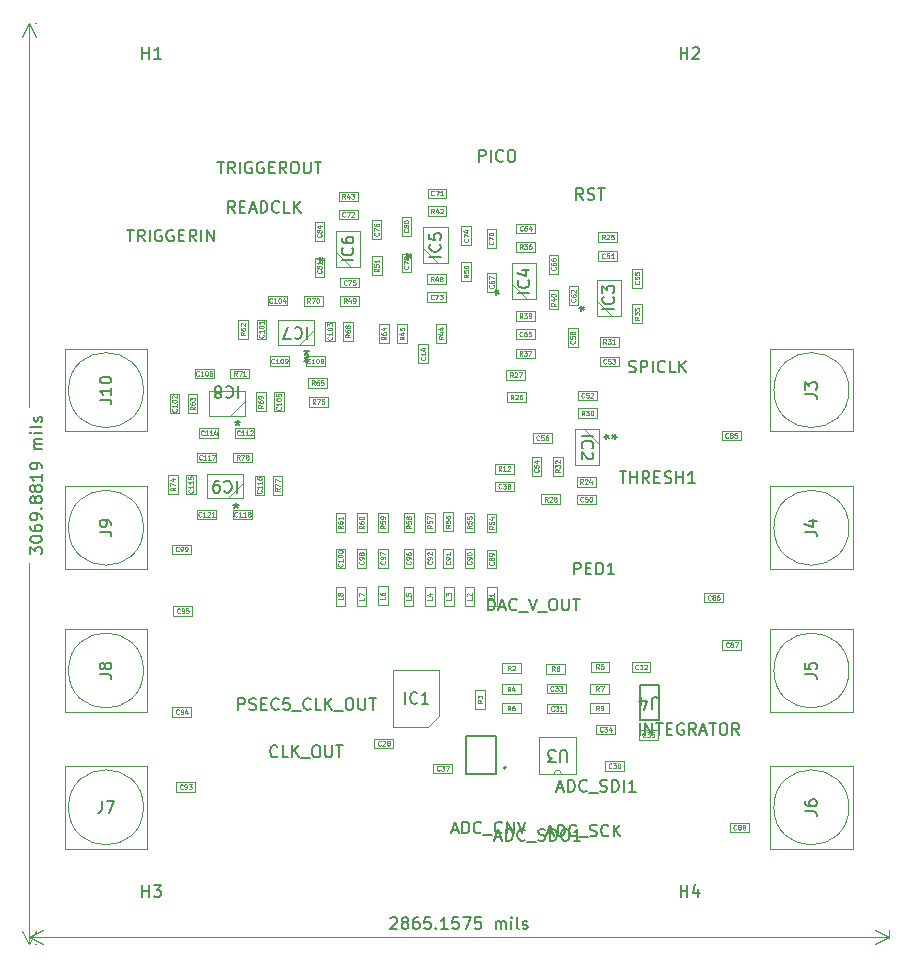
<source format=gbr>
%TF.GenerationSoftware,KiCad,Pcbnew,8.0.5*%
%TF.CreationDate,2025-04-03T13:44:51-05:00*%
%TF.ProjectId,PSEC5_Board,50534543-355f-4426-9f61-72642e6b6963,rev?*%
%TF.SameCoordinates,Original*%
%TF.FileFunction,AssemblyDrawing,Top*%
%FSLAX46Y46*%
G04 Gerber Fmt 4.6, Leading zero omitted, Abs format (unit mm)*
G04 Created by KiCad (PCBNEW 8.0.5) date 2025-04-03 13:44:51*
%MOMM*%
%LPD*%
G01*
G04 APERTURE LIST*
%ADD10C,0.150000*%
%ADD11C,0.100000*%
%ADD12C,0.060000*%
%ADD13C,0.025400*%
%ADD14C,0.127000*%
%ADD15C,0.200000*%
G04 APERTURE END LIST*
D10*
X113554819Y-88857142D02*
X113554819Y-88238095D01*
X113554819Y-88238095D02*
X113935771Y-88571428D01*
X113935771Y-88571428D02*
X113935771Y-88428571D01*
X113935771Y-88428571D02*
X113983390Y-88333333D01*
X113983390Y-88333333D02*
X114031009Y-88285714D01*
X114031009Y-88285714D02*
X114126247Y-88238095D01*
X114126247Y-88238095D02*
X114364342Y-88238095D01*
X114364342Y-88238095D02*
X114459580Y-88285714D01*
X114459580Y-88285714D02*
X114507200Y-88333333D01*
X114507200Y-88333333D02*
X114554819Y-88428571D01*
X114554819Y-88428571D02*
X114554819Y-88714285D01*
X114554819Y-88714285D02*
X114507200Y-88809523D01*
X114507200Y-88809523D02*
X114459580Y-88857142D01*
X113554819Y-87619047D02*
X113554819Y-87523809D01*
X113554819Y-87523809D02*
X113602438Y-87428571D01*
X113602438Y-87428571D02*
X113650057Y-87380952D01*
X113650057Y-87380952D02*
X113745295Y-87333333D01*
X113745295Y-87333333D02*
X113935771Y-87285714D01*
X113935771Y-87285714D02*
X114173866Y-87285714D01*
X114173866Y-87285714D02*
X114364342Y-87333333D01*
X114364342Y-87333333D02*
X114459580Y-87380952D01*
X114459580Y-87380952D02*
X114507200Y-87428571D01*
X114507200Y-87428571D02*
X114554819Y-87523809D01*
X114554819Y-87523809D02*
X114554819Y-87619047D01*
X114554819Y-87619047D02*
X114507200Y-87714285D01*
X114507200Y-87714285D02*
X114459580Y-87761904D01*
X114459580Y-87761904D02*
X114364342Y-87809523D01*
X114364342Y-87809523D02*
X114173866Y-87857142D01*
X114173866Y-87857142D02*
X113935771Y-87857142D01*
X113935771Y-87857142D02*
X113745295Y-87809523D01*
X113745295Y-87809523D02*
X113650057Y-87761904D01*
X113650057Y-87761904D02*
X113602438Y-87714285D01*
X113602438Y-87714285D02*
X113554819Y-87619047D01*
X113554819Y-86428571D02*
X113554819Y-86619047D01*
X113554819Y-86619047D02*
X113602438Y-86714285D01*
X113602438Y-86714285D02*
X113650057Y-86761904D01*
X113650057Y-86761904D02*
X113792914Y-86857142D01*
X113792914Y-86857142D02*
X113983390Y-86904761D01*
X113983390Y-86904761D02*
X114364342Y-86904761D01*
X114364342Y-86904761D02*
X114459580Y-86857142D01*
X114459580Y-86857142D02*
X114507200Y-86809523D01*
X114507200Y-86809523D02*
X114554819Y-86714285D01*
X114554819Y-86714285D02*
X114554819Y-86523809D01*
X114554819Y-86523809D02*
X114507200Y-86428571D01*
X114507200Y-86428571D02*
X114459580Y-86380952D01*
X114459580Y-86380952D02*
X114364342Y-86333333D01*
X114364342Y-86333333D02*
X114126247Y-86333333D01*
X114126247Y-86333333D02*
X114031009Y-86380952D01*
X114031009Y-86380952D02*
X113983390Y-86428571D01*
X113983390Y-86428571D02*
X113935771Y-86523809D01*
X113935771Y-86523809D02*
X113935771Y-86714285D01*
X113935771Y-86714285D02*
X113983390Y-86809523D01*
X113983390Y-86809523D02*
X114031009Y-86857142D01*
X114031009Y-86857142D02*
X114126247Y-86904761D01*
X114554819Y-85857142D02*
X114554819Y-85666666D01*
X114554819Y-85666666D02*
X114507200Y-85571428D01*
X114507200Y-85571428D02*
X114459580Y-85523809D01*
X114459580Y-85523809D02*
X114316723Y-85428571D01*
X114316723Y-85428571D02*
X114126247Y-85380952D01*
X114126247Y-85380952D02*
X113745295Y-85380952D01*
X113745295Y-85380952D02*
X113650057Y-85428571D01*
X113650057Y-85428571D02*
X113602438Y-85476190D01*
X113602438Y-85476190D02*
X113554819Y-85571428D01*
X113554819Y-85571428D02*
X113554819Y-85761904D01*
X113554819Y-85761904D02*
X113602438Y-85857142D01*
X113602438Y-85857142D02*
X113650057Y-85904761D01*
X113650057Y-85904761D02*
X113745295Y-85952380D01*
X113745295Y-85952380D02*
X113983390Y-85952380D01*
X113983390Y-85952380D02*
X114078628Y-85904761D01*
X114078628Y-85904761D02*
X114126247Y-85857142D01*
X114126247Y-85857142D02*
X114173866Y-85761904D01*
X114173866Y-85761904D02*
X114173866Y-85571428D01*
X114173866Y-85571428D02*
X114126247Y-85476190D01*
X114126247Y-85476190D02*
X114078628Y-85428571D01*
X114078628Y-85428571D02*
X113983390Y-85380952D01*
X114459580Y-84952380D02*
X114507200Y-84904761D01*
X114507200Y-84904761D02*
X114554819Y-84952380D01*
X114554819Y-84952380D02*
X114507200Y-84999999D01*
X114507200Y-84999999D02*
X114459580Y-84952380D01*
X114459580Y-84952380D02*
X114554819Y-84952380D01*
X113983390Y-84333333D02*
X113935771Y-84428571D01*
X113935771Y-84428571D02*
X113888152Y-84476190D01*
X113888152Y-84476190D02*
X113792914Y-84523809D01*
X113792914Y-84523809D02*
X113745295Y-84523809D01*
X113745295Y-84523809D02*
X113650057Y-84476190D01*
X113650057Y-84476190D02*
X113602438Y-84428571D01*
X113602438Y-84428571D02*
X113554819Y-84333333D01*
X113554819Y-84333333D02*
X113554819Y-84142857D01*
X113554819Y-84142857D02*
X113602438Y-84047619D01*
X113602438Y-84047619D02*
X113650057Y-84000000D01*
X113650057Y-84000000D02*
X113745295Y-83952381D01*
X113745295Y-83952381D02*
X113792914Y-83952381D01*
X113792914Y-83952381D02*
X113888152Y-84000000D01*
X113888152Y-84000000D02*
X113935771Y-84047619D01*
X113935771Y-84047619D02*
X113983390Y-84142857D01*
X113983390Y-84142857D02*
X113983390Y-84333333D01*
X113983390Y-84333333D02*
X114031009Y-84428571D01*
X114031009Y-84428571D02*
X114078628Y-84476190D01*
X114078628Y-84476190D02*
X114173866Y-84523809D01*
X114173866Y-84523809D02*
X114364342Y-84523809D01*
X114364342Y-84523809D02*
X114459580Y-84476190D01*
X114459580Y-84476190D02*
X114507200Y-84428571D01*
X114507200Y-84428571D02*
X114554819Y-84333333D01*
X114554819Y-84333333D02*
X114554819Y-84142857D01*
X114554819Y-84142857D02*
X114507200Y-84047619D01*
X114507200Y-84047619D02*
X114459580Y-84000000D01*
X114459580Y-84000000D02*
X114364342Y-83952381D01*
X114364342Y-83952381D02*
X114173866Y-83952381D01*
X114173866Y-83952381D02*
X114078628Y-84000000D01*
X114078628Y-84000000D02*
X114031009Y-84047619D01*
X114031009Y-84047619D02*
X113983390Y-84142857D01*
X113983390Y-83380952D02*
X113935771Y-83476190D01*
X113935771Y-83476190D02*
X113888152Y-83523809D01*
X113888152Y-83523809D02*
X113792914Y-83571428D01*
X113792914Y-83571428D02*
X113745295Y-83571428D01*
X113745295Y-83571428D02*
X113650057Y-83523809D01*
X113650057Y-83523809D02*
X113602438Y-83476190D01*
X113602438Y-83476190D02*
X113554819Y-83380952D01*
X113554819Y-83380952D02*
X113554819Y-83190476D01*
X113554819Y-83190476D02*
X113602438Y-83095238D01*
X113602438Y-83095238D02*
X113650057Y-83047619D01*
X113650057Y-83047619D02*
X113745295Y-83000000D01*
X113745295Y-83000000D02*
X113792914Y-83000000D01*
X113792914Y-83000000D02*
X113888152Y-83047619D01*
X113888152Y-83047619D02*
X113935771Y-83095238D01*
X113935771Y-83095238D02*
X113983390Y-83190476D01*
X113983390Y-83190476D02*
X113983390Y-83380952D01*
X113983390Y-83380952D02*
X114031009Y-83476190D01*
X114031009Y-83476190D02*
X114078628Y-83523809D01*
X114078628Y-83523809D02*
X114173866Y-83571428D01*
X114173866Y-83571428D02*
X114364342Y-83571428D01*
X114364342Y-83571428D02*
X114459580Y-83523809D01*
X114459580Y-83523809D02*
X114507200Y-83476190D01*
X114507200Y-83476190D02*
X114554819Y-83380952D01*
X114554819Y-83380952D02*
X114554819Y-83190476D01*
X114554819Y-83190476D02*
X114507200Y-83095238D01*
X114507200Y-83095238D02*
X114459580Y-83047619D01*
X114459580Y-83047619D02*
X114364342Y-83000000D01*
X114364342Y-83000000D02*
X114173866Y-83000000D01*
X114173866Y-83000000D02*
X114078628Y-83047619D01*
X114078628Y-83047619D02*
X114031009Y-83095238D01*
X114031009Y-83095238D02*
X113983390Y-83190476D01*
X114554819Y-82047619D02*
X114554819Y-82619047D01*
X114554819Y-82333333D02*
X113554819Y-82333333D01*
X113554819Y-82333333D02*
X113697676Y-82428571D01*
X113697676Y-82428571D02*
X113792914Y-82523809D01*
X113792914Y-82523809D02*
X113840533Y-82619047D01*
X114554819Y-81571428D02*
X114554819Y-81380952D01*
X114554819Y-81380952D02*
X114507200Y-81285714D01*
X114507200Y-81285714D02*
X114459580Y-81238095D01*
X114459580Y-81238095D02*
X114316723Y-81142857D01*
X114316723Y-81142857D02*
X114126247Y-81095238D01*
X114126247Y-81095238D02*
X113745295Y-81095238D01*
X113745295Y-81095238D02*
X113650057Y-81142857D01*
X113650057Y-81142857D02*
X113602438Y-81190476D01*
X113602438Y-81190476D02*
X113554819Y-81285714D01*
X113554819Y-81285714D02*
X113554819Y-81476190D01*
X113554819Y-81476190D02*
X113602438Y-81571428D01*
X113602438Y-81571428D02*
X113650057Y-81619047D01*
X113650057Y-81619047D02*
X113745295Y-81666666D01*
X113745295Y-81666666D02*
X113983390Y-81666666D01*
X113983390Y-81666666D02*
X114078628Y-81619047D01*
X114078628Y-81619047D02*
X114126247Y-81571428D01*
X114126247Y-81571428D02*
X114173866Y-81476190D01*
X114173866Y-81476190D02*
X114173866Y-81285714D01*
X114173866Y-81285714D02*
X114126247Y-81190476D01*
X114126247Y-81190476D02*
X114078628Y-81142857D01*
X114078628Y-81142857D02*
X113983390Y-81095238D01*
X114554819Y-79904761D02*
X113888152Y-79904761D01*
X113983390Y-79904761D02*
X113935771Y-79857142D01*
X113935771Y-79857142D02*
X113888152Y-79761904D01*
X113888152Y-79761904D02*
X113888152Y-79619047D01*
X113888152Y-79619047D02*
X113935771Y-79523809D01*
X113935771Y-79523809D02*
X114031009Y-79476190D01*
X114031009Y-79476190D02*
X114554819Y-79476190D01*
X114031009Y-79476190D02*
X113935771Y-79428571D01*
X113935771Y-79428571D02*
X113888152Y-79333333D01*
X113888152Y-79333333D02*
X113888152Y-79190476D01*
X113888152Y-79190476D02*
X113935771Y-79095237D01*
X113935771Y-79095237D02*
X114031009Y-79047618D01*
X114031009Y-79047618D02*
X114554819Y-79047618D01*
X114554819Y-78571428D02*
X113888152Y-78571428D01*
X113554819Y-78571428D02*
X113602438Y-78619047D01*
X113602438Y-78619047D02*
X113650057Y-78571428D01*
X113650057Y-78571428D02*
X113602438Y-78523809D01*
X113602438Y-78523809D02*
X113554819Y-78571428D01*
X113554819Y-78571428D02*
X113650057Y-78571428D01*
X114554819Y-77952381D02*
X114507200Y-78047619D01*
X114507200Y-78047619D02*
X114411961Y-78095238D01*
X114411961Y-78095238D02*
X113554819Y-78095238D01*
X114507200Y-77619047D02*
X114554819Y-77523809D01*
X114554819Y-77523809D02*
X114554819Y-77333333D01*
X114554819Y-77333333D02*
X114507200Y-77238095D01*
X114507200Y-77238095D02*
X114411961Y-77190476D01*
X114411961Y-77190476D02*
X114364342Y-77190476D01*
X114364342Y-77190476D02*
X114269104Y-77238095D01*
X114269104Y-77238095D02*
X114221485Y-77333333D01*
X114221485Y-77333333D02*
X114221485Y-77476190D01*
X114221485Y-77476190D02*
X114173866Y-77571428D01*
X114173866Y-77571428D02*
X114078628Y-77619047D01*
X114078628Y-77619047D02*
X114031009Y-77619047D01*
X114031009Y-77619047D02*
X113935771Y-77571428D01*
X113935771Y-77571428D02*
X113888152Y-77476190D01*
X113888152Y-77476190D02*
X113888152Y-77333333D01*
X113888152Y-77333333D02*
X113935771Y-77238095D01*
D11*
X113975000Y-43900000D02*
X114061420Y-43900000D01*
X113975000Y-121875000D02*
X114061420Y-121875000D01*
X113475000Y-43900000D02*
X113475000Y-76375000D01*
X113475000Y-89625000D02*
X113475000Y-121875000D01*
X113475000Y-43900000D02*
X114061421Y-45026504D01*
X113475000Y-43900000D02*
X112888579Y-45026504D01*
X113475000Y-121875000D02*
X112888579Y-120748496D01*
X113475000Y-121875000D02*
X114061421Y-120748496D01*
D10*
X144052976Y-119675057D02*
X144100595Y-119627438D01*
X144100595Y-119627438D02*
X144195833Y-119579819D01*
X144195833Y-119579819D02*
X144433928Y-119579819D01*
X144433928Y-119579819D02*
X144529166Y-119627438D01*
X144529166Y-119627438D02*
X144576785Y-119675057D01*
X144576785Y-119675057D02*
X144624404Y-119770295D01*
X144624404Y-119770295D02*
X144624404Y-119865533D01*
X144624404Y-119865533D02*
X144576785Y-120008390D01*
X144576785Y-120008390D02*
X144005357Y-120579819D01*
X144005357Y-120579819D02*
X144624404Y-120579819D01*
X145195833Y-120008390D02*
X145100595Y-119960771D01*
X145100595Y-119960771D02*
X145052976Y-119913152D01*
X145052976Y-119913152D02*
X145005357Y-119817914D01*
X145005357Y-119817914D02*
X145005357Y-119770295D01*
X145005357Y-119770295D02*
X145052976Y-119675057D01*
X145052976Y-119675057D02*
X145100595Y-119627438D01*
X145100595Y-119627438D02*
X145195833Y-119579819D01*
X145195833Y-119579819D02*
X145386309Y-119579819D01*
X145386309Y-119579819D02*
X145481547Y-119627438D01*
X145481547Y-119627438D02*
X145529166Y-119675057D01*
X145529166Y-119675057D02*
X145576785Y-119770295D01*
X145576785Y-119770295D02*
X145576785Y-119817914D01*
X145576785Y-119817914D02*
X145529166Y-119913152D01*
X145529166Y-119913152D02*
X145481547Y-119960771D01*
X145481547Y-119960771D02*
X145386309Y-120008390D01*
X145386309Y-120008390D02*
X145195833Y-120008390D01*
X145195833Y-120008390D02*
X145100595Y-120056009D01*
X145100595Y-120056009D02*
X145052976Y-120103628D01*
X145052976Y-120103628D02*
X145005357Y-120198866D01*
X145005357Y-120198866D02*
X145005357Y-120389342D01*
X145005357Y-120389342D02*
X145052976Y-120484580D01*
X145052976Y-120484580D02*
X145100595Y-120532200D01*
X145100595Y-120532200D02*
X145195833Y-120579819D01*
X145195833Y-120579819D02*
X145386309Y-120579819D01*
X145386309Y-120579819D02*
X145481547Y-120532200D01*
X145481547Y-120532200D02*
X145529166Y-120484580D01*
X145529166Y-120484580D02*
X145576785Y-120389342D01*
X145576785Y-120389342D02*
X145576785Y-120198866D01*
X145576785Y-120198866D02*
X145529166Y-120103628D01*
X145529166Y-120103628D02*
X145481547Y-120056009D01*
X145481547Y-120056009D02*
X145386309Y-120008390D01*
X146433928Y-119579819D02*
X146243452Y-119579819D01*
X146243452Y-119579819D02*
X146148214Y-119627438D01*
X146148214Y-119627438D02*
X146100595Y-119675057D01*
X146100595Y-119675057D02*
X146005357Y-119817914D01*
X146005357Y-119817914D02*
X145957738Y-120008390D01*
X145957738Y-120008390D02*
X145957738Y-120389342D01*
X145957738Y-120389342D02*
X146005357Y-120484580D01*
X146005357Y-120484580D02*
X146052976Y-120532200D01*
X146052976Y-120532200D02*
X146148214Y-120579819D01*
X146148214Y-120579819D02*
X146338690Y-120579819D01*
X146338690Y-120579819D02*
X146433928Y-120532200D01*
X146433928Y-120532200D02*
X146481547Y-120484580D01*
X146481547Y-120484580D02*
X146529166Y-120389342D01*
X146529166Y-120389342D02*
X146529166Y-120151247D01*
X146529166Y-120151247D02*
X146481547Y-120056009D01*
X146481547Y-120056009D02*
X146433928Y-120008390D01*
X146433928Y-120008390D02*
X146338690Y-119960771D01*
X146338690Y-119960771D02*
X146148214Y-119960771D01*
X146148214Y-119960771D02*
X146052976Y-120008390D01*
X146052976Y-120008390D02*
X146005357Y-120056009D01*
X146005357Y-120056009D02*
X145957738Y-120151247D01*
X147433928Y-119579819D02*
X146957738Y-119579819D01*
X146957738Y-119579819D02*
X146910119Y-120056009D01*
X146910119Y-120056009D02*
X146957738Y-120008390D01*
X146957738Y-120008390D02*
X147052976Y-119960771D01*
X147052976Y-119960771D02*
X147291071Y-119960771D01*
X147291071Y-119960771D02*
X147386309Y-120008390D01*
X147386309Y-120008390D02*
X147433928Y-120056009D01*
X147433928Y-120056009D02*
X147481547Y-120151247D01*
X147481547Y-120151247D02*
X147481547Y-120389342D01*
X147481547Y-120389342D02*
X147433928Y-120484580D01*
X147433928Y-120484580D02*
X147386309Y-120532200D01*
X147386309Y-120532200D02*
X147291071Y-120579819D01*
X147291071Y-120579819D02*
X147052976Y-120579819D01*
X147052976Y-120579819D02*
X146957738Y-120532200D01*
X146957738Y-120532200D02*
X146910119Y-120484580D01*
X147910119Y-120484580D02*
X147957738Y-120532200D01*
X147957738Y-120532200D02*
X147910119Y-120579819D01*
X147910119Y-120579819D02*
X147862500Y-120532200D01*
X147862500Y-120532200D02*
X147910119Y-120484580D01*
X147910119Y-120484580D02*
X147910119Y-120579819D01*
X148910118Y-120579819D02*
X148338690Y-120579819D01*
X148624404Y-120579819D02*
X148624404Y-119579819D01*
X148624404Y-119579819D02*
X148529166Y-119722676D01*
X148529166Y-119722676D02*
X148433928Y-119817914D01*
X148433928Y-119817914D02*
X148338690Y-119865533D01*
X149814880Y-119579819D02*
X149338690Y-119579819D01*
X149338690Y-119579819D02*
X149291071Y-120056009D01*
X149291071Y-120056009D02*
X149338690Y-120008390D01*
X149338690Y-120008390D02*
X149433928Y-119960771D01*
X149433928Y-119960771D02*
X149672023Y-119960771D01*
X149672023Y-119960771D02*
X149767261Y-120008390D01*
X149767261Y-120008390D02*
X149814880Y-120056009D01*
X149814880Y-120056009D02*
X149862499Y-120151247D01*
X149862499Y-120151247D02*
X149862499Y-120389342D01*
X149862499Y-120389342D02*
X149814880Y-120484580D01*
X149814880Y-120484580D02*
X149767261Y-120532200D01*
X149767261Y-120532200D02*
X149672023Y-120579819D01*
X149672023Y-120579819D02*
X149433928Y-120579819D01*
X149433928Y-120579819D02*
X149338690Y-120532200D01*
X149338690Y-120532200D02*
X149291071Y-120484580D01*
X150195833Y-119579819D02*
X150862499Y-119579819D01*
X150862499Y-119579819D02*
X150433928Y-120579819D01*
X151719642Y-119579819D02*
X151243452Y-119579819D01*
X151243452Y-119579819D02*
X151195833Y-120056009D01*
X151195833Y-120056009D02*
X151243452Y-120008390D01*
X151243452Y-120008390D02*
X151338690Y-119960771D01*
X151338690Y-119960771D02*
X151576785Y-119960771D01*
X151576785Y-119960771D02*
X151672023Y-120008390D01*
X151672023Y-120008390D02*
X151719642Y-120056009D01*
X151719642Y-120056009D02*
X151767261Y-120151247D01*
X151767261Y-120151247D02*
X151767261Y-120389342D01*
X151767261Y-120389342D02*
X151719642Y-120484580D01*
X151719642Y-120484580D02*
X151672023Y-120532200D01*
X151672023Y-120532200D02*
X151576785Y-120579819D01*
X151576785Y-120579819D02*
X151338690Y-120579819D01*
X151338690Y-120579819D02*
X151243452Y-120532200D01*
X151243452Y-120532200D02*
X151195833Y-120484580D01*
X152957738Y-120579819D02*
X152957738Y-119913152D01*
X152957738Y-120008390D02*
X153005357Y-119960771D01*
X153005357Y-119960771D02*
X153100595Y-119913152D01*
X153100595Y-119913152D02*
X153243452Y-119913152D01*
X153243452Y-119913152D02*
X153338690Y-119960771D01*
X153338690Y-119960771D02*
X153386309Y-120056009D01*
X153386309Y-120056009D02*
X153386309Y-120579819D01*
X153386309Y-120056009D02*
X153433928Y-119960771D01*
X153433928Y-119960771D02*
X153529166Y-119913152D01*
X153529166Y-119913152D02*
X153672023Y-119913152D01*
X153672023Y-119913152D02*
X153767262Y-119960771D01*
X153767262Y-119960771D02*
X153814881Y-120056009D01*
X153814881Y-120056009D02*
X153814881Y-120579819D01*
X154291071Y-120579819D02*
X154291071Y-119913152D01*
X154291071Y-119579819D02*
X154243452Y-119627438D01*
X154243452Y-119627438D02*
X154291071Y-119675057D01*
X154291071Y-119675057D02*
X154338690Y-119627438D01*
X154338690Y-119627438D02*
X154291071Y-119579819D01*
X154291071Y-119579819D02*
X154291071Y-119675057D01*
X154910118Y-120579819D02*
X154814880Y-120532200D01*
X154814880Y-120532200D02*
X154767261Y-120436961D01*
X154767261Y-120436961D02*
X154767261Y-119579819D01*
X155243452Y-120532200D02*
X155338690Y-120579819D01*
X155338690Y-120579819D02*
X155529166Y-120579819D01*
X155529166Y-120579819D02*
X155624404Y-120532200D01*
X155624404Y-120532200D02*
X155672023Y-120436961D01*
X155672023Y-120436961D02*
X155672023Y-120389342D01*
X155672023Y-120389342D02*
X155624404Y-120294104D01*
X155624404Y-120294104D02*
X155529166Y-120246485D01*
X155529166Y-120246485D02*
X155386309Y-120246485D01*
X155386309Y-120246485D02*
X155291071Y-120198866D01*
X155291071Y-120198866D02*
X155243452Y-120103628D01*
X155243452Y-120103628D02*
X155243452Y-120056009D01*
X155243452Y-120056009D02*
X155291071Y-119960771D01*
X155291071Y-119960771D02*
X155386309Y-119913152D01*
X155386309Y-119913152D02*
X155529166Y-119913152D01*
X155529166Y-119913152D02*
X155624404Y-119960771D01*
D11*
X113475000Y-121375000D02*
X113475000Y-120688580D01*
X186250000Y-121375000D02*
X186250000Y-120688580D01*
X113475000Y-121275000D02*
X186250000Y-121275000D01*
X113475000Y-121275000D02*
X186250000Y-121275000D01*
X113475000Y-121275000D02*
X114601504Y-120688579D01*
X113475000Y-121275000D02*
X114601504Y-121861421D01*
X186250000Y-121275000D02*
X185123496Y-121861421D01*
X186250000Y-121275000D02*
X185123496Y-120688579D01*
D12*
X133108132Y-83447618D02*
X133127180Y-83466666D01*
X133127180Y-83466666D02*
X133146227Y-83523808D01*
X133146227Y-83523808D02*
X133146227Y-83561904D01*
X133146227Y-83561904D02*
X133127180Y-83619047D01*
X133127180Y-83619047D02*
X133089084Y-83657142D01*
X133089084Y-83657142D02*
X133050989Y-83676189D01*
X133050989Y-83676189D02*
X132974799Y-83695237D01*
X132974799Y-83695237D02*
X132917656Y-83695237D01*
X132917656Y-83695237D02*
X132841465Y-83676189D01*
X132841465Y-83676189D02*
X132803370Y-83657142D01*
X132803370Y-83657142D02*
X132765275Y-83619047D01*
X132765275Y-83619047D02*
X132746227Y-83561904D01*
X132746227Y-83561904D02*
X132746227Y-83523808D01*
X132746227Y-83523808D02*
X132765275Y-83466666D01*
X132765275Y-83466666D02*
X132784322Y-83447618D01*
X133146227Y-83066666D02*
X133146227Y-83295237D01*
X133146227Y-83180951D02*
X132746227Y-83180951D01*
X132746227Y-83180951D02*
X132803370Y-83219047D01*
X132803370Y-83219047D02*
X132841465Y-83257142D01*
X132841465Y-83257142D02*
X132860513Y-83295237D01*
X133146227Y-82685714D02*
X133146227Y-82914285D01*
X133146227Y-82799999D02*
X132746227Y-82799999D01*
X132746227Y-82799999D02*
X132803370Y-82838095D01*
X132803370Y-82838095D02*
X132841465Y-82876190D01*
X132841465Y-82876190D02*
X132860513Y-82914285D01*
X132746227Y-82342857D02*
X132746227Y-82419047D01*
X132746227Y-82419047D02*
X132765275Y-82457143D01*
X132765275Y-82457143D02*
X132784322Y-82476190D01*
X132784322Y-82476190D02*
X132841465Y-82514285D01*
X132841465Y-82514285D02*
X132917656Y-82533333D01*
X132917656Y-82533333D02*
X133070037Y-82533333D01*
X133070037Y-82533333D02*
X133108132Y-82514285D01*
X133108132Y-82514285D02*
X133127180Y-82495238D01*
X133127180Y-82495238D02*
X133146227Y-82457143D01*
X133146227Y-82457143D02*
X133146227Y-82380952D01*
X133146227Y-82380952D02*
X133127180Y-82342857D01*
X133127180Y-82342857D02*
X133108132Y-82323809D01*
X133108132Y-82323809D02*
X133070037Y-82304762D01*
X133070037Y-82304762D02*
X132974799Y-82304762D01*
X132974799Y-82304762D02*
X132936703Y-82323809D01*
X132936703Y-82323809D02*
X132917656Y-82342857D01*
X132917656Y-82342857D02*
X132898608Y-82380952D01*
X132898608Y-82380952D02*
X132898608Y-82457143D01*
X132898608Y-82457143D02*
X132917656Y-82495238D01*
X132917656Y-82495238D02*
X132936703Y-82514285D01*
X132936703Y-82514285D02*
X132974799Y-82533333D01*
X128041681Y-85618832D02*
X128022633Y-85637880D01*
X128022633Y-85637880D02*
X127965491Y-85656927D01*
X127965491Y-85656927D02*
X127927395Y-85656927D01*
X127927395Y-85656927D02*
X127870252Y-85637880D01*
X127870252Y-85637880D02*
X127832157Y-85599784D01*
X127832157Y-85599784D02*
X127813110Y-85561689D01*
X127813110Y-85561689D02*
X127794062Y-85485499D01*
X127794062Y-85485499D02*
X127794062Y-85428356D01*
X127794062Y-85428356D02*
X127813110Y-85352165D01*
X127813110Y-85352165D02*
X127832157Y-85314070D01*
X127832157Y-85314070D02*
X127870252Y-85275975D01*
X127870252Y-85275975D02*
X127927395Y-85256927D01*
X127927395Y-85256927D02*
X127965491Y-85256927D01*
X127965491Y-85256927D02*
X128022633Y-85275975D01*
X128022633Y-85275975D02*
X128041681Y-85295022D01*
X128422633Y-85656927D02*
X128194062Y-85656927D01*
X128308348Y-85656927D02*
X128308348Y-85256927D01*
X128308348Y-85256927D02*
X128270252Y-85314070D01*
X128270252Y-85314070D02*
X128232157Y-85352165D01*
X128232157Y-85352165D02*
X128194062Y-85371213D01*
X128575014Y-85295022D02*
X128594062Y-85275975D01*
X128594062Y-85275975D02*
X128632157Y-85256927D01*
X128632157Y-85256927D02*
X128727395Y-85256927D01*
X128727395Y-85256927D02*
X128765490Y-85275975D01*
X128765490Y-85275975D02*
X128784538Y-85295022D01*
X128784538Y-85295022D02*
X128803585Y-85333118D01*
X128803585Y-85333118D02*
X128803585Y-85371213D01*
X128803585Y-85371213D02*
X128784538Y-85428356D01*
X128784538Y-85428356D02*
X128555966Y-85656927D01*
X128555966Y-85656927D02*
X128803585Y-85656927D01*
X129184537Y-85656927D02*
X128955966Y-85656927D01*
X129070252Y-85656927D02*
X129070252Y-85256927D01*
X129070252Y-85256927D02*
X129032156Y-85314070D01*
X129032156Y-85314070D02*
X128994061Y-85352165D01*
X128994061Y-85352165D02*
X128955966Y-85371213D01*
D10*
X130873809Y-59929819D02*
X130540476Y-59453628D01*
X130302381Y-59929819D02*
X130302381Y-58929819D01*
X130302381Y-58929819D02*
X130683333Y-58929819D01*
X130683333Y-58929819D02*
X130778571Y-58977438D01*
X130778571Y-58977438D02*
X130826190Y-59025057D01*
X130826190Y-59025057D02*
X130873809Y-59120295D01*
X130873809Y-59120295D02*
X130873809Y-59263152D01*
X130873809Y-59263152D02*
X130826190Y-59358390D01*
X130826190Y-59358390D02*
X130778571Y-59406009D01*
X130778571Y-59406009D02*
X130683333Y-59453628D01*
X130683333Y-59453628D02*
X130302381Y-59453628D01*
X131302381Y-59406009D02*
X131635714Y-59406009D01*
X131778571Y-59929819D02*
X131302381Y-59929819D01*
X131302381Y-59929819D02*
X131302381Y-58929819D01*
X131302381Y-58929819D02*
X131778571Y-58929819D01*
X132159524Y-59644104D02*
X132635714Y-59644104D01*
X132064286Y-59929819D02*
X132397619Y-58929819D01*
X132397619Y-58929819D02*
X132730952Y-59929819D01*
X133064286Y-59929819D02*
X133064286Y-58929819D01*
X133064286Y-58929819D02*
X133302381Y-58929819D01*
X133302381Y-58929819D02*
X133445238Y-58977438D01*
X133445238Y-58977438D02*
X133540476Y-59072676D01*
X133540476Y-59072676D02*
X133588095Y-59167914D01*
X133588095Y-59167914D02*
X133635714Y-59358390D01*
X133635714Y-59358390D02*
X133635714Y-59501247D01*
X133635714Y-59501247D02*
X133588095Y-59691723D01*
X133588095Y-59691723D02*
X133540476Y-59786961D01*
X133540476Y-59786961D02*
X133445238Y-59882200D01*
X133445238Y-59882200D02*
X133302381Y-59929819D01*
X133302381Y-59929819D02*
X133064286Y-59929819D01*
X134635714Y-59834580D02*
X134588095Y-59882200D01*
X134588095Y-59882200D02*
X134445238Y-59929819D01*
X134445238Y-59929819D02*
X134350000Y-59929819D01*
X134350000Y-59929819D02*
X134207143Y-59882200D01*
X134207143Y-59882200D02*
X134111905Y-59786961D01*
X134111905Y-59786961D02*
X134064286Y-59691723D01*
X134064286Y-59691723D02*
X134016667Y-59501247D01*
X134016667Y-59501247D02*
X134016667Y-59358390D01*
X134016667Y-59358390D02*
X134064286Y-59167914D01*
X134064286Y-59167914D02*
X134111905Y-59072676D01*
X134111905Y-59072676D02*
X134207143Y-58977438D01*
X134207143Y-58977438D02*
X134350000Y-58929819D01*
X134350000Y-58929819D02*
X134445238Y-58929819D01*
X134445238Y-58929819D02*
X134588095Y-58977438D01*
X134588095Y-58977438D02*
X134635714Y-59025057D01*
X135540476Y-59929819D02*
X135064286Y-59929819D01*
X135064286Y-59929819D02*
X135064286Y-58929819D01*
X135873810Y-59929819D02*
X135873810Y-58929819D01*
X136445238Y-59929819D02*
X136016667Y-59358390D01*
X136445238Y-58929819D02*
X135873810Y-59501247D01*
D12*
X165642857Y-104293832D02*
X165623809Y-104312880D01*
X165623809Y-104312880D02*
X165566667Y-104331927D01*
X165566667Y-104331927D02*
X165528571Y-104331927D01*
X165528571Y-104331927D02*
X165471428Y-104312880D01*
X165471428Y-104312880D02*
X165433333Y-104274784D01*
X165433333Y-104274784D02*
X165414286Y-104236689D01*
X165414286Y-104236689D02*
X165395238Y-104160499D01*
X165395238Y-104160499D02*
X165395238Y-104103356D01*
X165395238Y-104103356D02*
X165414286Y-104027165D01*
X165414286Y-104027165D02*
X165433333Y-103989070D01*
X165433333Y-103989070D02*
X165471428Y-103950975D01*
X165471428Y-103950975D02*
X165528571Y-103931927D01*
X165528571Y-103931927D02*
X165566667Y-103931927D01*
X165566667Y-103931927D02*
X165623809Y-103950975D01*
X165623809Y-103950975D02*
X165642857Y-103970022D01*
X165776190Y-103931927D02*
X166023809Y-103931927D01*
X166023809Y-103931927D02*
X165890476Y-104084308D01*
X165890476Y-104084308D02*
X165947619Y-104084308D01*
X165947619Y-104084308D02*
X165985714Y-104103356D01*
X165985714Y-104103356D02*
X166004762Y-104122403D01*
X166004762Y-104122403D02*
X166023809Y-104160499D01*
X166023809Y-104160499D02*
X166023809Y-104255737D01*
X166023809Y-104255737D02*
X166004762Y-104293832D01*
X166004762Y-104293832D02*
X165985714Y-104312880D01*
X165985714Y-104312880D02*
X165947619Y-104331927D01*
X165947619Y-104331927D02*
X165833333Y-104331927D01*
X165833333Y-104331927D02*
X165795238Y-104312880D01*
X165795238Y-104312880D02*
X165776190Y-104293832D01*
X166385714Y-103931927D02*
X166195238Y-103931927D01*
X166195238Y-103931927D02*
X166176190Y-104122403D01*
X166176190Y-104122403D02*
X166195238Y-104103356D01*
X166195238Y-104103356D02*
X166233333Y-104084308D01*
X166233333Y-104084308D02*
X166328571Y-104084308D01*
X166328571Y-104084308D02*
X166366666Y-104103356D01*
X166366666Y-104103356D02*
X166385714Y-104122403D01*
X166385714Y-104122403D02*
X166404761Y-104160499D01*
X166404761Y-104160499D02*
X166404761Y-104255737D01*
X166404761Y-104255737D02*
X166385714Y-104293832D01*
X166385714Y-104293832D02*
X166366666Y-104312880D01*
X166366666Y-104312880D02*
X166328571Y-104331927D01*
X166328571Y-104331927D02*
X166233333Y-104331927D01*
X166233333Y-104331927D02*
X166195238Y-104312880D01*
X166195238Y-104312880D02*
X166176190Y-104293832D01*
X165131927Y-68757142D02*
X164941451Y-68890475D01*
X165131927Y-68985713D02*
X164731927Y-68985713D01*
X164731927Y-68985713D02*
X164731927Y-68833332D01*
X164731927Y-68833332D02*
X164750975Y-68795237D01*
X164750975Y-68795237D02*
X164770022Y-68776190D01*
X164770022Y-68776190D02*
X164808118Y-68757142D01*
X164808118Y-68757142D02*
X164865260Y-68757142D01*
X164865260Y-68757142D02*
X164903356Y-68776190D01*
X164903356Y-68776190D02*
X164922403Y-68795237D01*
X164922403Y-68795237D02*
X164941451Y-68833332D01*
X164941451Y-68833332D02*
X164941451Y-68985713D01*
X164731927Y-68623809D02*
X164731927Y-68376190D01*
X164731927Y-68376190D02*
X164884308Y-68509523D01*
X164884308Y-68509523D02*
X164884308Y-68452380D01*
X164884308Y-68452380D02*
X164903356Y-68414285D01*
X164903356Y-68414285D02*
X164922403Y-68395237D01*
X164922403Y-68395237D02*
X164960499Y-68376190D01*
X164960499Y-68376190D02*
X165055737Y-68376190D01*
X165055737Y-68376190D02*
X165093832Y-68395237D01*
X165093832Y-68395237D02*
X165112880Y-68414285D01*
X165112880Y-68414285D02*
X165131927Y-68452380D01*
X165131927Y-68452380D02*
X165131927Y-68566666D01*
X165131927Y-68566666D02*
X165112880Y-68604761D01*
X165112880Y-68604761D02*
X165093832Y-68623809D01*
X164731927Y-68242857D02*
X164731927Y-67995238D01*
X164731927Y-67995238D02*
X164884308Y-68128571D01*
X164884308Y-68128571D02*
X164884308Y-68071428D01*
X164884308Y-68071428D02*
X164903356Y-68033333D01*
X164903356Y-68033333D02*
X164922403Y-68014285D01*
X164922403Y-68014285D02*
X164960499Y-67995238D01*
X164960499Y-67995238D02*
X165055737Y-67995238D01*
X165055737Y-67995238D02*
X165093832Y-68014285D01*
X165093832Y-68014285D02*
X165112880Y-68033333D01*
X165112880Y-68033333D02*
X165131927Y-68071428D01*
X165131927Y-68071428D02*
X165131927Y-68185714D01*
X165131927Y-68185714D02*
X165112880Y-68223809D01*
X165112880Y-68223809D02*
X165093832Y-68242857D01*
X150895903Y-89459213D02*
X150914951Y-89478261D01*
X150914951Y-89478261D02*
X150933998Y-89535403D01*
X150933998Y-89535403D02*
X150933998Y-89573499D01*
X150933998Y-89573499D02*
X150914951Y-89630642D01*
X150914951Y-89630642D02*
X150876855Y-89668737D01*
X150876855Y-89668737D02*
X150838760Y-89687784D01*
X150838760Y-89687784D02*
X150762570Y-89706832D01*
X150762570Y-89706832D02*
X150705427Y-89706832D01*
X150705427Y-89706832D02*
X150629236Y-89687784D01*
X150629236Y-89687784D02*
X150591141Y-89668737D01*
X150591141Y-89668737D02*
X150553046Y-89630642D01*
X150553046Y-89630642D02*
X150533998Y-89573499D01*
X150533998Y-89573499D02*
X150533998Y-89535403D01*
X150533998Y-89535403D02*
X150553046Y-89478261D01*
X150553046Y-89478261D02*
X150572093Y-89459213D01*
X150933998Y-89268737D02*
X150933998Y-89192546D01*
X150933998Y-89192546D02*
X150914951Y-89154451D01*
X150914951Y-89154451D02*
X150895903Y-89135403D01*
X150895903Y-89135403D02*
X150838760Y-89097308D01*
X150838760Y-89097308D02*
X150762570Y-89078261D01*
X150762570Y-89078261D02*
X150610189Y-89078261D01*
X150610189Y-89078261D02*
X150572093Y-89097308D01*
X150572093Y-89097308D02*
X150553046Y-89116356D01*
X150553046Y-89116356D02*
X150533998Y-89154451D01*
X150533998Y-89154451D02*
X150533998Y-89230642D01*
X150533998Y-89230642D02*
X150553046Y-89268737D01*
X150553046Y-89268737D02*
X150572093Y-89287784D01*
X150572093Y-89287784D02*
X150610189Y-89306832D01*
X150610189Y-89306832D02*
X150705427Y-89306832D01*
X150705427Y-89306832D02*
X150743522Y-89287784D01*
X150743522Y-89287784D02*
X150762570Y-89268737D01*
X150762570Y-89268737D02*
X150781617Y-89230642D01*
X150781617Y-89230642D02*
X150781617Y-89154451D01*
X150781617Y-89154451D02*
X150762570Y-89116356D01*
X150762570Y-89116356D02*
X150743522Y-89097308D01*
X150743522Y-89097308D02*
X150705427Y-89078261D01*
X150533998Y-88830642D02*
X150533998Y-88792547D01*
X150533998Y-88792547D02*
X150553046Y-88754451D01*
X150553046Y-88754451D02*
X150572093Y-88735404D01*
X150572093Y-88735404D02*
X150610189Y-88716356D01*
X150610189Y-88716356D02*
X150686379Y-88697309D01*
X150686379Y-88697309D02*
X150781617Y-88697309D01*
X150781617Y-88697309D02*
X150857808Y-88716356D01*
X150857808Y-88716356D02*
X150895903Y-88735404D01*
X150895903Y-88735404D02*
X150914951Y-88754451D01*
X150914951Y-88754451D02*
X150933998Y-88792547D01*
X150933998Y-88792547D02*
X150933998Y-88830642D01*
X150933998Y-88830642D02*
X150914951Y-88868737D01*
X150914951Y-88868737D02*
X150895903Y-88887785D01*
X150895903Y-88887785D02*
X150857808Y-88906832D01*
X150857808Y-88906832D02*
X150781617Y-88925880D01*
X150781617Y-88925880D02*
X150686379Y-88925880D01*
X150686379Y-88925880D02*
X150610189Y-88906832D01*
X150610189Y-88906832D02*
X150572093Y-88887785D01*
X150572093Y-88887785D02*
X150553046Y-88868737D01*
X150553046Y-88868737D02*
X150533998Y-88830642D01*
X160367857Y-82881927D02*
X160234524Y-82691451D01*
X160139286Y-82881927D02*
X160139286Y-82481927D01*
X160139286Y-82481927D02*
X160291667Y-82481927D01*
X160291667Y-82481927D02*
X160329762Y-82500975D01*
X160329762Y-82500975D02*
X160348809Y-82520022D01*
X160348809Y-82520022D02*
X160367857Y-82558118D01*
X160367857Y-82558118D02*
X160367857Y-82615260D01*
X160367857Y-82615260D02*
X160348809Y-82653356D01*
X160348809Y-82653356D02*
X160329762Y-82672403D01*
X160329762Y-82672403D02*
X160291667Y-82691451D01*
X160291667Y-82691451D02*
X160139286Y-82691451D01*
X160520238Y-82520022D02*
X160539286Y-82500975D01*
X160539286Y-82500975D02*
X160577381Y-82481927D01*
X160577381Y-82481927D02*
X160672619Y-82481927D01*
X160672619Y-82481927D02*
X160710714Y-82500975D01*
X160710714Y-82500975D02*
X160729762Y-82520022D01*
X160729762Y-82520022D02*
X160748809Y-82558118D01*
X160748809Y-82558118D02*
X160748809Y-82596213D01*
X160748809Y-82596213D02*
X160729762Y-82653356D01*
X160729762Y-82653356D02*
X160501190Y-82881927D01*
X160501190Y-82881927D02*
X160748809Y-82881927D01*
X161091666Y-82615260D02*
X161091666Y-82881927D01*
X160996428Y-82462880D02*
X160901190Y-82748594D01*
X160901190Y-82748594D02*
X161148809Y-82748594D01*
X147581927Y-86382142D02*
X147391451Y-86515475D01*
X147581927Y-86610713D02*
X147181927Y-86610713D01*
X147181927Y-86610713D02*
X147181927Y-86458332D01*
X147181927Y-86458332D02*
X147200975Y-86420237D01*
X147200975Y-86420237D02*
X147220022Y-86401190D01*
X147220022Y-86401190D02*
X147258118Y-86382142D01*
X147258118Y-86382142D02*
X147315260Y-86382142D01*
X147315260Y-86382142D02*
X147353356Y-86401190D01*
X147353356Y-86401190D02*
X147372403Y-86420237D01*
X147372403Y-86420237D02*
X147391451Y-86458332D01*
X147391451Y-86458332D02*
X147391451Y-86610713D01*
X147181927Y-86020237D02*
X147181927Y-86210713D01*
X147181927Y-86210713D02*
X147372403Y-86229761D01*
X147372403Y-86229761D02*
X147353356Y-86210713D01*
X147353356Y-86210713D02*
X147334308Y-86172618D01*
X147334308Y-86172618D02*
X147334308Y-86077380D01*
X147334308Y-86077380D02*
X147353356Y-86039285D01*
X147353356Y-86039285D02*
X147372403Y-86020237D01*
X147372403Y-86020237D02*
X147410499Y-86001190D01*
X147410499Y-86001190D02*
X147505737Y-86001190D01*
X147505737Y-86001190D02*
X147543832Y-86020237D01*
X147543832Y-86020237D02*
X147562880Y-86039285D01*
X147562880Y-86039285D02*
X147581927Y-86077380D01*
X147581927Y-86077380D02*
X147581927Y-86172618D01*
X147581927Y-86172618D02*
X147562880Y-86210713D01*
X147562880Y-86210713D02*
X147543832Y-86229761D01*
X147181927Y-85867857D02*
X147181927Y-85601190D01*
X147181927Y-85601190D02*
X147581927Y-85772619D01*
X160467857Y-77081927D02*
X160334524Y-76891451D01*
X160239286Y-77081927D02*
X160239286Y-76681927D01*
X160239286Y-76681927D02*
X160391667Y-76681927D01*
X160391667Y-76681927D02*
X160429762Y-76700975D01*
X160429762Y-76700975D02*
X160448809Y-76720022D01*
X160448809Y-76720022D02*
X160467857Y-76758118D01*
X160467857Y-76758118D02*
X160467857Y-76815260D01*
X160467857Y-76815260D02*
X160448809Y-76853356D01*
X160448809Y-76853356D02*
X160429762Y-76872403D01*
X160429762Y-76872403D02*
X160391667Y-76891451D01*
X160391667Y-76891451D02*
X160239286Y-76891451D01*
X160601190Y-76681927D02*
X160848809Y-76681927D01*
X160848809Y-76681927D02*
X160715476Y-76834308D01*
X160715476Y-76834308D02*
X160772619Y-76834308D01*
X160772619Y-76834308D02*
X160810714Y-76853356D01*
X160810714Y-76853356D02*
X160829762Y-76872403D01*
X160829762Y-76872403D02*
X160848809Y-76910499D01*
X160848809Y-76910499D02*
X160848809Y-77005737D01*
X160848809Y-77005737D02*
X160829762Y-77043832D01*
X160829762Y-77043832D02*
X160810714Y-77062880D01*
X160810714Y-77062880D02*
X160772619Y-77081927D01*
X160772619Y-77081927D02*
X160658333Y-77081927D01*
X160658333Y-77081927D02*
X160620238Y-77062880D01*
X160620238Y-77062880D02*
X160601190Y-77043832D01*
X161096428Y-76681927D02*
X161134523Y-76681927D01*
X161134523Y-76681927D02*
X161172619Y-76700975D01*
X161172619Y-76700975D02*
X161191666Y-76720022D01*
X161191666Y-76720022D02*
X161210714Y-76758118D01*
X161210714Y-76758118D02*
X161229761Y-76834308D01*
X161229761Y-76834308D02*
X161229761Y-76929546D01*
X161229761Y-76929546D02*
X161210714Y-77005737D01*
X161210714Y-77005737D02*
X161191666Y-77043832D01*
X161191666Y-77043832D02*
X161172619Y-77062880D01*
X161172619Y-77062880D02*
X161134523Y-77081927D01*
X161134523Y-77081927D02*
X161096428Y-77081927D01*
X161096428Y-77081927D02*
X161058333Y-77062880D01*
X161058333Y-77062880D02*
X161039285Y-77043832D01*
X161039285Y-77043832D02*
X161020238Y-77005737D01*
X161020238Y-77005737D02*
X161001190Y-76929546D01*
X161001190Y-76929546D02*
X161001190Y-76834308D01*
X161001190Y-76834308D02*
X161020238Y-76758118D01*
X161020238Y-76758118D02*
X161039285Y-76720022D01*
X161039285Y-76720022D02*
X161058333Y-76700975D01*
X161058333Y-76700975D02*
X161096428Y-76681927D01*
D10*
X166761421Y-101945180D02*
X166761421Y-101135657D01*
X166761421Y-101135657D02*
X166713802Y-101040419D01*
X166713802Y-101040419D02*
X166666183Y-100992800D01*
X166666183Y-100992800D02*
X166570945Y-100945180D01*
X166570945Y-100945180D02*
X166380469Y-100945180D01*
X166380469Y-100945180D02*
X166285231Y-100992800D01*
X166285231Y-100992800D02*
X166237612Y-101040419D01*
X166237612Y-101040419D02*
X166189993Y-101135657D01*
X166189993Y-101135657D02*
X166189993Y-101945180D01*
X165285231Y-101611847D02*
X165285231Y-100945180D01*
X165523326Y-101992800D02*
X165761421Y-101278514D01*
X165761421Y-101278514D02*
X165142374Y-101278514D01*
D12*
X154467857Y-75731927D02*
X154334524Y-75541451D01*
X154239286Y-75731927D02*
X154239286Y-75331927D01*
X154239286Y-75331927D02*
X154391667Y-75331927D01*
X154391667Y-75331927D02*
X154429762Y-75350975D01*
X154429762Y-75350975D02*
X154448809Y-75370022D01*
X154448809Y-75370022D02*
X154467857Y-75408118D01*
X154467857Y-75408118D02*
X154467857Y-75465260D01*
X154467857Y-75465260D02*
X154448809Y-75503356D01*
X154448809Y-75503356D02*
X154429762Y-75522403D01*
X154429762Y-75522403D02*
X154391667Y-75541451D01*
X154391667Y-75541451D02*
X154239286Y-75541451D01*
X154620238Y-75370022D02*
X154639286Y-75350975D01*
X154639286Y-75350975D02*
X154677381Y-75331927D01*
X154677381Y-75331927D02*
X154772619Y-75331927D01*
X154772619Y-75331927D02*
X154810714Y-75350975D01*
X154810714Y-75350975D02*
X154829762Y-75370022D01*
X154829762Y-75370022D02*
X154848809Y-75408118D01*
X154848809Y-75408118D02*
X154848809Y-75446213D01*
X154848809Y-75446213D02*
X154829762Y-75503356D01*
X154829762Y-75503356D02*
X154601190Y-75731927D01*
X154601190Y-75731927D02*
X154848809Y-75731927D01*
X155191666Y-75331927D02*
X155115476Y-75331927D01*
X155115476Y-75331927D02*
X155077380Y-75350975D01*
X155077380Y-75350975D02*
X155058333Y-75370022D01*
X155058333Y-75370022D02*
X155020238Y-75427165D01*
X155020238Y-75427165D02*
X155001190Y-75503356D01*
X155001190Y-75503356D02*
X155001190Y-75655737D01*
X155001190Y-75655737D02*
X155020238Y-75693832D01*
X155020238Y-75693832D02*
X155039285Y-75712880D01*
X155039285Y-75712880D02*
X155077380Y-75731927D01*
X155077380Y-75731927D02*
X155153571Y-75731927D01*
X155153571Y-75731927D02*
X155191666Y-75712880D01*
X155191666Y-75712880D02*
X155210714Y-75693832D01*
X155210714Y-75693832D02*
X155229761Y-75655737D01*
X155229761Y-75655737D02*
X155229761Y-75560499D01*
X155229761Y-75560499D02*
X155210714Y-75522403D01*
X155210714Y-75522403D02*
X155191666Y-75503356D01*
X155191666Y-75503356D02*
X155153571Y-75484308D01*
X155153571Y-75484308D02*
X155077380Y-75484308D01*
X155077380Y-75484308D02*
X155039285Y-75503356D01*
X155039285Y-75503356D02*
X155020238Y-75522403D01*
X155020238Y-75522403D02*
X155001190Y-75560499D01*
X126142857Y-102343832D02*
X126123809Y-102362880D01*
X126123809Y-102362880D02*
X126066667Y-102381927D01*
X126066667Y-102381927D02*
X126028571Y-102381927D01*
X126028571Y-102381927D02*
X125971428Y-102362880D01*
X125971428Y-102362880D02*
X125933333Y-102324784D01*
X125933333Y-102324784D02*
X125914286Y-102286689D01*
X125914286Y-102286689D02*
X125895238Y-102210499D01*
X125895238Y-102210499D02*
X125895238Y-102153356D01*
X125895238Y-102153356D02*
X125914286Y-102077165D01*
X125914286Y-102077165D02*
X125933333Y-102039070D01*
X125933333Y-102039070D02*
X125971428Y-102000975D01*
X125971428Y-102000975D02*
X126028571Y-101981927D01*
X126028571Y-101981927D02*
X126066667Y-101981927D01*
X126066667Y-101981927D02*
X126123809Y-102000975D01*
X126123809Y-102000975D02*
X126142857Y-102020022D01*
X126333333Y-102381927D02*
X126409524Y-102381927D01*
X126409524Y-102381927D02*
X126447619Y-102362880D01*
X126447619Y-102362880D02*
X126466667Y-102343832D01*
X126466667Y-102343832D02*
X126504762Y-102286689D01*
X126504762Y-102286689D02*
X126523809Y-102210499D01*
X126523809Y-102210499D02*
X126523809Y-102058118D01*
X126523809Y-102058118D02*
X126504762Y-102020022D01*
X126504762Y-102020022D02*
X126485714Y-102000975D01*
X126485714Y-102000975D02*
X126447619Y-101981927D01*
X126447619Y-101981927D02*
X126371428Y-101981927D01*
X126371428Y-101981927D02*
X126333333Y-102000975D01*
X126333333Y-102000975D02*
X126314286Y-102020022D01*
X126314286Y-102020022D02*
X126295238Y-102058118D01*
X126295238Y-102058118D02*
X126295238Y-102153356D01*
X126295238Y-102153356D02*
X126314286Y-102191451D01*
X126314286Y-102191451D02*
X126333333Y-102210499D01*
X126333333Y-102210499D02*
X126371428Y-102229546D01*
X126371428Y-102229546D02*
X126447619Y-102229546D01*
X126447619Y-102229546D02*
X126485714Y-102210499D01*
X126485714Y-102210499D02*
X126504762Y-102191451D01*
X126504762Y-102191451D02*
X126523809Y-102153356D01*
X126866666Y-102115260D02*
X126866666Y-102381927D01*
X126771428Y-101962880D02*
X126676190Y-102248594D01*
X126676190Y-102248594D02*
X126923809Y-102248594D01*
X155242857Y-62992627D02*
X155109524Y-62802151D01*
X155014286Y-62992627D02*
X155014286Y-62592627D01*
X155014286Y-62592627D02*
X155166667Y-62592627D01*
X155166667Y-62592627D02*
X155204762Y-62611675D01*
X155204762Y-62611675D02*
X155223809Y-62630722D01*
X155223809Y-62630722D02*
X155242857Y-62668818D01*
X155242857Y-62668818D02*
X155242857Y-62725960D01*
X155242857Y-62725960D02*
X155223809Y-62764056D01*
X155223809Y-62764056D02*
X155204762Y-62783103D01*
X155204762Y-62783103D02*
X155166667Y-62802151D01*
X155166667Y-62802151D02*
X155014286Y-62802151D01*
X155376190Y-62592627D02*
X155623809Y-62592627D01*
X155623809Y-62592627D02*
X155490476Y-62745008D01*
X155490476Y-62745008D02*
X155547619Y-62745008D01*
X155547619Y-62745008D02*
X155585714Y-62764056D01*
X155585714Y-62764056D02*
X155604762Y-62783103D01*
X155604762Y-62783103D02*
X155623809Y-62821199D01*
X155623809Y-62821199D02*
X155623809Y-62916437D01*
X155623809Y-62916437D02*
X155604762Y-62954532D01*
X155604762Y-62954532D02*
X155585714Y-62973580D01*
X155585714Y-62973580D02*
X155547619Y-62992627D01*
X155547619Y-62992627D02*
X155433333Y-62992627D01*
X155433333Y-62992627D02*
X155395238Y-62973580D01*
X155395238Y-62973580D02*
X155376190Y-62954532D01*
X155966666Y-62592627D02*
X155890476Y-62592627D01*
X155890476Y-62592627D02*
X155852380Y-62611675D01*
X155852380Y-62611675D02*
X155833333Y-62630722D01*
X155833333Y-62630722D02*
X155795238Y-62687865D01*
X155795238Y-62687865D02*
X155776190Y-62764056D01*
X155776190Y-62764056D02*
X155776190Y-62916437D01*
X155776190Y-62916437D02*
X155795238Y-62954532D01*
X155795238Y-62954532D02*
X155814285Y-62973580D01*
X155814285Y-62973580D02*
X155852380Y-62992627D01*
X155852380Y-62992627D02*
X155928571Y-62992627D01*
X155928571Y-62992627D02*
X155966666Y-62973580D01*
X155966666Y-62973580D02*
X155985714Y-62954532D01*
X155985714Y-62954532D02*
X156004761Y-62916437D01*
X156004761Y-62916437D02*
X156004761Y-62821199D01*
X156004761Y-62821199D02*
X155985714Y-62783103D01*
X155985714Y-62783103D02*
X155966666Y-62764056D01*
X155966666Y-62764056D02*
X155928571Y-62745008D01*
X155928571Y-62745008D02*
X155852380Y-62745008D01*
X155852380Y-62745008D02*
X155814285Y-62764056D01*
X155814285Y-62764056D02*
X155795238Y-62783103D01*
X155795238Y-62783103D02*
X155776190Y-62821199D01*
D10*
X152848819Y-66639399D02*
X153086914Y-66639399D01*
X152991676Y-66877494D02*
X153086914Y-66639399D01*
X153086914Y-66639399D02*
X152991676Y-66401304D01*
X153277390Y-66782256D02*
X153086914Y-66639399D01*
X153086914Y-66639399D02*
X153277390Y-66496542D01*
X155829819Y-66701189D02*
X154829819Y-66701189D01*
X155734580Y-65653571D02*
X155782200Y-65701190D01*
X155782200Y-65701190D02*
X155829819Y-65844047D01*
X155829819Y-65844047D02*
X155829819Y-65939285D01*
X155829819Y-65939285D02*
X155782200Y-66082142D01*
X155782200Y-66082142D02*
X155686961Y-66177380D01*
X155686961Y-66177380D02*
X155591723Y-66224999D01*
X155591723Y-66224999D02*
X155401247Y-66272618D01*
X155401247Y-66272618D02*
X155258390Y-66272618D01*
X155258390Y-66272618D02*
X155067914Y-66224999D01*
X155067914Y-66224999D02*
X154972676Y-66177380D01*
X154972676Y-66177380D02*
X154877438Y-66082142D01*
X154877438Y-66082142D02*
X154829819Y-65939285D01*
X154829819Y-65939285D02*
X154829819Y-65844047D01*
X154829819Y-65844047D02*
X154877438Y-65701190D01*
X154877438Y-65701190D02*
X154925057Y-65653571D01*
X155163152Y-64796428D02*
X155829819Y-64796428D01*
X154782200Y-65034523D02*
X155496485Y-65272618D01*
X155496485Y-65272618D02*
X155496485Y-64653571D01*
X152848819Y-66639399D02*
X153086914Y-66639399D01*
X152991676Y-66877494D02*
X153086914Y-66639399D01*
X153086914Y-66639399D02*
X152991676Y-66401304D01*
X153277390Y-66782256D02*
X153086914Y-66639399D01*
X153086914Y-66639399D02*
X153277390Y-66496542D01*
D12*
X145231927Y-70432142D02*
X145041451Y-70565475D01*
X145231927Y-70660713D02*
X144831927Y-70660713D01*
X144831927Y-70660713D02*
X144831927Y-70508332D01*
X144831927Y-70508332D02*
X144850975Y-70470237D01*
X144850975Y-70470237D02*
X144870022Y-70451190D01*
X144870022Y-70451190D02*
X144908118Y-70432142D01*
X144908118Y-70432142D02*
X144965260Y-70432142D01*
X144965260Y-70432142D02*
X145003356Y-70451190D01*
X145003356Y-70451190D02*
X145022403Y-70470237D01*
X145022403Y-70470237D02*
X145041451Y-70508332D01*
X145041451Y-70508332D02*
X145041451Y-70660713D01*
X144965260Y-70089285D02*
X145231927Y-70089285D01*
X144812880Y-70184523D02*
X145098594Y-70279761D01*
X145098594Y-70279761D02*
X145098594Y-70032142D01*
X144831927Y-69689285D02*
X144831927Y-69879761D01*
X144831927Y-69879761D02*
X145022403Y-69898809D01*
X145022403Y-69898809D02*
X145003356Y-69879761D01*
X145003356Y-69879761D02*
X144984308Y-69841666D01*
X144984308Y-69841666D02*
X144984308Y-69746428D01*
X144984308Y-69746428D02*
X145003356Y-69708333D01*
X145003356Y-69708333D02*
X145022403Y-69689285D01*
X145022403Y-69689285D02*
X145060499Y-69670238D01*
X145060499Y-69670238D02*
X145155737Y-69670238D01*
X145155737Y-69670238D02*
X145193832Y-69689285D01*
X145193832Y-69689285D02*
X145212880Y-69708333D01*
X145212880Y-69708333D02*
X145231927Y-69746428D01*
X145231927Y-69746428D02*
X145231927Y-69841666D01*
X145231927Y-69841666D02*
X145212880Y-69879761D01*
X145212880Y-69879761D02*
X145193832Y-69898809D01*
D10*
X119429819Y-75759523D02*
X120144104Y-75759523D01*
X120144104Y-75759523D02*
X120286961Y-75807142D01*
X120286961Y-75807142D02*
X120382200Y-75902380D01*
X120382200Y-75902380D02*
X120429819Y-76045237D01*
X120429819Y-76045237D02*
X120429819Y-76140475D01*
X120429819Y-74759523D02*
X120429819Y-75330951D01*
X120429819Y-75045237D02*
X119429819Y-75045237D01*
X119429819Y-75045237D02*
X119572676Y-75140475D01*
X119572676Y-75140475D02*
X119667914Y-75235713D01*
X119667914Y-75235713D02*
X119715533Y-75330951D01*
X119429819Y-74140475D02*
X119429819Y-74045237D01*
X119429819Y-74045237D02*
X119477438Y-73949999D01*
X119477438Y-73949999D02*
X119525057Y-73902380D01*
X119525057Y-73902380D02*
X119620295Y-73854761D01*
X119620295Y-73854761D02*
X119810771Y-73807142D01*
X119810771Y-73807142D02*
X120048866Y-73807142D01*
X120048866Y-73807142D02*
X120239342Y-73854761D01*
X120239342Y-73854761D02*
X120334580Y-73902380D01*
X120334580Y-73902380D02*
X120382200Y-73949999D01*
X120382200Y-73949999D02*
X120429819Y-74045237D01*
X120429819Y-74045237D02*
X120429819Y-74140475D01*
X120429819Y-74140475D02*
X120382200Y-74235713D01*
X120382200Y-74235713D02*
X120334580Y-74283332D01*
X120334580Y-74283332D02*
X120239342Y-74330951D01*
X120239342Y-74330951D02*
X120048866Y-74378570D01*
X120048866Y-74378570D02*
X119810771Y-74378570D01*
X119810771Y-74378570D02*
X119620295Y-74330951D01*
X119620295Y-74330951D02*
X119525057Y-74283332D01*
X119525057Y-74283332D02*
X119477438Y-74235713D01*
X119477438Y-74235713D02*
X119429819Y-74140475D01*
X152315476Y-93604819D02*
X152315476Y-92604819D01*
X152315476Y-92604819D02*
X152553571Y-92604819D01*
X152553571Y-92604819D02*
X152696428Y-92652438D01*
X152696428Y-92652438D02*
X152791666Y-92747676D01*
X152791666Y-92747676D02*
X152839285Y-92842914D01*
X152839285Y-92842914D02*
X152886904Y-93033390D01*
X152886904Y-93033390D02*
X152886904Y-93176247D01*
X152886904Y-93176247D02*
X152839285Y-93366723D01*
X152839285Y-93366723D02*
X152791666Y-93461961D01*
X152791666Y-93461961D02*
X152696428Y-93557200D01*
X152696428Y-93557200D02*
X152553571Y-93604819D01*
X152553571Y-93604819D02*
X152315476Y-93604819D01*
X153267857Y-93319104D02*
X153744047Y-93319104D01*
X153172619Y-93604819D02*
X153505952Y-92604819D01*
X153505952Y-92604819D02*
X153839285Y-93604819D01*
X154744047Y-93509580D02*
X154696428Y-93557200D01*
X154696428Y-93557200D02*
X154553571Y-93604819D01*
X154553571Y-93604819D02*
X154458333Y-93604819D01*
X154458333Y-93604819D02*
X154315476Y-93557200D01*
X154315476Y-93557200D02*
X154220238Y-93461961D01*
X154220238Y-93461961D02*
X154172619Y-93366723D01*
X154172619Y-93366723D02*
X154125000Y-93176247D01*
X154125000Y-93176247D02*
X154125000Y-93033390D01*
X154125000Y-93033390D02*
X154172619Y-92842914D01*
X154172619Y-92842914D02*
X154220238Y-92747676D01*
X154220238Y-92747676D02*
X154315476Y-92652438D01*
X154315476Y-92652438D02*
X154458333Y-92604819D01*
X154458333Y-92604819D02*
X154553571Y-92604819D01*
X154553571Y-92604819D02*
X154696428Y-92652438D01*
X154696428Y-92652438D02*
X154744047Y-92700057D01*
X154934524Y-93700057D02*
X155696428Y-93700057D01*
X155791667Y-92604819D02*
X156125000Y-93604819D01*
X156125000Y-93604819D02*
X156458333Y-92604819D01*
X156553572Y-93700057D02*
X157315476Y-93700057D01*
X157744048Y-92604819D02*
X157934524Y-92604819D01*
X157934524Y-92604819D02*
X158029762Y-92652438D01*
X158029762Y-92652438D02*
X158125000Y-92747676D01*
X158125000Y-92747676D02*
X158172619Y-92938152D01*
X158172619Y-92938152D02*
X158172619Y-93271485D01*
X158172619Y-93271485D02*
X158125000Y-93461961D01*
X158125000Y-93461961D02*
X158029762Y-93557200D01*
X158029762Y-93557200D02*
X157934524Y-93604819D01*
X157934524Y-93604819D02*
X157744048Y-93604819D01*
X157744048Y-93604819D02*
X157648810Y-93557200D01*
X157648810Y-93557200D02*
X157553572Y-93461961D01*
X157553572Y-93461961D02*
X157505953Y-93271485D01*
X157505953Y-93271485D02*
X157505953Y-92938152D01*
X157505953Y-92938152D02*
X157553572Y-92747676D01*
X157553572Y-92747676D02*
X157648810Y-92652438D01*
X157648810Y-92652438D02*
X157744048Y-92604819D01*
X158601191Y-92604819D02*
X158601191Y-93414342D01*
X158601191Y-93414342D02*
X158648810Y-93509580D01*
X158648810Y-93509580D02*
X158696429Y-93557200D01*
X158696429Y-93557200D02*
X158791667Y-93604819D01*
X158791667Y-93604819D02*
X158982143Y-93604819D01*
X158982143Y-93604819D02*
X159077381Y-93557200D01*
X159077381Y-93557200D02*
X159125000Y-93509580D01*
X159125000Y-93509580D02*
X159172619Y-93414342D01*
X159172619Y-93414342D02*
X159172619Y-92604819D01*
X159505953Y-92604819D02*
X160077381Y-92604819D01*
X159791667Y-93604819D02*
X159791667Y-92604819D01*
D12*
X147543832Y-89457142D02*
X147562880Y-89476190D01*
X147562880Y-89476190D02*
X147581927Y-89533332D01*
X147581927Y-89533332D02*
X147581927Y-89571428D01*
X147581927Y-89571428D02*
X147562880Y-89628571D01*
X147562880Y-89628571D02*
X147524784Y-89666666D01*
X147524784Y-89666666D02*
X147486689Y-89685713D01*
X147486689Y-89685713D02*
X147410499Y-89704761D01*
X147410499Y-89704761D02*
X147353356Y-89704761D01*
X147353356Y-89704761D02*
X147277165Y-89685713D01*
X147277165Y-89685713D02*
X147239070Y-89666666D01*
X147239070Y-89666666D02*
X147200975Y-89628571D01*
X147200975Y-89628571D02*
X147181927Y-89571428D01*
X147181927Y-89571428D02*
X147181927Y-89533332D01*
X147181927Y-89533332D02*
X147200975Y-89476190D01*
X147200975Y-89476190D02*
X147220022Y-89457142D01*
X147581927Y-89266666D02*
X147581927Y-89190475D01*
X147581927Y-89190475D02*
X147562880Y-89152380D01*
X147562880Y-89152380D02*
X147543832Y-89133332D01*
X147543832Y-89133332D02*
X147486689Y-89095237D01*
X147486689Y-89095237D02*
X147410499Y-89076190D01*
X147410499Y-89076190D02*
X147258118Y-89076190D01*
X147258118Y-89076190D02*
X147220022Y-89095237D01*
X147220022Y-89095237D02*
X147200975Y-89114285D01*
X147200975Y-89114285D02*
X147181927Y-89152380D01*
X147181927Y-89152380D02*
X147181927Y-89228571D01*
X147181927Y-89228571D02*
X147200975Y-89266666D01*
X147200975Y-89266666D02*
X147220022Y-89285713D01*
X147220022Y-89285713D02*
X147258118Y-89304761D01*
X147258118Y-89304761D02*
X147353356Y-89304761D01*
X147353356Y-89304761D02*
X147391451Y-89285713D01*
X147391451Y-89285713D02*
X147410499Y-89266666D01*
X147410499Y-89266666D02*
X147429546Y-89228571D01*
X147429546Y-89228571D02*
X147429546Y-89152380D01*
X147429546Y-89152380D02*
X147410499Y-89114285D01*
X147410499Y-89114285D02*
X147391451Y-89095237D01*
X147391451Y-89095237D02*
X147353356Y-89076190D01*
X147220022Y-88923809D02*
X147200975Y-88904761D01*
X147200975Y-88904761D02*
X147181927Y-88866666D01*
X147181927Y-88866666D02*
X147181927Y-88771428D01*
X147181927Y-88771428D02*
X147200975Y-88733333D01*
X147200975Y-88733333D02*
X147220022Y-88714285D01*
X147220022Y-88714285D02*
X147258118Y-88695238D01*
X147258118Y-88695238D02*
X147296213Y-88695238D01*
X147296213Y-88695238D02*
X147353356Y-88714285D01*
X147353356Y-88714285D02*
X147581927Y-88942857D01*
X147581927Y-88942857D02*
X147581927Y-88695238D01*
D10*
X179154819Y-75283333D02*
X179869104Y-75283333D01*
X179869104Y-75283333D02*
X180011961Y-75330952D01*
X180011961Y-75330952D02*
X180107200Y-75426190D01*
X180107200Y-75426190D02*
X180154819Y-75569047D01*
X180154819Y-75569047D02*
X180154819Y-75664285D01*
X179154819Y-74902380D02*
X179154819Y-74283333D01*
X179154819Y-74283333D02*
X179535771Y-74616666D01*
X179535771Y-74616666D02*
X179535771Y-74473809D01*
X179535771Y-74473809D02*
X179583390Y-74378571D01*
X179583390Y-74378571D02*
X179631009Y-74330952D01*
X179631009Y-74330952D02*
X179726247Y-74283333D01*
X179726247Y-74283333D02*
X179964342Y-74283333D01*
X179964342Y-74283333D02*
X180059580Y-74330952D01*
X180059580Y-74330952D02*
X180107200Y-74378571D01*
X180107200Y-74378571D02*
X180154819Y-74473809D01*
X180154819Y-74473809D02*
X180154819Y-74759523D01*
X180154819Y-74759523D02*
X180107200Y-74854761D01*
X180107200Y-74854761D02*
X180059580Y-74902380D01*
D12*
X133266371Y-76207141D02*
X133075895Y-76340474D01*
X133266371Y-76435712D02*
X132866371Y-76435712D01*
X132866371Y-76435712D02*
X132866371Y-76283331D01*
X132866371Y-76283331D02*
X132885419Y-76245236D01*
X132885419Y-76245236D02*
X132904466Y-76226189D01*
X132904466Y-76226189D02*
X132942562Y-76207141D01*
X132942562Y-76207141D02*
X132999704Y-76207141D01*
X132999704Y-76207141D02*
X133037800Y-76226189D01*
X133037800Y-76226189D02*
X133056847Y-76245236D01*
X133056847Y-76245236D02*
X133075895Y-76283331D01*
X133075895Y-76283331D02*
X133075895Y-76435712D01*
X132866371Y-75864284D02*
X132866371Y-75940474D01*
X132866371Y-75940474D02*
X132885419Y-75978570D01*
X132885419Y-75978570D02*
X132904466Y-75997617D01*
X132904466Y-75997617D02*
X132961609Y-76035712D01*
X132961609Y-76035712D02*
X133037800Y-76054760D01*
X133037800Y-76054760D02*
X133190181Y-76054760D01*
X133190181Y-76054760D02*
X133228276Y-76035712D01*
X133228276Y-76035712D02*
X133247324Y-76016665D01*
X133247324Y-76016665D02*
X133266371Y-75978570D01*
X133266371Y-75978570D02*
X133266371Y-75902379D01*
X133266371Y-75902379D02*
X133247324Y-75864284D01*
X133247324Y-75864284D02*
X133228276Y-75845236D01*
X133228276Y-75845236D02*
X133190181Y-75826189D01*
X133190181Y-75826189D02*
X133094943Y-75826189D01*
X133094943Y-75826189D02*
X133056847Y-75845236D01*
X133056847Y-75845236D02*
X133037800Y-75864284D01*
X133037800Y-75864284D02*
X133018752Y-75902379D01*
X133018752Y-75902379D02*
X133018752Y-75978570D01*
X133018752Y-75978570D02*
X133037800Y-76016665D01*
X133037800Y-76016665D02*
X133056847Y-76035712D01*
X133056847Y-76035712D02*
X133094943Y-76054760D01*
X133266371Y-75635713D02*
X133266371Y-75559522D01*
X133266371Y-75559522D02*
X133247324Y-75521427D01*
X133247324Y-75521427D02*
X133228276Y-75502379D01*
X133228276Y-75502379D02*
X133171133Y-75464284D01*
X133171133Y-75464284D02*
X133094943Y-75445237D01*
X133094943Y-75445237D02*
X132942562Y-75445237D01*
X132942562Y-75445237D02*
X132904466Y-75464284D01*
X132904466Y-75464284D02*
X132885419Y-75483332D01*
X132885419Y-75483332D02*
X132866371Y-75521427D01*
X132866371Y-75521427D02*
X132866371Y-75597618D01*
X132866371Y-75597618D02*
X132885419Y-75635713D01*
X132885419Y-75635713D02*
X132904466Y-75654760D01*
X132904466Y-75654760D02*
X132942562Y-75673808D01*
X132942562Y-75673808D02*
X133037800Y-75673808D01*
X133037800Y-75673808D02*
X133075895Y-75654760D01*
X133075895Y-75654760D02*
X133094943Y-75635713D01*
X133094943Y-75635713D02*
X133113990Y-75597618D01*
X133113990Y-75597618D02*
X133113990Y-75521427D01*
X133113990Y-75521427D02*
X133094943Y-75483332D01*
X133094943Y-75483332D02*
X133075895Y-75464284D01*
X133075895Y-75464284D02*
X133037800Y-75445237D01*
X152768832Y-89507142D02*
X152787880Y-89526190D01*
X152787880Y-89526190D02*
X152806927Y-89583332D01*
X152806927Y-89583332D02*
X152806927Y-89621428D01*
X152806927Y-89621428D02*
X152787880Y-89678571D01*
X152787880Y-89678571D02*
X152749784Y-89716666D01*
X152749784Y-89716666D02*
X152711689Y-89735713D01*
X152711689Y-89735713D02*
X152635499Y-89754761D01*
X152635499Y-89754761D02*
X152578356Y-89754761D01*
X152578356Y-89754761D02*
X152502165Y-89735713D01*
X152502165Y-89735713D02*
X152464070Y-89716666D01*
X152464070Y-89716666D02*
X152425975Y-89678571D01*
X152425975Y-89678571D02*
X152406927Y-89621428D01*
X152406927Y-89621428D02*
X152406927Y-89583332D01*
X152406927Y-89583332D02*
X152425975Y-89526190D01*
X152425975Y-89526190D02*
X152445022Y-89507142D01*
X152578356Y-89278571D02*
X152559308Y-89316666D01*
X152559308Y-89316666D02*
X152540260Y-89335713D01*
X152540260Y-89335713D02*
X152502165Y-89354761D01*
X152502165Y-89354761D02*
X152483118Y-89354761D01*
X152483118Y-89354761D02*
X152445022Y-89335713D01*
X152445022Y-89335713D02*
X152425975Y-89316666D01*
X152425975Y-89316666D02*
X152406927Y-89278571D01*
X152406927Y-89278571D02*
X152406927Y-89202380D01*
X152406927Y-89202380D02*
X152425975Y-89164285D01*
X152425975Y-89164285D02*
X152445022Y-89145237D01*
X152445022Y-89145237D02*
X152483118Y-89126190D01*
X152483118Y-89126190D02*
X152502165Y-89126190D01*
X152502165Y-89126190D02*
X152540260Y-89145237D01*
X152540260Y-89145237D02*
X152559308Y-89164285D01*
X152559308Y-89164285D02*
X152578356Y-89202380D01*
X152578356Y-89202380D02*
X152578356Y-89278571D01*
X152578356Y-89278571D02*
X152597403Y-89316666D01*
X152597403Y-89316666D02*
X152616451Y-89335713D01*
X152616451Y-89335713D02*
X152654546Y-89354761D01*
X152654546Y-89354761D02*
X152730737Y-89354761D01*
X152730737Y-89354761D02*
X152768832Y-89335713D01*
X152768832Y-89335713D02*
X152787880Y-89316666D01*
X152787880Y-89316666D02*
X152806927Y-89278571D01*
X152806927Y-89278571D02*
X152806927Y-89202380D01*
X152806927Y-89202380D02*
X152787880Y-89164285D01*
X152787880Y-89164285D02*
X152768832Y-89145237D01*
X152768832Y-89145237D02*
X152730737Y-89126190D01*
X152730737Y-89126190D02*
X152654546Y-89126190D01*
X152654546Y-89126190D02*
X152616451Y-89145237D01*
X152616451Y-89145237D02*
X152597403Y-89164285D01*
X152597403Y-89164285D02*
X152578356Y-89202380D01*
X152806927Y-88935714D02*
X152806927Y-88859523D01*
X152806927Y-88859523D02*
X152787880Y-88821428D01*
X152787880Y-88821428D02*
X152768832Y-88802380D01*
X152768832Y-88802380D02*
X152711689Y-88764285D01*
X152711689Y-88764285D02*
X152635499Y-88745238D01*
X152635499Y-88745238D02*
X152483118Y-88745238D01*
X152483118Y-88745238D02*
X152445022Y-88764285D01*
X152445022Y-88764285D02*
X152425975Y-88783333D01*
X152425975Y-88783333D02*
X152406927Y-88821428D01*
X152406927Y-88821428D02*
X152406927Y-88897619D01*
X152406927Y-88897619D02*
X152425975Y-88935714D01*
X152425975Y-88935714D02*
X152445022Y-88954761D01*
X152445022Y-88954761D02*
X152483118Y-88973809D01*
X152483118Y-88973809D02*
X152578356Y-88973809D01*
X152578356Y-88973809D02*
X152616451Y-88954761D01*
X152616451Y-88954761D02*
X152635499Y-88935714D01*
X152635499Y-88935714D02*
X152654546Y-88897619D01*
X152654546Y-88897619D02*
X152654546Y-88821428D01*
X152654546Y-88821428D02*
X152635499Y-88783333D01*
X152635499Y-88783333D02*
X152616451Y-88764285D01*
X152616451Y-88764285D02*
X152578356Y-88745238D01*
D10*
X152954762Y-112819104D02*
X153430952Y-112819104D01*
X152859524Y-113104819D02*
X153192857Y-112104819D01*
X153192857Y-112104819D02*
X153526190Y-113104819D01*
X153859524Y-113104819D02*
X153859524Y-112104819D01*
X153859524Y-112104819D02*
X154097619Y-112104819D01*
X154097619Y-112104819D02*
X154240476Y-112152438D01*
X154240476Y-112152438D02*
X154335714Y-112247676D01*
X154335714Y-112247676D02*
X154383333Y-112342914D01*
X154383333Y-112342914D02*
X154430952Y-112533390D01*
X154430952Y-112533390D02*
X154430952Y-112676247D01*
X154430952Y-112676247D02*
X154383333Y-112866723D01*
X154383333Y-112866723D02*
X154335714Y-112961961D01*
X154335714Y-112961961D02*
X154240476Y-113057200D01*
X154240476Y-113057200D02*
X154097619Y-113104819D01*
X154097619Y-113104819D02*
X153859524Y-113104819D01*
X155430952Y-113009580D02*
X155383333Y-113057200D01*
X155383333Y-113057200D02*
X155240476Y-113104819D01*
X155240476Y-113104819D02*
X155145238Y-113104819D01*
X155145238Y-113104819D02*
X155002381Y-113057200D01*
X155002381Y-113057200D02*
X154907143Y-112961961D01*
X154907143Y-112961961D02*
X154859524Y-112866723D01*
X154859524Y-112866723D02*
X154811905Y-112676247D01*
X154811905Y-112676247D02*
X154811905Y-112533390D01*
X154811905Y-112533390D02*
X154859524Y-112342914D01*
X154859524Y-112342914D02*
X154907143Y-112247676D01*
X154907143Y-112247676D02*
X155002381Y-112152438D01*
X155002381Y-112152438D02*
X155145238Y-112104819D01*
X155145238Y-112104819D02*
X155240476Y-112104819D01*
X155240476Y-112104819D02*
X155383333Y-112152438D01*
X155383333Y-112152438D02*
X155430952Y-112200057D01*
X155621429Y-113200057D02*
X156383333Y-113200057D01*
X156573810Y-113057200D02*
X156716667Y-113104819D01*
X156716667Y-113104819D02*
X156954762Y-113104819D01*
X156954762Y-113104819D02*
X157050000Y-113057200D01*
X157050000Y-113057200D02*
X157097619Y-113009580D01*
X157097619Y-113009580D02*
X157145238Y-112914342D01*
X157145238Y-112914342D02*
X157145238Y-112819104D01*
X157145238Y-112819104D02*
X157097619Y-112723866D01*
X157097619Y-112723866D02*
X157050000Y-112676247D01*
X157050000Y-112676247D02*
X156954762Y-112628628D01*
X156954762Y-112628628D02*
X156764286Y-112581009D01*
X156764286Y-112581009D02*
X156669048Y-112533390D01*
X156669048Y-112533390D02*
X156621429Y-112485771D01*
X156621429Y-112485771D02*
X156573810Y-112390533D01*
X156573810Y-112390533D02*
X156573810Y-112295295D01*
X156573810Y-112295295D02*
X156621429Y-112200057D01*
X156621429Y-112200057D02*
X156669048Y-112152438D01*
X156669048Y-112152438D02*
X156764286Y-112104819D01*
X156764286Y-112104819D02*
X157002381Y-112104819D01*
X157002381Y-112104819D02*
X157145238Y-112152438D01*
X157573810Y-113104819D02*
X157573810Y-112104819D01*
X157573810Y-112104819D02*
X157811905Y-112104819D01*
X157811905Y-112104819D02*
X157954762Y-112152438D01*
X157954762Y-112152438D02*
X158050000Y-112247676D01*
X158050000Y-112247676D02*
X158097619Y-112342914D01*
X158097619Y-112342914D02*
X158145238Y-112533390D01*
X158145238Y-112533390D02*
X158145238Y-112676247D01*
X158145238Y-112676247D02*
X158097619Y-112866723D01*
X158097619Y-112866723D02*
X158050000Y-112961961D01*
X158050000Y-112961961D02*
X157954762Y-113057200D01*
X157954762Y-113057200D02*
X157811905Y-113104819D01*
X157811905Y-113104819D02*
X157573810Y-113104819D01*
X158764286Y-112104819D02*
X158954762Y-112104819D01*
X158954762Y-112104819D02*
X159050000Y-112152438D01*
X159050000Y-112152438D02*
X159145238Y-112247676D01*
X159145238Y-112247676D02*
X159192857Y-112438152D01*
X159192857Y-112438152D02*
X159192857Y-112771485D01*
X159192857Y-112771485D02*
X159145238Y-112961961D01*
X159145238Y-112961961D02*
X159050000Y-113057200D01*
X159050000Y-113057200D02*
X158954762Y-113104819D01*
X158954762Y-113104819D02*
X158764286Y-113104819D01*
X158764286Y-113104819D02*
X158669048Y-113057200D01*
X158669048Y-113057200D02*
X158573810Y-112961961D01*
X158573810Y-112961961D02*
X158526191Y-112771485D01*
X158526191Y-112771485D02*
X158526191Y-112438152D01*
X158526191Y-112438152D02*
X158573810Y-112247676D01*
X158573810Y-112247676D02*
X158669048Y-112152438D01*
X158669048Y-112152438D02*
X158764286Y-112104819D01*
X160145238Y-113104819D02*
X159573810Y-113104819D01*
X159859524Y-113104819D02*
X159859524Y-112104819D01*
X159859524Y-112104819D02*
X159764286Y-112247676D01*
X159764286Y-112247676D02*
X159669048Y-112342914D01*
X159669048Y-112342914D02*
X159573810Y-112390533D01*
D12*
X153442857Y-81781927D02*
X153309524Y-81591451D01*
X153214286Y-81781927D02*
X153214286Y-81381927D01*
X153214286Y-81381927D02*
X153366667Y-81381927D01*
X153366667Y-81381927D02*
X153404762Y-81400975D01*
X153404762Y-81400975D02*
X153423809Y-81420022D01*
X153423809Y-81420022D02*
X153442857Y-81458118D01*
X153442857Y-81458118D02*
X153442857Y-81515260D01*
X153442857Y-81515260D02*
X153423809Y-81553356D01*
X153423809Y-81553356D02*
X153404762Y-81572403D01*
X153404762Y-81572403D02*
X153366667Y-81591451D01*
X153366667Y-81591451D02*
X153214286Y-81591451D01*
X153823809Y-81781927D02*
X153595238Y-81781927D01*
X153709524Y-81781927D02*
X153709524Y-81381927D01*
X153709524Y-81381927D02*
X153671428Y-81439070D01*
X153671428Y-81439070D02*
X153633333Y-81477165D01*
X153633333Y-81477165D02*
X153595238Y-81496213D01*
X153976190Y-81420022D02*
X153995238Y-81400975D01*
X153995238Y-81400975D02*
X154033333Y-81381927D01*
X154033333Y-81381927D02*
X154128571Y-81381927D01*
X154128571Y-81381927D02*
X154166666Y-81400975D01*
X154166666Y-81400975D02*
X154185714Y-81420022D01*
X154185714Y-81420022D02*
X154204761Y-81458118D01*
X154204761Y-81458118D02*
X154204761Y-81496213D01*
X154204761Y-81496213D02*
X154185714Y-81553356D01*
X154185714Y-81553356D02*
X153957142Y-81781927D01*
X153957142Y-81781927D02*
X154204761Y-81781927D01*
X160467857Y-75543832D02*
X160448809Y-75562880D01*
X160448809Y-75562880D02*
X160391667Y-75581927D01*
X160391667Y-75581927D02*
X160353571Y-75581927D01*
X160353571Y-75581927D02*
X160296428Y-75562880D01*
X160296428Y-75562880D02*
X160258333Y-75524784D01*
X160258333Y-75524784D02*
X160239286Y-75486689D01*
X160239286Y-75486689D02*
X160220238Y-75410499D01*
X160220238Y-75410499D02*
X160220238Y-75353356D01*
X160220238Y-75353356D02*
X160239286Y-75277165D01*
X160239286Y-75277165D02*
X160258333Y-75239070D01*
X160258333Y-75239070D02*
X160296428Y-75200975D01*
X160296428Y-75200975D02*
X160353571Y-75181927D01*
X160353571Y-75181927D02*
X160391667Y-75181927D01*
X160391667Y-75181927D02*
X160448809Y-75200975D01*
X160448809Y-75200975D02*
X160467857Y-75220022D01*
X160829762Y-75181927D02*
X160639286Y-75181927D01*
X160639286Y-75181927D02*
X160620238Y-75372403D01*
X160620238Y-75372403D02*
X160639286Y-75353356D01*
X160639286Y-75353356D02*
X160677381Y-75334308D01*
X160677381Y-75334308D02*
X160772619Y-75334308D01*
X160772619Y-75334308D02*
X160810714Y-75353356D01*
X160810714Y-75353356D02*
X160829762Y-75372403D01*
X160829762Y-75372403D02*
X160848809Y-75410499D01*
X160848809Y-75410499D02*
X160848809Y-75505737D01*
X160848809Y-75505737D02*
X160829762Y-75543832D01*
X160829762Y-75543832D02*
X160810714Y-75562880D01*
X160810714Y-75562880D02*
X160772619Y-75581927D01*
X160772619Y-75581927D02*
X160677381Y-75581927D01*
X160677381Y-75581927D02*
X160639286Y-75562880D01*
X160639286Y-75562880D02*
X160620238Y-75543832D01*
X161001190Y-75220022D02*
X161020238Y-75200975D01*
X161020238Y-75200975D02*
X161058333Y-75181927D01*
X161058333Y-75181927D02*
X161153571Y-75181927D01*
X161153571Y-75181927D02*
X161191666Y-75200975D01*
X161191666Y-75200975D02*
X161210714Y-75220022D01*
X161210714Y-75220022D02*
X161229761Y-75258118D01*
X161229761Y-75258118D02*
X161229761Y-75296213D01*
X161229761Y-75296213D02*
X161210714Y-75353356D01*
X161210714Y-75353356D02*
X160982142Y-75581927D01*
X160982142Y-75581927D02*
X161229761Y-75581927D01*
D10*
X159584524Y-90554819D02*
X159584524Y-89554819D01*
X159584524Y-89554819D02*
X159965476Y-89554819D01*
X159965476Y-89554819D02*
X160060714Y-89602438D01*
X160060714Y-89602438D02*
X160108333Y-89650057D01*
X160108333Y-89650057D02*
X160155952Y-89745295D01*
X160155952Y-89745295D02*
X160155952Y-89888152D01*
X160155952Y-89888152D02*
X160108333Y-89983390D01*
X160108333Y-89983390D02*
X160060714Y-90031009D01*
X160060714Y-90031009D02*
X159965476Y-90078628D01*
X159965476Y-90078628D02*
X159584524Y-90078628D01*
X160584524Y-90031009D02*
X160917857Y-90031009D01*
X161060714Y-90554819D02*
X160584524Y-90554819D01*
X160584524Y-90554819D02*
X160584524Y-89554819D01*
X160584524Y-89554819D02*
X161060714Y-89554819D01*
X161489286Y-90554819D02*
X161489286Y-89554819D01*
X161489286Y-89554819D02*
X161727381Y-89554819D01*
X161727381Y-89554819D02*
X161870238Y-89602438D01*
X161870238Y-89602438D02*
X161965476Y-89697676D01*
X161965476Y-89697676D02*
X162013095Y-89792914D01*
X162013095Y-89792914D02*
X162060714Y-89983390D01*
X162060714Y-89983390D02*
X162060714Y-90126247D01*
X162060714Y-90126247D02*
X162013095Y-90316723D01*
X162013095Y-90316723D02*
X161965476Y-90411961D01*
X161965476Y-90411961D02*
X161870238Y-90507200D01*
X161870238Y-90507200D02*
X161727381Y-90554819D01*
X161727381Y-90554819D02*
X161489286Y-90554819D01*
X163013095Y-90554819D02*
X162441667Y-90554819D01*
X162727381Y-90554819D02*
X162727381Y-89554819D01*
X162727381Y-89554819D02*
X162632143Y-89697676D01*
X162632143Y-89697676D02*
X162536905Y-89792914D01*
X162536905Y-89792914D02*
X162441667Y-89840533D01*
D12*
X149131927Y-86357142D02*
X148941451Y-86490475D01*
X149131927Y-86585713D02*
X148731927Y-86585713D01*
X148731927Y-86585713D02*
X148731927Y-86433332D01*
X148731927Y-86433332D02*
X148750975Y-86395237D01*
X148750975Y-86395237D02*
X148770022Y-86376190D01*
X148770022Y-86376190D02*
X148808118Y-86357142D01*
X148808118Y-86357142D02*
X148865260Y-86357142D01*
X148865260Y-86357142D02*
X148903356Y-86376190D01*
X148903356Y-86376190D02*
X148922403Y-86395237D01*
X148922403Y-86395237D02*
X148941451Y-86433332D01*
X148941451Y-86433332D02*
X148941451Y-86585713D01*
X148731927Y-85995237D02*
X148731927Y-86185713D01*
X148731927Y-86185713D02*
X148922403Y-86204761D01*
X148922403Y-86204761D02*
X148903356Y-86185713D01*
X148903356Y-86185713D02*
X148884308Y-86147618D01*
X148884308Y-86147618D02*
X148884308Y-86052380D01*
X148884308Y-86052380D02*
X148903356Y-86014285D01*
X148903356Y-86014285D02*
X148922403Y-85995237D01*
X148922403Y-85995237D02*
X148960499Y-85976190D01*
X148960499Y-85976190D02*
X149055737Y-85976190D01*
X149055737Y-85976190D02*
X149093832Y-85995237D01*
X149093832Y-85995237D02*
X149112880Y-86014285D01*
X149112880Y-86014285D02*
X149131927Y-86052380D01*
X149131927Y-86052380D02*
X149131927Y-86147618D01*
X149131927Y-86147618D02*
X149112880Y-86185713D01*
X149112880Y-86185713D02*
X149093832Y-86204761D01*
X148731927Y-85633333D02*
X148731927Y-85709523D01*
X148731927Y-85709523D02*
X148750975Y-85747619D01*
X148750975Y-85747619D02*
X148770022Y-85766666D01*
X148770022Y-85766666D02*
X148827165Y-85804761D01*
X148827165Y-85804761D02*
X148903356Y-85823809D01*
X148903356Y-85823809D02*
X149055737Y-85823809D01*
X149055737Y-85823809D02*
X149093832Y-85804761D01*
X149093832Y-85804761D02*
X149112880Y-85785714D01*
X149112880Y-85785714D02*
X149131927Y-85747619D01*
X149131927Y-85747619D02*
X149131927Y-85671428D01*
X149131927Y-85671428D02*
X149112880Y-85633333D01*
X149112880Y-85633333D02*
X149093832Y-85614285D01*
X149093832Y-85614285D02*
X149055737Y-85595238D01*
X149055737Y-85595238D02*
X148960499Y-85595238D01*
X148960499Y-85595238D02*
X148922403Y-85614285D01*
X148922403Y-85614285D02*
X148903356Y-85633333D01*
X148903356Y-85633333D02*
X148884308Y-85671428D01*
X148884308Y-85671428D02*
X148884308Y-85747619D01*
X148884308Y-85747619D02*
X148903356Y-85785714D01*
X148903356Y-85785714D02*
X148922403Y-85804761D01*
X148922403Y-85804761D02*
X148960499Y-85823809D01*
D10*
X158190476Y-108669104D02*
X158666666Y-108669104D01*
X158095238Y-108954819D02*
X158428571Y-107954819D01*
X158428571Y-107954819D02*
X158761904Y-108954819D01*
X159095238Y-108954819D02*
X159095238Y-107954819D01*
X159095238Y-107954819D02*
X159333333Y-107954819D01*
X159333333Y-107954819D02*
X159476190Y-108002438D01*
X159476190Y-108002438D02*
X159571428Y-108097676D01*
X159571428Y-108097676D02*
X159619047Y-108192914D01*
X159619047Y-108192914D02*
X159666666Y-108383390D01*
X159666666Y-108383390D02*
X159666666Y-108526247D01*
X159666666Y-108526247D02*
X159619047Y-108716723D01*
X159619047Y-108716723D02*
X159571428Y-108811961D01*
X159571428Y-108811961D02*
X159476190Y-108907200D01*
X159476190Y-108907200D02*
X159333333Y-108954819D01*
X159333333Y-108954819D02*
X159095238Y-108954819D01*
X160666666Y-108859580D02*
X160619047Y-108907200D01*
X160619047Y-108907200D02*
X160476190Y-108954819D01*
X160476190Y-108954819D02*
X160380952Y-108954819D01*
X160380952Y-108954819D02*
X160238095Y-108907200D01*
X160238095Y-108907200D02*
X160142857Y-108811961D01*
X160142857Y-108811961D02*
X160095238Y-108716723D01*
X160095238Y-108716723D02*
X160047619Y-108526247D01*
X160047619Y-108526247D02*
X160047619Y-108383390D01*
X160047619Y-108383390D02*
X160095238Y-108192914D01*
X160095238Y-108192914D02*
X160142857Y-108097676D01*
X160142857Y-108097676D02*
X160238095Y-108002438D01*
X160238095Y-108002438D02*
X160380952Y-107954819D01*
X160380952Y-107954819D02*
X160476190Y-107954819D01*
X160476190Y-107954819D02*
X160619047Y-108002438D01*
X160619047Y-108002438D02*
X160666666Y-108050057D01*
X160857143Y-109050057D02*
X161619047Y-109050057D01*
X161809524Y-108907200D02*
X161952381Y-108954819D01*
X161952381Y-108954819D02*
X162190476Y-108954819D01*
X162190476Y-108954819D02*
X162285714Y-108907200D01*
X162285714Y-108907200D02*
X162333333Y-108859580D01*
X162333333Y-108859580D02*
X162380952Y-108764342D01*
X162380952Y-108764342D02*
X162380952Y-108669104D01*
X162380952Y-108669104D02*
X162333333Y-108573866D01*
X162333333Y-108573866D02*
X162285714Y-108526247D01*
X162285714Y-108526247D02*
X162190476Y-108478628D01*
X162190476Y-108478628D02*
X162000000Y-108431009D01*
X162000000Y-108431009D02*
X161904762Y-108383390D01*
X161904762Y-108383390D02*
X161857143Y-108335771D01*
X161857143Y-108335771D02*
X161809524Y-108240533D01*
X161809524Y-108240533D02*
X161809524Y-108145295D01*
X161809524Y-108145295D02*
X161857143Y-108050057D01*
X161857143Y-108050057D02*
X161904762Y-108002438D01*
X161904762Y-108002438D02*
X162000000Y-107954819D01*
X162000000Y-107954819D02*
X162238095Y-107954819D01*
X162238095Y-107954819D02*
X162380952Y-108002438D01*
X162809524Y-108954819D02*
X162809524Y-107954819D01*
X162809524Y-107954819D02*
X163047619Y-107954819D01*
X163047619Y-107954819D02*
X163190476Y-108002438D01*
X163190476Y-108002438D02*
X163285714Y-108097676D01*
X163285714Y-108097676D02*
X163333333Y-108192914D01*
X163333333Y-108192914D02*
X163380952Y-108383390D01*
X163380952Y-108383390D02*
X163380952Y-108526247D01*
X163380952Y-108526247D02*
X163333333Y-108716723D01*
X163333333Y-108716723D02*
X163285714Y-108811961D01*
X163285714Y-108811961D02*
X163190476Y-108907200D01*
X163190476Y-108907200D02*
X163047619Y-108954819D01*
X163047619Y-108954819D02*
X162809524Y-108954819D01*
X163809524Y-108954819D02*
X163809524Y-107954819D01*
X164809523Y-108954819D02*
X164238095Y-108954819D01*
X164523809Y-108954819D02*
X164523809Y-107954819D01*
X164523809Y-107954819D02*
X164428571Y-108097676D01*
X164428571Y-108097676D02*
X164333333Y-108192914D01*
X164333333Y-108192914D02*
X164238095Y-108240533D01*
D12*
X141806927Y-86432142D02*
X141616451Y-86565475D01*
X141806927Y-86660713D02*
X141406927Y-86660713D01*
X141406927Y-86660713D02*
X141406927Y-86508332D01*
X141406927Y-86508332D02*
X141425975Y-86470237D01*
X141425975Y-86470237D02*
X141445022Y-86451190D01*
X141445022Y-86451190D02*
X141483118Y-86432142D01*
X141483118Y-86432142D02*
X141540260Y-86432142D01*
X141540260Y-86432142D02*
X141578356Y-86451190D01*
X141578356Y-86451190D02*
X141597403Y-86470237D01*
X141597403Y-86470237D02*
X141616451Y-86508332D01*
X141616451Y-86508332D02*
X141616451Y-86660713D01*
X141406927Y-86089285D02*
X141406927Y-86165475D01*
X141406927Y-86165475D02*
X141425975Y-86203571D01*
X141425975Y-86203571D02*
X141445022Y-86222618D01*
X141445022Y-86222618D02*
X141502165Y-86260713D01*
X141502165Y-86260713D02*
X141578356Y-86279761D01*
X141578356Y-86279761D02*
X141730737Y-86279761D01*
X141730737Y-86279761D02*
X141768832Y-86260713D01*
X141768832Y-86260713D02*
X141787880Y-86241666D01*
X141787880Y-86241666D02*
X141806927Y-86203571D01*
X141806927Y-86203571D02*
X141806927Y-86127380D01*
X141806927Y-86127380D02*
X141787880Y-86089285D01*
X141787880Y-86089285D02*
X141768832Y-86070237D01*
X141768832Y-86070237D02*
X141730737Y-86051190D01*
X141730737Y-86051190D02*
X141635499Y-86051190D01*
X141635499Y-86051190D02*
X141597403Y-86070237D01*
X141597403Y-86070237D02*
X141578356Y-86089285D01*
X141578356Y-86089285D02*
X141559308Y-86127380D01*
X141559308Y-86127380D02*
X141559308Y-86203571D01*
X141559308Y-86203571D02*
X141578356Y-86241666D01*
X141578356Y-86241666D02*
X141597403Y-86260713D01*
X141597403Y-86260713D02*
X141635499Y-86279761D01*
X141406927Y-85803571D02*
X141406927Y-85765476D01*
X141406927Y-85765476D02*
X141425975Y-85727380D01*
X141425975Y-85727380D02*
X141445022Y-85708333D01*
X141445022Y-85708333D02*
X141483118Y-85689285D01*
X141483118Y-85689285D02*
X141559308Y-85670238D01*
X141559308Y-85670238D02*
X141654546Y-85670238D01*
X141654546Y-85670238D02*
X141730737Y-85689285D01*
X141730737Y-85689285D02*
X141768832Y-85708333D01*
X141768832Y-85708333D02*
X141787880Y-85727380D01*
X141787880Y-85727380D02*
X141806927Y-85765476D01*
X141806927Y-85765476D02*
X141806927Y-85803571D01*
X141806927Y-85803571D02*
X141787880Y-85841666D01*
X141787880Y-85841666D02*
X141768832Y-85860714D01*
X141768832Y-85860714D02*
X141730737Y-85879761D01*
X141730737Y-85879761D02*
X141654546Y-85898809D01*
X141654546Y-85898809D02*
X141559308Y-85898809D01*
X141559308Y-85898809D02*
X141483118Y-85879761D01*
X141483118Y-85879761D02*
X141445022Y-85860714D01*
X141445022Y-85860714D02*
X141425975Y-85841666D01*
X141425975Y-85841666D02*
X141406927Y-85803571D01*
X147581927Y-92491666D02*
X147581927Y-92682142D01*
X147581927Y-92682142D02*
X147181927Y-92682142D01*
X147315260Y-92186904D02*
X147581927Y-92186904D01*
X147162880Y-92282142D02*
X147448594Y-92377380D01*
X147448594Y-92377380D02*
X147448594Y-92129761D01*
X157367857Y-84381927D02*
X157234524Y-84191451D01*
X157139286Y-84381927D02*
X157139286Y-83981927D01*
X157139286Y-83981927D02*
X157291667Y-83981927D01*
X157291667Y-83981927D02*
X157329762Y-84000975D01*
X157329762Y-84000975D02*
X157348809Y-84020022D01*
X157348809Y-84020022D02*
X157367857Y-84058118D01*
X157367857Y-84058118D02*
X157367857Y-84115260D01*
X157367857Y-84115260D02*
X157348809Y-84153356D01*
X157348809Y-84153356D02*
X157329762Y-84172403D01*
X157329762Y-84172403D02*
X157291667Y-84191451D01*
X157291667Y-84191451D02*
X157139286Y-84191451D01*
X157520238Y-84020022D02*
X157539286Y-84000975D01*
X157539286Y-84000975D02*
X157577381Y-83981927D01*
X157577381Y-83981927D02*
X157672619Y-83981927D01*
X157672619Y-83981927D02*
X157710714Y-84000975D01*
X157710714Y-84000975D02*
X157729762Y-84020022D01*
X157729762Y-84020022D02*
X157748809Y-84058118D01*
X157748809Y-84058118D02*
X157748809Y-84096213D01*
X157748809Y-84096213D02*
X157729762Y-84153356D01*
X157729762Y-84153356D02*
X157501190Y-84381927D01*
X157501190Y-84381927D02*
X157748809Y-84381927D01*
X157977380Y-84153356D02*
X157939285Y-84134308D01*
X157939285Y-84134308D02*
X157920238Y-84115260D01*
X157920238Y-84115260D02*
X157901190Y-84077165D01*
X157901190Y-84077165D02*
X157901190Y-84058118D01*
X157901190Y-84058118D02*
X157920238Y-84020022D01*
X157920238Y-84020022D02*
X157939285Y-84000975D01*
X157939285Y-84000975D02*
X157977380Y-83981927D01*
X157977380Y-83981927D02*
X158053571Y-83981927D01*
X158053571Y-83981927D02*
X158091666Y-84000975D01*
X158091666Y-84000975D02*
X158110714Y-84020022D01*
X158110714Y-84020022D02*
X158129761Y-84058118D01*
X158129761Y-84058118D02*
X158129761Y-84077165D01*
X158129761Y-84077165D02*
X158110714Y-84115260D01*
X158110714Y-84115260D02*
X158091666Y-84134308D01*
X158091666Y-84134308D02*
X158053571Y-84153356D01*
X158053571Y-84153356D02*
X157977380Y-84153356D01*
X157977380Y-84153356D02*
X157939285Y-84172403D01*
X157939285Y-84172403D02*
X157920238Y-84191451D01*
X157920238Y-84191451D02*
X157901190Y-84229546D01*
X157901190Y-84229546D02*
X157901190Y-84305737D01*
X157901190Y-84305737D02*
X157920238Y-84343832D01*
X157920238Y-84343832D02*
X157939285Y-84362880D01*
X157939285Y-84362880D02*
X157977380Y-84381927D01*
X157977380Y-84381927D02*
X158053571Y-84381927D01*
X158053571Y-84381927D02*
X158091666Y-84362880D01*
X158091666Y-84362880D02*
X158110714Y-84343832D01*
X158110714Y-84343832D02*
X158129761Y-84305737D01*
X158129761Y-84305737D02*
X158129761Y-84229546D01*
X158129761Y-84229546D02*
X158110714Y-84191451D01*
X158110714Y-84191451D02*
X158091666Y-84172403D01*
X158091666Y-84172403D02*
X158053571Y-84153356D01*
X147742857Y-59990115D02*
X147609524Y-59799639D01*
X147514286Y-59990115D02*
X147514286Y-59590115D01*
X147514286Y-59590115D02*
X147666667Y-59590115D01*
X147666667Y-59590115D02*
X147704762Y-59609163D01*
X147704762Y-59609163D02*
X147723809Y-59628210D01*
X147723809Y-59628210D02*
X147742857Y-59666306D01*
X147742857Y-59666306D02*
X147742857Y-59723448D01*
X147742857Y-59723448D02*
X147723809Y-59761544D01*
X147723809Y-59761544D02*
X147704762Y-59780591D01*
X147704762Y-59780591D02*
X147666667Y-59799639D01*
X147666667Y-59799639D02*
X147514286Y-59799639D01*
X148085714Y-59723448D02*
X148085714Y-59990115D01*
X147990476Y-59571068D02*
X147895238Y-59856782D01*
X147895238Y-59856782D02*
X148142857Y-59856782D01*
X148276190Y-59628210D02*
X148295238Y-59609163D01*
X148295238Y-59609163D02*
X148333333Y-59590115D01*
X148333333Y-59590115D02*
X148428571Y-59590115D01*
X148428571Y-59590115D02*
X148466666Y-59609163D01*
X148466666Y-59609163D02*
X148485714Y-59628210D01*
X148485714Y-59628210D02*
X148504761Y-59666306D01*
X148504761Y-59666306D02*
X148504761Y-59704401D01*
X148504761Y-59704401D02*
X148485714Y-59761544D01*
X148485714Y-59761544D02*
X148257142Y-59990115D01*
X148257142Y-59990115D02*
X148504761Y-59990115D01*
X140640116Y-70233443D02*
X140449640Y-70366776D01*
X140640116Y-70462014D02*
X140240116Y-70462014D01*
X140240116Y-70462014D02*
X140240116Y-70309633D01*
X140240116Y-70309633D02*
X140259164Y-70271538D01*
X140259164Y-70271538D02*
X140278211Y-70252491D01*
X140278211Y-70252491D02*
X140316307Y-70233443D01*
X140316307Y-70233443D02*
X140373449Y-70233443D01*
X140373449Y-70233443D02*
X140411545Y-70252491D01*
X140411545Y-70252491D02*
X140430592Y-70271538D01*
X140430592Y-70271538D02*
X140449640Y-70309633D01*
X140449640Y-70309633D02*
X140449640Y-70462014D01*
X140240116Y-69890586D02*
X140240116Y-69966776D01*
X140240116Y-69966776D02*
X140259164Y-70004872D01*
X140259164Y-70004872D02*
X140278211Y-70023919D01*
X140278211Y-70023919D02*
X140335354Y-70062014D01*
X140335354Y-70062014D02*
X140411545Y-70081062D01*
X140411545Y-70081062D02*
X140563926Y-70081062D01*
X140563926Y-70081062D02*
X140602021Y-70062014D01*
X140602021Y-70062014D02*
X140621069Y-70042967D01*
X140621069Y-70042967D02*
X140640116Y-70004872D01*
X140640116Y-70004872D02*
X140640116Y-69928681D01*
X140640116Y-69928681D02*
X140621069Y-69890586D01*
X140621069Y-69890586D02*
X140602021Y-69871538D01*
X140602021Y-69871538D02*
X140563926Y-69852491D01*
X140563926Y-69852491D02*
X140468688Y-69852491D01*
X140468688Y-69852491D02*
X140430592Y-69871538D01*
X140430592Y-69871538D02*
X140411545Y-69890586D01*
X140411545Y-69890586D02*
X140392497Y-69928681D01*
X140392497Y-69928681D02*
X140392497Y-70004872D01*
X140392497Y-70004872D02*
X140411545Y-70042967D01*
X140411545Y-70042967D02*
X140430592Y-70062014D01*
X140430592Y-70062014D02*
X140468688Y-70081062D01*
X140411545Y-69623920D02*
X140392497Y-69662015D01*
X140392497Y-69662015D02*
X140373449Y-69681062D01*
X140373449Y-69681062D02*
X140335354Y-69700110D01*
X140335354Y-69700110D02*
X140316307Y-69700110D01*
X140316307Y-69700110D02*
X140278211Y-69681062D01*
X140278211Y-69681062D02*
X140259164Y-69662015D01*
X140259164Y-69662015D02*
X140240116Y-69623920D01*
X140240116Y-69623920D02*
X140240116Y-69547729D01*
X140240116Y-69547729D02*
X140259164Y-69509634D01*
X140259164Y-69509634D02*
X140278211Y-69490586D01*
X140278211Y-69490586D02*
X140316307Y-69471539D01*
X140316307Y-69471539D02*
X140335354Y-69471539D01*
X140335354Y-69471539D02*
X140373449Y-69490586D01*
X140373449Y-69490586D02*
X140392497Y-69509634D01*
X140392497Y-69509634D02*
X140411545Y-69547729D01*
X140411545Y-69547729D02*
X140411545Y-69623920D01*
X140411545Y-69623920D02*
X140430592Y-69662015D01*
X140430592Y-69662015D02*
X140449640Y-69681062D01*
X140449640Y-69681062D02*
X140487735Y-69700110D01*
X140487735Y-69700110D02*
X140563926Y-69700110D01*
X140563926Y-69700110D02*
X140602021Y-69681062D01*
X140602021Y-69681062D02*
X140621069Y-69662015D01*
X140621069Y-69662015D02*
X140640116Y-69623920D01*
X140640116Y-69623920D02*
X140640116Y-69547729D01*
X140640116Y-69547729D02*
X140621069Y-69509634D01*
X140621069Y-69509634D02*
X140602021Y-69490586D01*
X140602021Y-69490586D02*
X140563926Y-69471539D01*
X140563926Y-69471539D02*
X140487735Y-69471539D01*
X140487735Y-69471539D02*
X140449640Y-69490586D01*
X140449640Y-69490586D02*
X140430592Y-69509634D01*
X140430592Y-69509634D02*
X140411545Y-69547729D01*
X165093832Y-65732142D02*
X165112880Y-65751190D01*
X165112880Y-65751190D02*
X165131927Y-65808332D01*
X165131927Y-65808332D02*
X165131927Y-65846428D01*
X165131927Y-65846428D02*
X165112880Y-65903571D01*
X165112880Y-65903571D02*
X165074784Y-65941666D01*
X165074784Y-65941666D02*
X165036689Y-65960713D01*
X165036689Y-65960713D02*
X164960499Y-65979761D01*
X164960499Y-65979761D02*
X164903356Y-65979761D01*
X164903356Y-65979761D02*
X164827165Y-65960713D01*
X164827165Y-65960713D02*
X164789070Y-65941666D01*
X164789070Y-65941666D02*
X164750975Y-65903571D01*
X164750975Y-65903571D02*
X164731927Y-65846428D01*
X164731927Y-65846428D02*
X164731927Y-65808332D01*
X164731927Y-65808332D02*
X164750975Y-65751190D01*
X164750975Y-65751190D02*
X164770022Y-65732142D01*
X164731927Y-65370237D02*
X164731927Y-65560713D01*
X164731927Y-65560713D02*
X164922403Y-65579761D01*
X164922403Y-65579761D02*
X164903356Y-65560713D01*
X164903356Y-65560713D02*
X164884308Y-65522618D01*
X164884308Y-65522618D02*
X164884308Y-65427380D01*
X164884308Y-65427380D02*
X164903356Y-65389285D01*
X164903356Y-65389285D02*
X164922403Y-65370237D01*
X164922403Y-65370237D02*
X164960499Y-65351190D01*
X164960499Y-65351190D02*
X165055737Y-65351190D01*
X165055737Y-65351190D02*
X165093832Y-65370237D01*
X165093832Y-65370237D02*
X165112880Y-65389285D01*
X165112880Y-65389285D02*
X165131927Y-65427380D01*
X165131927Y-65427380D02*
X165131927Y-65522618D01*
X165131927Y-65522618D02*
X165112880Y-65560713D01*
X165112880Y-65560713D02*
X165093832Y-65579761D01*
X164731927Y-64989285D02*
X164731927Y-65179761D01*
X164731927Y-65179761D02*
X164922403Y-65198809D01*
X164922403Y-65198809D02*
X164903356Y-65179761D01*
X164903356Y-65179761D02*
X164884308Y-65141666D01*
X164884308Y-65141666D02*
X164884308Y-65046428D01*
X164884308Y-65046428D02*
X164903356Y-65008333D01*
X164903356Y-65008333D02*
X164922403Y-64989285D01*
X164922403Y-64989285D02*
X164960499Y-64970238D01*
X164960499Y-64970238D02*
X165055737Y-64970238D01*
X165055737Y-64970238D02*
X165093832Y-64989285D01*
X165093832Y-64989285D02*
X165112880Y-65008333D01*
X165112880Y-65008333D02*
X165131927Y-65046428D01*
X165131927Y-65046428D02*
X165131927Y-65141666D01*
X165131927Y-65141666D02*
X165112880Y-65179761D01*
X165112880Y-65179761D02*
X165093832Y-65198809D01*
D10*
X131113144Y-77510818D02*
X131113144Y-77748913D01*
X130875049Y-77653675D02*
X131113144Y-77748913D01*
X131113144Y-77748913D02*
X131351239Y-77653675D01*
X130970287Y-77939389D02*
X131113144Y-77748913D01*
X131113144Y-77748913D02*
X131256001Y-77939389D01*
X131174933Y-74620179D02*
X131174933Y-75620179D01*
X130127315Y-74715418D02*
X130174934Y-74667799D01*
X130174934Y-74667799D02*
X130317791Y-74620179D01*
X130317791Y-74620179D02*
X130413029Y-74620179D01*
X130413029Y-74620179D02*
X130555886Y-74667799D01*
X130555886Y-74667799D02*
X130651124Y-74763037D01*
X130651124Y-74763037D02*
X130698743Y-74858275D01*
X130698743Y-74858275D02*
X130746362Y-75048751D01*
X130746362Y-75048751D02*
X130746362Y-75191608D01*
X130746362Y-75191608D02*
X130698743Y-75382084D01*
X130698743Y-75382084D02*
X130651124Y-75477322D01*
X130651124Y-75477322D02*
X130555886Y-75572560D01*
X130555886Y-75572560D02*
X130413029Y-75620179D01*
X130413029Y-75620179D02*
X130317791Y-75620179D01*
X130317791Y-75620179D02*
X130174934Y-75572560D01*
X130174934Y-75572560D02*
X130127315Y-75524941D01*
X129555886Y-75191608D02*
X129651124Y-75239227D01*
X129651124Y-75239227D02*
X129698743Y-75286846D01*
X129698743Y-75286846D02*
X129746362Y-75382084D01*
X129746362Y-75382084D02*
X129746362Y-75429703D01*
X129746362Y-75429703D02*
X129698743Y-75524941D01*
X129698743Y-75524941D02*
X129651124Y-75572560D01*
X129651124Y-75572560D02*
X129555886Y-75620179D01*
X129555886Y-75620179D02*
X129365410Y-75620179D01*
X129365410Y-75620179D02*
X129270172Y-75572560D01*
X129270172Y-75572560D02*
X129222553Y-75524941D01*
X129222553Y-75524941D02*
X129174934Y-75429703D01*
X129174934Y-75429703D02*
X129174934Y-75382084D01*
X129174934Y-75382084D02*
X129222553Y-75286846D01*
X129222553Y-75286846D02*
X129270172Y-75239227D01*
X129270172Y-75239227D02*
X129365410Y-75191608D01*
X129365410Y-75191608D02*
X129555886Y-75191608D01*
X129555886Y-75191608D02*
X129651124Y-75143989D01*
X129651124Y-75143989D02*
X129698743Y-75096370D01*
X129698743Y-75096370D02*
X129746362Y-75001132D01*
X129746362Y-75001132D02*
X129746362Y-74810656D01*
X129746362Y-74810656D02*
X129698743Y-74715418D01*
X129698743Y-74715418D02*
X129651124Y-74667799D01*
X129651124Y-74667799D02*
X129555886Y-74620179D01*
X129555886Y-74620179D02*
X129365410Y-74620179D01*
X129365410Y-74620179D02*
X129270172Y-74667799D01*
X129270172Y-74667799D02*
X129222553Y-74715418D01*
X129222553Y-74715418D02*
X129174934Y-74810656D01*
X129174934Y-74810656D02*
X129174934Y-75001132D01*
X129174934Y-75001132D02*
X129222553Y-75096370D01*
X129222553Y-75096370D02*
X129270172Y-75143989D01*
X129270172Y-75143989D02*
X129365410Y-75191608D01*
X131113144Y-77510818D02*
X131113144Y-77748913D01*
X130875049Y-77653675D02*
X131113144Y-77748913D01*
X131113144Y-77748913D02*
X131351239Y-77653675D01*
X130970287Y-77939389D02*
X131113144Y-77748913D01*
X131113144Y-77748913D02*
X131256001Y-77939389D01*
D12*
X143568832Y-89432142D02*
X143587880Y-89451190D01*
X143587880Y-89451190D02*
X143606927Y-89508332D01*
X143606927Y-89508332D02*
X143606927Y-89546428D01*
X143606927Y-89546428D02*
X143587880Y-89603571D01*
X143587880Y-89603571D02*
X143549784Y-89641666D01*
X143549784Y-89641666D02*
X143511689Y-89660713D01*
X143511689Y-89660713D02*
X143435499Y-89679761D01*
X143435499Y-89679761D02*
X143378356Y-89679761D01*
X143378356Y-89679761D02*
X143302165Y-89660713D01*
X143302165Y-89660713D02*
X143264070Y-89641666D01*
X143264070Y-89641666D02*
X143225975Y-89603571D01*
X143225975Y-89603571D02*
X143206927Y-89546428D01*
X143206927Y-89546428D02*
X143206927Y-89508332D01*
X143206927Y-89508332D02*
X143225975Y-89451190D01*
X143225975Y-89451190D02*
X143245022Y-89432142D01*
X143606927Y-89241666D02*
X143606927Y-89165475D01*
X143606927Y-89165475D02*
X143587880Y-89127380D01*
X143587880Y-89127380D02*
X143568832Y-89108332D01*
X143568832Y-89108332D02*
X143511689Y-89070237D01*
X143511689Y-89070237D02*
X143435499Y-89051190D01*
X143435499Y-89051190D02*
X143283118Y-89051190D01*
X143283118Y-89051190D02*
X143245022Y-89070237D01*
X143245022Y-89070237D02*
X143225975Y-89089285D01*
X143225975Y-89089285D02*
X143206927Y-89127380D01*
X143206927Y-89127380D02*
X143206927Y-89203571D01*
X143206927Y-89203571D02*
X143225975Y-89241666D01*
X143225975Y-89241666D02*
X143245022Y-89260713D01*
X143245022Y-89260713D02*
X143283118Y-89279761D01*
X143283118Y-89279761D02*
X143378356Y-89279761D01*
X143378356Y-89279761D02*
X143416451Y-89260713D01*
X143416451Y-89260713D02*
X143435499Y-89241666D01*
X143435499Y-89241666D02*
X143454546Y-89203571D01*
X143454546Y-89203571D02*
X143454546Y-89127380D01*
X143454546Y-89127380D02*
X143435499Y-89089285D01*
X143435499Y-89089285D02*
X143416451Y-89070237D01*
X143416451Y-89070237D02*
X143378356Y-89051190D01*
X143206927Y-88917857D02*
X143206927Y-88651190D01*
X143206927Y-88651190D02*
X143606927Y-88822619D01*
X162316556Y-72668832D02*
X162297508Y-72687880D01*
X162297508Y-72687880D02*
X162240366Y-72706927D01*
X162240366Y-72706927D02*
X162202270Y-72706927D01*
X162202270Y-72706927D02*
X162145127Y-72687880D01*
X162145127Y-72687880D02*
X162107032Y-72649784D01*
X162107032Y-72649784D02*
X162087985Y-72611689D01*
X162087985Y-72611689D02*
X162068937Y-72535499D01*
X162068937Y-72535499D02*
X162068937Y-72478356D01*
X162068937Y-72478356D02*
X162087985Y-72402165D01*
X162087985Y-72402165D02*
X162107032Y-72364070D01*
X162107032Y-72364070D02*
X162145127Y-72325975D01*
X162145127Y-72325975D02*
X162202270Y-72306927D01*
X162202270Y-72306927D02*
X162240366Y-72306927D01*
X162240366Y-72306927D02*
X162297508Y-72325975D01*
X162297508Y-72325975D02*
X162316556Y-72345022D01*
X162678461Y-72306927D02*
X162487985Y-72306927D01*
X162487985Y-72306927D02*
X162468937Y-72497403D01*
X162468937Y-72497403D02*
X162487985Y-72478356D01*
X162487985Y-72478356D02*
X162526080Y-72459308D01*
X162526080Y-72459308D02*
X162621318Y-72459308D01*
X162621318Y-72459308D02*
X162659413Y-72478356D01*
X162659413Y-72478356D02*
X162678461Y-72497403D01*
X162678461Y-72497403D02*
X162697508Y-72535499D01*
X162697508Y-72535499D02*
X162697508Y-72630737D01*
X162697508Y-72630737D02*
X162678461Y-72668832D01*
X162678461Y-72668832D02*
X162659413Y-72687880D01*
X162659413Y-72687880D02*
X162621318Y-72706927D01*
X162621318Y-72706927D02*
X162526080Y-72706927D01*
X162526080Y-72706927D02*
X162487985Y-72687880D01*
X162487985Y-72687880D02*
X162468937Y-72668832D01*
X162830841Y-72306927D02*
X163078460Y-72306927D01*
X163078460Y-72306927D02*
X162945127Y-72459308D01*
X162945127Y-72459308D02*
X163002270Y-72459308D01*
X163002270Y-72459308D02*
X163040365Y-72478356D01*
X163040365Y-72478356D02*
X163059413Y-72497403D01*
X163059413Y-72497403D02*
X163078460Y-72535499D01*
X163078460Y-72535499D02*
X163078460Y-72630737D01*
X163078460Y-72630737D02*
X163059413Y-72668832D01*
X163059413Y-72668832D02*
X163040365Y-72687880D01*
X163040365Y-72687880D02*
X163002270Y-72706927D01*
X163002270Y-72706927D02*
X162887984Y-72706927D01*
X162887984Y-72706927D02*
X162849889Y-72687880D01*
X162849889Y-72687880D02*
X162830841Y-72668832D01*
X172692857Y-96668832D02*
X172673809Y-96687880D01*
X172673809Y-96687880D02*
X172616667Y-96706927D01*
X172616667Y-96706927D02*
X172578571Y-96706927D01*
X172578571Y-96706927D02*
X172521428Y-96687880D01*
X172521428Y-96687880D02*
X172483333Y-96649784D01*
X172483333Y-96649784D02*
X172464286Y-96611689D01*
X172464286Y-96611689D02*
X172445238Y-96535499D01*
X172445238Y-96535499D02*
X172445238Y-96478356D01*
X172445238Y-96478356D02*
X172464286Y-96402165D01*
X172464286Y-96402165D02*
X172483333Y-96364070D01*
X172483333Y-96364070D02*
X172521428Y-96325975D01*
X172521428Y-96325975D02*
X172578571Y-96306927D01*
X172578571Y-96306927D02*
X172616667Y-96306927D01*
X172616667Y-96306927D02*
X172673809Y-96325975D01*
X172673809Y-96325975D02*
X172692857Y-96345022D01*
X172921428Y-96478356D02*
X172883333Y-96459308D01*
X172883333Y-96459308D02*
X172864286Y-96440260D01*
X172864286Y-96440260D02*
X172845238Y-96402165D01*
X172845238Y-96402165D02*
X172845238Y-96383118D01*
X172845238Y-96383118D02*
X172864286Y-96345022D01*
X172864286Y-96345022D02*
X172883333Y-96325975D01*
X172883333Y-96325975D02*
X172921428Y-96306927D01*
X172921428Y-96306927D02*
X172997619Y-96306927D01*
X172997619Y-96306927D02*
X173035714Y-96325975D01*
X173035714Y-96325975D02*
X173054762Y-96345022D01*
X173054762Y-96345022D02*
X173073809Y-96383118D01*
X173073809Y-96383118D02*
X173073809Y-96402165D01*
X173073809Y-96402165D02*
X173054762Y-96440260D01*
X173054762Y-96440260D02*
X173035714Y-96459308D01*
X173035714Y-96459308D02*
X172997619Y-96478356D01*
X172997619Y-96478356D02*
X172921428Y-96478356D01*
X172921428Y-96478356D02*
X172883333Y-96497403D01*
X172883333Y-96497403D02*
X172864286Y-96516451D01*
X172864286Y-96516451D02*
X172845238Y-96554546D01*
X172845238Y-96554546D02*
X172845238Y-96630737D01*
X172845238Y-96630737D02*
X172864286Y-96668832D01*
X172864286Y-96668832D02*
X172883333Y-96687880D01*
X172883333Y-96687880D02*
X172921428Y-96706927D01*
X172921428Y-96706927D02*
X172997619Y-96706927D01*
X172997619Y-96706927D02*
X173035714Y-96687880D01*
X173035714Y-96687880D02*
X173054762Y-96668832D01*
X173054762Y-96668832D02*
X173073809Y-96630737D01*
X173073809Y-96630737D02*
X173073809Y-96554546D01*
X173073809Y-96554546D02*
X173054762Y-96516451D01*
X173054762Y-96516451D02*
X173035714Y-96497403D01*
X173035714Y-96497403D02*
X172997619Y-96478356D01*
X173207142Y-96306927D02*
X173473809Y-96306927D01*
X173473809Y-96306927D02*
X173302380Y-96706927D01*
D10*
X162135819Y-78885599D02*
X162373914Y-78885599D01*
X162278676Y-79123694D02*
X162373914Y-78885599D01*
X162373914Y-78885599D02*
X162278676Y-78647504D01*
X162564390Y-79028456D02*
X162373914Y-78885599D01*
X162373914Y-78885599D02*
X162564390Y-78742742D01*
X163226180Y-78885600D02*
X162988085Y-78885600D01*
X163083323Y-78647505D02*
X162988085Y-78885600D01*
X162988085Y-78885600D02*
X163083323Y-79123695D01*
X162797609Y-78742743D02*
X162988085Y-78885600D01*
X162988085Y-78885600D02*
X162797609Y-79028457D01*
X160245180Y-78823810D02*
X161245180Y-78823810D01*
X160340419Y-79871428D02*
X160292800Y-79823809D01*
X160292800Y-79823809D02*
X160245180Y-79680952D01*
X160245180Y-79680952D02*
X160245180Y-79585714D01*
X160245180Y-79585714D02*
X160292800Y-79442857D01*
X160292800Y-79442857D02*
X160388038Y-79347619D01*
X160388038Y-79347619D02*
X160483276Y-79300000D01*
X160483276Y-79300000D02*
X160673752Y-79252381D01*
X160673752Y-79252381D02*
X160816609Y-79252381D01*
X160816609Y-79252381D02*
X161007085Y-79300000D01*
X161007085Y-79300000D02*
X161102323Y-79347619D01*
X161102323Y-79347619D02*
X161197561Y-79442857D01*
X161197561Y-79442857D02*
X161245180Y-79585714D01*
X161245180Y-79585714D02*
X161245180Y-79680952D01*
X161245180Y-79680952D02*
X161197561Y-79823809D01*
X161197561Y-79823809D02*
X161149942Y-79871428D01*
X161149942Y-80252381D02*
X161197561Y-80300000D01*
X161197561Y-80300000D02*
X161245180Y-80395238D01*
X161245180Y-80395238D02*
X161245180Y-80633333D01*
X161245180Y-80633333D02*
X161197561Y-80728571D01*
X161197561Y-80728571D02*
X161149942Y-80776190D01*
X161149942Y-80776190D02*
X161054704Y-80823809D01*
X161054704Y-80823809D02*
X160959466Y-80823809D01*
X160959466Y-80823809D02*
X160816609Y-80776190D01*
X160816609Y-80776190D02*
X160245180Y-80204762D01*
X160245180Y-80204762D02*
X160245180Y-80823809D01*
X163461905Y-81829819D02*
X164033333Y-81829819D01*
X163747619Y-82829819D02*
X163747619Y-81829819D01*
X164366667Y-82829819D02*
X164366667Y-81829819D01*
X164366667Y-82306009D02*
X164938095Y-82306009D01*
X164938095Y-82829819D02*
X164938095Y-81829819D01*
X165985714Y-82829819D02*
X165652381Y-82353628D01*
X165414286Y-82829819D02*
X165414286Y-81829819D01*
X165414286Y-81829819D02*
X165795238Y-81829819D01*
X165795238Y-81829819D02*
X165890476Y-81877438D01*
X165890476Y-81877438D02*
X165938095Y-81925057D01*
X165938095Y-81925057D02*
X165985714Y-82020295D01*
X165985714Y-82020295D02*
X165985714Y-82163152D01*
X165985714Y-82163152D02*
X165938095Y-82258390D01*
X165938095Y-82258390D02*
X165890476Y-82306009D01*
X165890476Y-82306009D02*
X165795238Y-82353628D01*
X165795238Y-82353628D02*
X165414286Y-82353628D01*
X166414286Y-82306009D02*
X166747619Y-82306009D01*
X166890476Y-82829819D02*
X166414286Y-82829819D01*
X166414286Y-82829819D02*
X166414286Y-81829819D01*
X166414286Y-81829819D02*
X166890476Y-81829819D01*
X167271429Y-82782200D02*
X167414286Y-82829819D01*
X167414286Y-82829819D02*
X167652381Y-82829819D01*
X167652381Y-82829819D02*
X167747619Y-82782200D01*
X167747619Y-82782200D02*
X167795238Y-82734580D01*
X167795238Y-82734580D02*
X167842857Y-82639342D01*
X167842857Y-82639342D02*
X167842857Y-82544104D01*
X167842857Y-82544104D02*
X167795238Y-82448866D01*
X167795238Y-82448866D02*
X167747619Y-82401247D01*
X167747619Y-82401247D02*
X167652381Y-82353628D01*
X167652381Y-82353628D02*
X167461905Y-82306009D01*
X167461905Y-82306009D02*
X167366667Y-82258390D01*
X167366667Y-82258390D02*
X167319048Y-82210771D01*
X167319048Y-82210771D02*
X167271429Y-82115533D01*
X167271429Y-82115533D02*
X167271429Y-82020295D01*
X167271429Y-82020295D02*
X167319048Y-81925057D01*
X167319048Y-81925057D02*
X167366667Y-81877438D01*
X167366667Y-81877438D02*
X167461905Y-81829819D01*
X167461905Y-81829819D02*
X167700000Y-81829819D01*
X167700000Y-81829819D02*
X167842857Y-81877438D01*
X168271429Y-82829819D02*
X168271429Y-81829819D01*
X168271429Y-82306009D02*
X168842857Y-82306009D01*
X168842857Y-82829819D02*
X168842857Y-81829819D01*
X169842857Y-82829819D02*
X169271429Y-82829819D01*
X169557143Y-82829819D02*
X169557143Y-81829819D01*
X169557143Y-81829819D02*
X169461905Y-81972676D01*
X169461905Y-81972676D02*
X169366667Y-82067914D01*
X169366667Y-82067914D02*
X169271429Y-82115533D01*
X123063095Y-117854819D02*
X123063095Y-116854819D01*
X123063095Y-117331009D02*
X123634523Y-117331009D01*
X123634523Y-117854819D02*
X123634523Y-116854819D01*
X124015476Y-116854819D02*
X124634523Y-116854819D01*
X124634523Y-116854819D02*
X124301190Y-117235771D01*
X124301190Y-117235771D02*
X124444047Y-117235771D01*
X124444047Y-117235771D02*
X124539285Y-117283390D01*
X124539285Y-117283390D02*
X124586904Y-117331009D01*
X124586904Y-117331009D02*
X124634523Y-117426247D01*
X124634523Y-117426247D02*
X124634523Y-117664342D01*
X124634523Y-117664342D02*
X124586904Y-117759580D01*
X124586904Y-117759580D02*
X124539285Y-117807200D01*
X124539285Y-117807200D02*
X124444047Y-117854819D01*
X124444047Y-117854819D02*
X124158333Y-117854819D01*
X124158333Y-117854819D02*
X124063095Y-117807200D01*
X124063095Y-117807200D02*
X124015476Y-117759580D01*
D12*
X140006927Y-92466666D02*
X140006927Y-92657142D01*
X140006927Y-92657142D02*
X139606927Y-92657142D01*
X139778356Y-92276190D02*
X139759308Y-92314285D01*
X139759308Y-92314285D02*
X139740260Y-92333332D01*
X139740260Y-92333332D02*
X139702165Y-92352380D01*
X139702165Y-92352380D02*
X139683118Y-92352380D01*
X139683118Y-92352380D02*
X139645022Y-92333332D01*
X139645022Y-92333332D02*
X139625975Y-92314285D01*
X139625975Y-92314285D02*
X139606927Y-92276190D01*
X139606927Y-92276190D02*
X139606927Y-92199999D01*
X139606927Y-92199999D02*
X139625975Y-92161904D01*
X139625975Y-92161904D02*
X139645022Y-92142856D01*
X139645022Y-92142856D02*
X139683118Y-92123809D01*
X139683118Y-92123809D02*
X139702165Y-92123809D01*
X139702165Y-92123809D02*
X139740260Y-92142856D01*
X139740260Y-92142856D02*
X139759308Y-92161904D01*
X139759308Y-92161904D02*
X139778356Y-92199999D01*
X139778356Y-92199999D02*
X139778356Y-92276190D01*
X139778356Y-92276190D02*
X139797403Y-92314285D01*
X139797403Y-92314285D02*
X139816451Y-92333332D01*
X139816451Y-92333332D02*
X139854546Y-92352380D01*
X139854546Y-92352380D02*
X139930737Y-92352380D01*
X139930737Y-92352380D02*
X139968832Y-92333332D01*
X139968832Y-92333332D02*
X139987880Y-92314285D01*
X139987880Y-92314285D02*
X140006927Y-92276190D01*
X140006927Y-92276190D02*
X140006927Y-92199999D01*
X140006927Y-92199999D02*
X139987880Y-92161904D01*
X139987880Y-92161904D02*
X139968832Y-92142856D01*
X139968832Y-92142856D02*
X139930737Y-92123809D01*
X139930737Y-92123809D02*
X139854546Y-92123809D01*
X139854546Y-92123809D02*
X139816451Y-92142856D01*
X139816451Y-92142856D02*
X139797403Y-92161904D01*
X139797403Y-92161904D02*
X139778356Y-92199999D01*
X148222257Y-107118832D02*
X148203209Y-107137880D01*
X148203209Y-107137880D02*
X148146067Y-107156927D01*
X148146067Y-107156927D02*
X148107971Y-107156927D01*
X148107971Y-107156927D02*
X148050828Y-107137880D01*
X148050828Y-107137880D02*
X148012733Y-107099784D01*
X148012733Y-107099784D02*
X147993686Y-107061689D01*
X147993686Y-107061689D02*
X147974638Y-106985499D01*
X147974638Y-106985499D02*
X147974638Y-106928356D01*
X147974638Y-106928356D02*
X147993686Y-106852165D01*
X147993686Y-106852165D02*
X148012733Y-106814070D01*
X148012733Y-106814070D02*
X148050828Y-106775975D01*
X148050828Y-106775975D02*
X148107971Y-106756927D01*
X148107971Y-106756927D02*
X148146067Y-106756927D01*
X148146067Y-106756927D02*
X148203209Y-106775975D01*
X148203209Y-106775975D02*
X148222257Y-106795022D01*
X148355590Y-106756927D02*
X148603209Y-106756927D01*
X148603209Y-106756927D02*
X148469876Y-106909308D01*
X148469876Y-106909308D02*
X148527019Y-106909308D01*
X148527019Y-106909308D02*
X148565114Y-106928356D01*
X148565114Y-106928356D02*
X148584162Y-106947403D01*
X148584162Y-106947403D02*
X148603209Y-106985499D01*
X148603209Y-106985499D02*
X148603209Y-107080737D01*
X148603209Y-107080737D02*
X148584162Y-107118832D01*
X148584162Y-107118832D02*
X148565114Y-107137880D01*
X148565114Y-107137880D02*
X148527019Y-107156927D01*
X148527019Y-107156927D02*
X148412733Y-107156927D01*
X148412733Y-107156927D02*
X148374638Y-107137880D01*
X148374638Y-107137880D02*
X148355590Y-107118832D01*
X148736542Y-106756927D02*
X149003209Y-106756927D01*
X149003209Y-106756927D02*
X148831780Y-107156927D01*
X127836825Y-73693831D02*
X127817777Y-73712879D01*
X127817777Y-73712879D02*
X127760635Y-73731926D01*
X127760635Y-73731926D02*
X127722539Y-73731926D01*
X127722539Y-73731926D02*
X127665396Y-73712879D01*
X127665396Y-73712879D02*
X127627301Y-73674783D01*
X127627301Y-73674783D02*
X127608254Y-73636688D01*
X127608254Y-73636688D02*
X127589206Y-73560498D01*
X127589206Y-73560498D02*
X127589206Y-73503355D01*
X127589206Y-73503355D02*
X127608254Y-73427164D01*
X127608254Y-73427164D02*
X127627301Y-73389069D01*
X127627301Y-73389069D02*
X127665396Y-73350974D01*
X127665396Y-73350974D02*
X127722539Y-73331926D01*
X127722539Y-73331926D02*
X127760635Y-73331926D01*
X127760635Y-73331926D02*
X127817777Y-73350974D01*
X127817777Y-73350974D02*
X127836825Y-73370021D01*
X128217777Y-73731926D02*
X127989206Y-73731926D01*
X128103492Y-73731926D02*
X128103492Y-73331926D01*
X128103492Y-73331926D02*
X128065396Y-73389069D01*
X128065396Y-73389069D02*
X128027301Y-73427164D01*
X128027301Y-73427164D02*
X127989206Y-73446212D01*
X128465396Y-73331926D02*
X128503491Y-73331926D01*
X128503491Y-73331926D02*
X128541587Y-73350974D01*
X128541587Y-73350974D02*
X128560634Y-73370021D01*
X128560634Y-73370021D02*
X128579682Y-73408117D01*
X128579682Y-73408117D02*
X128598729Y-73484307D01*
X128598729Y-73484307D02*
X128598729Y-73579545D01*
X128598729Y-73579545D02*
X128579682Y-73655736D01*
X128579682Y-73655736D02*
X128560634Y-73693831D01*
X128560634Y-73693831D02*
X128541587Y-73712879D01*
X128541587Y-73712879D02*
X128503491Y-73731926D01*
X128503491Y-73731926D02*
X128465396Y-73731926D01*
X128465396Y-73731926D02*
X128427301Y-73712879D01*
X128427301Y-73712879D02*
X128408253Y-73693831D01*
X128408253Y-73693831D02*
X128389206Y-73655736D01*
X128389206Y-73655736D02*
X128370158Y-73579545D01*
X128370158Y-73579545D02*
X128370158Y-73484307D01*
X128370158Y-73484307D02*
X128389206Y-73408117D01*
X128389206Y-73408117D02*
X128408253Y-73370021D01*
X128408253Y-73370021D02*
X128427301Y-73350974D01*
X128427301Y-73350974D02*
X128465396Y-73331926D01*
X128941586Y-73331926D02*
X128865396Y-73331926D01*
X128865396Y-73331926D02*
X128827300Y-73350974D01*
X128827300Y-73350974D02*
X128808253Y-73370021D01*
X128808253Y-73370021D02*
X128770158Y-73427164D01*
X128770158Y-73427164D02*
X128751110Y-73503355D01*
X128751110Y-73503355D02*
X128751110Y-73655736D01*
X128751110Y-73655736D02*
X128770158Y-73693831D01*
X128770158Y-73693831D02*
X128789205Y-73712879D01*
X128789205Y-73712879D02*
X128827300Y-73731926D01*
X128827300Y-73731926D02*
X128903491Y-73731926D01*
X128903491Y-73731926D02*
X128941586Y-73712879D01*
X128941586Y-73712879D02*
X128960634Y-73693831D01*
X128960634Y-73693831D02*
X128979681Y-73655736D01*
X128979681Y-73655736D02*
X128979681Y-73560498D01*
X128979681Y-73560498D02*
X128960634Y-73522402D01*
X128960634Y-73522402D02*
X128941586Y-73503355D01*
X128941586Y-73503355D02*
X128903491Y-73484307D01*
X128903491Y-73484307D02*
X128827300Y-73484307D01*
X128827300Y-73484307D02*
X128789205Y-73503355D01*
X128789205Y-73503355D02*
X128770158Y-73522402D01*
X128770158Y-73522402D02*
X128751110Y-73560498D01*
X137235570Y-72645133D02*
X137216522Y-72664181D01*
X137216522Y-72664181D02*
X137159380Y-72683228D01*
X137159380Y-72683228D02*
X137121284Y-72683228D01*
X137121284Y-72683228D02*
X137064141Y-72664181D01*
X137064141Y-72664181D02*
X137026046Y-72626085D01*
X137026046Y-72626085D02*
X137006999Y-72587990D01*
X137006999Y-72587990D02*
X136987951Y-72511800D01*
X136987951Y-72511800D02*
X136987951Y-72454657D01*
X136987951Y-72454657D02*
X137006999Y-72378466D01*
X137006999Y-72378466D02*
X137026046Y-72340371D01*
X137026046Y-72340371D02*
X137064141Y-72302276D01*
X137064141Y-72302276D02*
X137121284Y-72283228D01*
X137121284Y-72283228D02*
X137159380Y-72283228D01*
X137159380Y-72283228D02*
X137216522Y-72302276D01*
X137216522Y-72302276D02*
X137235570Y-72321323D01*
X137616522Y-72683228D02*
X137387951Y-72683228D01*
X137502237Y-72683228D02*
X137502237Y-72283228D01*
X137502237Y-72283228D02*
X137464141Y-72340371D01*
X137464141Y-72340371D02*
X137426046Y-72378466D01*
X137426046Y-72378466D02*
X137387951Y-72397514D01*
X137864141Y-72283228D02*
X137902236Y-72283228D01*
X137902236Y-72283228D02*
X137940332Y-72302276D01*
X137940332Y-72302276D02*
X137959379Y-72321323D01*
X137959379Y-72321323D02*
X137978427Y-72359419D01*
X137978427Y-72359419D02*
X137997474Y-72435609D01*
X137997474Y-72435609D02*
X137997474Y-72530847D01*
X137997474Y-72530847D02*
X137978427Y-72607038D01*
X137978427Y-72607038D02*
X137959379Y-72645133D01*
X137959379Y-72645133D02*
X137940332Y-72664181D01*
X137940332Y-72664181D02*
X137902236Y-72683228D01*
X137902236Y-72683228D02*
X137864141Y-72683228D01*
X137864141Y-72683228D02*
X137826046Y-72664181D01*
X137826046Y-72664181D02*
X137806998Y-72645133D01*
X137806998Y-72645133D02*
X137787951Y-72607038D01*
X137787951Y-72607038D02*
X137768903Y-72530847D01*
X137768903Y-72530847D02*
X137768903Y-72435609D01*
X137768903Y-72435609D02*
X137787951Y-72359419D01*
X137787951Y-72359419D02*
X137806998Y-72321323D01*
X137806998Y-72321323D02*
X137826046Y-72302276D01*
X137826046Y-72302276D02*
X137864141Y-72283228D01*
X138226045Y-72454657D02*
X138187950Y-72435609D01*
X138187950Y-72435609D02*
X138168903Y-72416561D01*
X138168903Y-72416561D02*
X138149855Y-72378466D01*
X138149855Y-72378466D02*
X138149855Y-72359419D01*
X138149855Y-72359419D02*
X138168903Y-72321323D01*
X138168903Y-72321323D02*
X138187950Y-72302276D01*
X138187950Y-72302276D02*
X138226045Y-72283228D01*
X138226045Y-72283228D02*
X138302236Y-72283228D01*
X138302236Y-72283228D02*
X138340331Y-72302276D01*
X138340331Y-72302276D02*
X138359379Y-72321323D01*
X138359379Y-72321323D02*
X138378426Y-72359419D01*
X138378426Y-72359419D02*
X138378426Y-72378466D01*
X138378426Y-72378466D02*
X138359379Y-72416561D01*
X138359379Y-72416561D02*
X138340331Y-72435609D01*
X138340331Y-72435609D02*
X138302236Y-72454657D01*
X138302236Y-72454657D02*
X138226045Y-72454657D01*
X138226045Y-72454657D02*
X138187950Y-72473704D01*
X138187950Y-72473704D02*
X138168903Y-72492752D01*
X138168903Y-72492752D02*
X138149855Y-72530847D01*
X138149855Y-72530847D02*
X138149855Y-72607038D01*
X138149855Y-72607038D02*
X138168903Y-72645133D01*
X138168903Y-72645133D02*
X138187950Y-72664181D01*
X138187950Y-72664181D02*
X138226045Y-72683228D01*
X138226045Y-72683228D02*
X138302236Y-72683228D01*
X138302236Y-72683228D02*
X138340331Y-72664181D01*
X138340331Y-72664181D02*
X138359379Y-72645133D01*
X138359379Y-72645133D02*
X138378426Y-72607038D01*
X138378426Y-72607038D02*
X138378426Y-72530847D01*
X138378426Y-72530847D02*
X138359379Y-72492752D01*
X138359379Y-72492752D02*
X138340331Y-72473704D01*
X138340331Y-72473704D02*
X138302236Y-72454657D01*
D10*
X157329762Y-112444104D02*
X157805952Y-112444104D01*
X157234524Y-112729819D02*
X157567857Y-111729819D01*
X157567857Y-111729819D02*
X157901190Y-112729819D01*
X158234524Y-112729819D02*
X158234524Y-111729819D01*
X158234524Y-111729819D02*
X158472619Y-111729819D01*
X158472619Y-111729819D02*
X158615476Y-111777438D01*
X158615476Y-111777438D02*
X158710714Y-111872676D01*
X158710714Y-111872676D02*
X158758333Y-111967914D01*
X158758333Y-111967914D02*
X158805952Y-112158390D01*
X158805952Y-112158390D02*
X158805952Y-112301247D01*
X158805952Y-112301247D02*
X158758333Y-112491723D01*
X158758333Y-112491723D02*
X158710714Y-112586961D01*
X158710714Y-112586961D02*
X158615476Y-112682200D01*
X158615476Y-112682200D02*
X158472619Y-112729819D01*
X158472619Y-112729819D02*
X158234524Y-112729819D01*
X159805952Y-112634580D02*
X159758333Y-112682200D01*
X159758333Y-112682200D02*
X159615476Y-112729819D01*
X159615476Y-112729819D02*
X159520238Y-112729819D01*
X159520238Y-112729819D02*
X159377381Y-112682200D01*
X159377381Y-112682200D02*
X159282143Y-112586961D01*
X159282143Y-112586961D02*
X159234524Y-112491723D01*
X159234524Y-112491723D02*
X159186905Y-112301247D01*
X159186905Y-112301247D02*
X159186905Y-112158390D01*
X159186905Y-112158390D02*
X159234524Y-111967914D01*
X159234524Y-111967914D02*
X159282143Y-111872676D01*
X159282143Y-111872676D02*
X159377381Y-111777438D01*
X159377381Y-111777438D02*
X159520238Y-111729819D01*
X159520238Y-111729819D02*
X159615476Y-111729819D01*
X159615476Y-111729819D02*
X159758333Y-111777438D01*
X159758333Y-111777438D02*
X159805952Y-111825057D01*
X159996429Y-112825057D02*
X160758333Y-112825057D01*
X160948810Y-112682200D02*
X161091667Y-112729819D01*
X161091667Y-112729819D02*
X161329762Y-112729819D01*
X161329762Y-112729819D02*
X161425000Y-112682200D01*
X161425000Y-112682200D02*
X161472619Y-112634580D01*
X161472619Y-112634580D02*
X161520238Y-112539342D01*
X161520238Y-112539342D02*
X161520238Y-112444104D01*
X161520238Y-112444104D02*
X161472619Y-112348866D01*
X161472619Y-112348866D02*
X161425000Y-112301247D01*
X161425000Y-112301247D02*
X161329762Y-112253628D01*
X161329762Y-112253628D02*
X161139286Y-112206009D01*
X161139286Y-112206009D02*
X161044048Y-112158390D01*
X161044048Y-112158390D02*
X160996429Y-112110771D01*
X160996429Y-112110771D02*
X160948810Y-112015533D01*
X160948810Y-112015533D02*
X160948810Y-111920295D01*
X160948810Y-111920295D02*
X160996429Y-111825057D01*
X160996429Y-111825057D02*
X161044048Y-111777438D01*
X161044048Y-111777438D02*
X161139286Y-111729819D01*
X161139286Y-111729819D02*
X161377381Y-111729819D01*
X161377381Y-111729819D02*
X161520238Y-111777438D01*
X162520238Y-112634580D02*
X162472619Y-112682200D01*
X162472619Y-112682200D02*
X162329762Y-112729819D01*
X162329762Y-112729819D02*
X162234524Y-112729819D01*
X162234524Y-112729819D02*
X162091667Y-112682200D01*
X162091667Y-112682200D02*
X161996429Y-112586961D01*
X161996429Y-112586961D02*
X161948810Y-112491723D01*
X161948810Y-112491723D02*
X161901191Y-112301247D01*
X161901191Y-112301247D02*
X161901191Y-112158390D01*
X161901191Y-112158390D02*
X161948810Y-111967914D01*
X161948810Y-111967914D02*
X161996429Y-111872676D01*
X161996429Y-111872676D02*
X162091667Y-111777438D01*
X162091667Y-111777438D02*
X162234524Y-111729819D01*
X162234524Y-111729819D02*
X162329762Y-111729819D01*
X162329762Y-111729819D02*
X162472619Y-111777438D01*
X162472619Y-111777438D02*
X162520238Y-111825057D01*
X162948810Y-112729819D02*
X162948810Y-111729819D01*
X163520238Y-112729819D02*
X163091667Y-112158390D01*
X163520238Y-111729819D02*
X162948810Y-112301247D01*
D12*
X126117857Y-88568832D02*
X126098809Y-88587880D01*
X126098809Y-88587880D02*
X126041667Y-88606927D01*
X126041667Y-88606927D02*
X126003571Y-88606927D01*
X126003571Y-88606927D02*
X125946428Y-88587880D01*
X125946428Y-88587880D02*
X125908333Y-88549784D01*
X125908333Y-88549784D02*
X125889286Y-88511689D01*
X125889286Y-88511689D02*
X125870238Y-88435499D01*
X125870238Y-88435499D02*
X125870238Y-88378356D01*
X125870238Y-88378356D02*
X125889286Y-88302165D01*
X125889286Y-88302165D02*
X125908333Y-88264070D01*
X125908333Y-88264070D02*
X125946428Y-88225975D01*
X125946428Y-88225975D02*
X126003571Y-88206927D01*
X126003571Y-88206927D02*
X126041667Y-88206927D01*
X126041667Y-88206927D02*
X126098809Y-88225975D01*
X126098809Y-88225975D02*
X126117857Y-88245022D01*
X126308333Y-88606927D02*
X126384524Y-88606927D01*
X126384524Y-88606927D02*
X126422619Y-88587880D01*
X126422619Y-88587880D02*
X126441667Y-88568832D01*
X126441667Y-88568832D02*
X126479762Y-88511689D01*
X126479762Y-88511689D02*
X126498809Y-88435499D01*
X126498809Y-88435499D02*
X126498809Y-88283118D01*
X126498809Y-88283118D02*
X126479762Y-88245022D01*
X126479762Y-88245022D02*
X126460714Y-88225975D01*
X126460714Y-88225975D02*
X126422619Y-88206927D01*
X126422619Y-88206927D02*
X126346428Y-88206927D01*
X126346428Y-88206927D02*
X126308333Y-88225975D01*
X126308333Y-88225975D02*
X126289286Y-88245022D01*
X126289286Y-88245022D02*
X126270238Y-88283118D01*
X126270238Y-88283118D02*
X126270238Y-88378356D01*
X126270238Y-88378356D02*
X126289286Y-88416451D01*
X126289286Y-88416451D02*
X126308333Y-88435499D01*
X126308333Y-88435499D02*
X126346428Y-88454546D01*
X126346428Y-88454546D02*
X126422619Y-88454546D01*
X126422619Y-88454546D02*
X126460714Y-88435499D01*
X126460714Y-88435499D02*
X126479762Y-88416451D01*
X126479762Y-88416451D02*
X126498809Y-88378356D01*
X126689285Y-88606927D02*
X126765476Y-88606927D01*
X126765476Y-88606927D02*
X126803571Y-88587880D01*
X126803571Y-88587880D02*
X126822619Y-88568832D01*
X126822619Y-88568832D02*
X126860714Y-88511689D01*
X126860714Y-88511689D02*
X126879761Y-88435499D01*
X126879761Y-88435499D02*
X126879761Y-88283118D01*
X126879761Y-88283118D02*
X126860714Y-88245022D01*
X126860714Y-88245022D02*
X126841666Y-88225975D01*
X126841666Y-88225975D02*
X126803571Y-88206927D01*
X126803571Y-88206927D02*
X126727380Y-88206927D01*
X126727380Y-88206927D02*
X126689285Y-88225975D01*
X126689285Y-88225975D02*
X126670238Y-88245022D01*
X126670238Y-88245022D02*
X126651190Y-88283118D01*
X126651190Y-88283118D02*
X126651190Y-88378356D01*
X126651190Y-88378356D02*
X126670238Y-88416451D01*
X126670238Y-88416451D02*
X126689285Y-88435499D01*
X126689285Y-88435499D02*
X126727380Y-88454546D01*
X126727380Y-88454546D02*
X126803571Y-88454546D01*
X126803571Y-88454546D02*
X126841666Y-88435499D01*
X126841666Y-88435499D02*
X126860714Y-88416451D01*
X126860714Y-88416451D02*
X126879761Y-88378356D01*
D10*
X179154819Y-86933333D02*
X179869104Y-86933333D01*
X179869104Y-86933333D02*
X180011961Y-86980952D01*
X180011961Y-86980952D02*
X180107200Y-87076190D01*
X180107200Y-87076190D02*
X180154819Y-87219047D01*
X180154819Y-87219047D02*
X180154819Y-87314285D01*
X179488152Y-86028571D02*
X180154819Y-86028571D01*
X179107200Y-86266666D02*
X179821485Y-86504761D01*
X179821485Y-86504761D02*
X179821485Y-85885714D01*
D12*
X162316556Y-71031927D02*
X162183223Y-70841451D01*
X162087985Y-71031927D02*
X162087985Y-70631927D01*
X162087985Y-70631927D02*
X162240366Y-70631927D01*
X162240366Y-70631927D02*
X162278461Y-70650975D01*
X162278461Y-70650975D02*
X162297508Y-70670022D01*
X162297508Y-70670022D02*
X162316556Y-70708118D01*
X162316556Y-70708118D02*
X162316556Y-70765260D01*
X162316556Y-70765260D02*
X162297508Y-70803356D01*
X162297508Y-70803356D02*
X162278461Y-70822403D01*
X162278461Y-70822403D02*
X162240366Y-70841451D01*
X162240366Y-70841451D02*
X162087985Y-70841451D01*
X162449889Y-70631927D02*
X162697508Y-70631927D01*
X162697508Y-70631927D02*
X162564175Y-70784308D01*
X162564175Y-70784308D02*
X162621318Y-70784308D01*
X162621318Y-70784308D02*
X162659413Y-70803356D01*
X162659413Y-70803356D02*
X162678461Y-70822403D01*
X162678461Y-70822403D02*
X162697508Y-70860499D01*
X162697508Y-70860499D02*
X162697508Y-70955737D01*
X162697508Y-70955737D02*
X162678461Y-70993832D01*
X162678461Y-70993832D02*
X162659413Y-71012880D01*
X162659413Y-71012880D02*
X162621318Y-71031927D01*
X162621318Y-71031927D02*
X162507032Y-71031927D01*
X162507032Y-71031927D02*
X162468937Y-71012880D01*
X162468937Y-71012880D02*
X162449889Y-70993832D01*
X163078460Y-71031927D02*
X162849889Y-71031927D01*
X162964175Y-71031927D02*
X162964175Y-70631927D01*
X162964175Y-70631927D02*
X162926079Y-70689070D01*
X162926079Y-70689070D02*
X162887984Y-70727165D01*
X162887984Y-70727165D02*
X162849889Y-70746213D01*
X143081928Y-64665330D02*
X142891452Y-64798663D01*
X143081928Y-64893901D02*
X142681928Y-64893901D01*
X142681928Y-64893901D02*
X142681928Y-64741520D01*
X142681928Y-64741520D02*
X142700976Y-64703425D01*
X142700976Y-64703425D02*
X142720023Y-64684378D01*
X142720023Y-64684378D02*
X142758119Y-64665330D01*
X142758119Y-64665330D02*
X142815261Y-64665330D01*
X142815261Y-64665330D02*
X142853357Y-64684378D01*
X142853357Y-64684378D02*
X142872404Y-64703425D01*
X142872404Y-64703425D02*
X142891452Y-64741520D01*
X142891452Y-64741520D02*
X142891452Y-64893901D01*
X142681928Y-64303425D02*
X142681928Y-64493901D01*
X142681928Y-64493901D02*
X142872404Y-64512949D01*
X142872404Y-64512949D02*
X142853357Y-64493901D01*
X142853357Y-64493901D02*
X142834309Y-64455806D01*
X142834309Y-64455806D02*
X142834309Y-64360568D01*
X142834309Y-64360568D02*
X142853357Y-64322473D01*
X142853357Y-64322473D02*
X142872404Y-64303425D01*
X142872404Y-64303425D02*
X142910500Y-64284378D01*
X142910500Y-64284378D02*
X143005738Y-64284378D01*
X143005738Y-64284378D02*
X143043833Y-64303425D01*
X143043833Y-64303425D02*
X143062881Y-64322473D01*
X143062881Y-64322473D02*
X143081928Y-64360568D01*
X143081928Y-64360568D02*
X143081928Y-64455806D01*
X143081928Y-64455806D02*
X143062881Y-64493901D01*
X143062881Y-64493901D02*
X143043833Y-64512949D01*
X143081928Y-63903426D02*
X143081928Y-64131997D01*
X143081928Y-64017711D02*
X142681928Y-64017711D01*
X142681928Y-64017711D02*
X142739071Y-64055807D01*
X142739071Y-64055807D02*
X142777166Y-64093902D01*
X142777166Y-64093902D02*
X142796214Y-64131997D01*
D10*
X119429819Y-99023333D02*
X120144104Y-99023333D01*
X120144104Y-99023333D02*
X120286961Y-99070952D01*
X120286961Y-99070952D02*
X120382200Y-99166190D01*
X120382200Y-99166190D02*
X120429819Y-99309047D01*
X120429819Y-99309047D02*
X120429819Y-99404285D01*
X119858390Y-98404285D02*
X119810771Y-98499523D01*
X119810771Y-98499523D02*
X119763152Y-98547142D01*
X119763152Y-98547142D02*
X119667914Y-98594761D01*
X119667914Y-98594761D02*
X119620295Y-98594761D01*
X119620295Y-98594761D02*
X119525057Y-98547142D01*
X119525057Y-98547142D02*
X119477438Y-98499523D01*
X119477438Y-98499523D02*
X119429819Y-98404285D01*
X119429819Y-98404285D02*
X119429819Y-98213809D01*
X119429819Y-98213809D02*
X119477438Y-98118571D01*
X119477438Y-98118571D02*
X119525057Y-98070952D01*
X119525057Y-98070952D02*
X119620295Y-98023333D01*
X119620295Y-98023333D02*
X119667914Y-98023333D01*
X119667914Y-98023333D02*
X119763152Y-98070952D01*
X119763152Y-98070952D02*
X119810771Y-98118571D01*
X119810771Y-98118571D02*
X119858390Y-98213809D01*
X119858390Y-98213809D02*
X119858390Y-98404285D01*
X119858390Y-98404285D02*
X119906009Y-98499523D01*
X119906009Y-98499523D02*
X119953628Y-98547142D01*
X119953628Y-98547142D02*
X120048866Y-98594761D01*
X120048866Y-98594761D02*
X120239342Y-98594761D01*
X120239342Y-98594761D02*
X120334580Y-98547142D01*
X120334580Y-98547142D02*
X120382200Y-98499523D01*
X120382200Y-98499523D02*
X120429819Y-98404285D01*
X120429819Y-98404285D02*
X120429819Y-98213809D01*
X120429819Y-98213809D02*
X120382200Y-98118571D01*
X120382200Y-98118571D02*
X120334580Y-98070952D01*
X120334580Y-98070952D02*
X120239342Y-98023333D01*
X120239342Y-98023333D02*
X120048866Y-98023333D01*
X120048866Y-98023333D02*
X119953628Y-98070952D01*
X119953628Y-98070952D02*
X119906009Y-98118571D01*
X119906009Y-98118571D02*
X119858390Y-98213809D01*
D12*
X157842857Y-100368832D02*
X157823809Y-100387880D01*
X157823809Y-100387880D02*
X157766667Y-100406927D01*
X157766667Y-100406927D02*
X157728571Y-100406927D01*
X157728571Y-100406927D02*
X157671428Y-100387880D01*
X157671428Y-100387880D02*
X157633333Y-100349784D01*
X157633333Y-100349784D02*
X157614286Y-100311689D01*
X157614286Y-100311689D02*
X157595238Y-100235499D01*
X157595238Y-100235499D02*
X157595238Y-100178356D01*
X157595238Y-100178356D02*
X157614286Y-100102165D01*
X157614286Y-100102165D02*
X157633333Y-100064070D01*
X157633333Y-100064070D02*
X157671428Y-100025975D01*
X157671428Y-100025975D02*
X157728571Y-100006927D01*
X157728571Y-100006927D02*
X157766667Y-100006927D01*
X157766667Y-100006927D02*
X157823809Y-100025975D01*
X157823809Y-100025975D02*
X157842857Y-100045022D01*
X157976190Y-100006927D02*
X158223809Y-100006927D01*
X158223809Y-100006927D02*
X158090476Y-100159308D01*
X158090476Y-100159308D02*
X158147619Y-100159308D01*
X158147619Y-100159308D02*
X158185714Y-100178356D01*
X158185714Y-100178356D02*
X158204762Y-100197403D01*
X158204762Y-100197403D02*
X158223809Y-100235499D01*
X158223809Y-100235499D02*
X158223809Y-100330737D01*
X158223809Y-100330737D02*
X158204762Y-100368832D01*
X158204762Y-100368832D02*
X158185714Y-100387880D01*
X158185714Y-100387880D02*
X158147619Y-100406927D01*
X158147619Y-100406927D02*
X158033333Y-100406927D01*
X158033333Y-100406927D02*
X157995238Y-100387880D01*
X157995238Y-100387880D02*
X157976190Y-100368832D01*
X158357142Y-100006927D02*
X158604761Y-100006927D01*
X158604761Y-100006927D02*
X158471428Y-100159308D01*
X158471428Y-100159308D02*
X158528571Y-100159308D01*
X158528571Y-100159308D02*
X158566666Y-100178356D01*
X158566666Y-100178356D02*
X158585714Y-100197403D01*
X158585714Y-100197403D02*
X158604761Y-100235499D01*
X158604761Y-100235499D02*
X158604761Y-100330737D01*
X158604761Y-100330737D02*
X158585714Y-100368832D01*
X158585714Y-100368832D02*
X158566666Y-100387880D01*
X158566666Y-100387880D02*
X158528571Y-100406927D01*
X158528571Y-100406927D02*
X158414285Y-100406927D01*
X158414285Y-100406927D02*
X158376190Y-100387880D01*
X158376190Y-100387880D02*
X158357142Y-100368832D01*
X157983333Y-98731927D02*
X157850000Y-98541451D01*
X157754762Y-98731927D02*
X157754762Y-98331927D01*
X157754762Y-98331927D02*
X157907143Y-98331927D01*
X157907143Y-98331927D02*
X157945238Y-98350975D01*
X157945238Y-98350975D02*
X157964285Y-98370022D01*
X157964285Y-98370022D02*
X157983333Y-98408118D01*
X157983333Y-98408118D02*
X157983333Y-98465260D01*
X157983333Y-98465260D02*
X157964285Y-98503356D01*
X157964285Y-98503356D02*
X157945238Y-98522403D01*
X157945238Y-98522403D02*
X157907143Y-98541451D01*
X157907143Y-98541451D02*
X157754762Y-98541451D01*
X158211904Y-98503356D02*
X158173809Y-98484308D01*
X158173809Y-98484308D02*
X158154762Y-98465260D01*
X158154762Y-98465260D02*
X158135714Y-98427165D01*
X158135714Y-98427165D02*
X158135714Y-98408118D01*
X158135714Y-98408118D02*
X158154762Y-98370022D01*
X158154762Y-98370022D02*
X158173809Y-98350975D01*
X158173809Y-98350975D02*
X158211904Y-98331927D01*
X158211904Y-98331927D02*
X158288095Y-98331927D01*
X158288095Y-98331927D02*
X158326190Y-98350975D01*
X158326190Y-98350975D02*
X158345238Y-98370022D01*
X158345238Y-98370022D02*
X158364285Y-98408118D01*
X158364285Y-98408118D02*
X158364285Y-98427165D01*
X158364285Y-98427165D02*
X158345238Y-98465260D01*
X158345238Y-98465260D02*
X158326190Y-98484308D01*
X158326190Y-98484308D02*
X158288095Y-98503356D01*
X158288095Y-98503356D02*
X158211904Y-98503356D01*
X158211904Y-98503356D02*
X158173809Y-98522403D01*
X158173809Y-98522403D02*
X158154762Y-98541451D01*
X158154762Y-98541451D02*
X158135714Y-98579546D01*
X158135714Y-98579546D02*
X158135714Y-98655737D01*
X158135714Y-98655737D02*
X158154762Y-98693832D01*
X158154762Y-98693832D02*
X158173809Y-98712880D01*
X158173809Y-98712880D02*
X158211904Y-98731927D01*
X158211904Y-98731927D02*
X158288095Y-98731927D01*
X158288095Y-98731927D02*
X158326190Y-98712880D01*
X158326190Y-98712880D02*
X158345238Y-98693832D01*
X158345238Y-98693832D02*
X158364285Y-98655737D01*
X158364285Y-98655737D02*
X158364285Y-98579546D01*
X158364285Y-98579546D02*
X158345238Y-98541451D01*
X158345238Y-98541451D02*
X158326190Y-98522403D01*
X158326190Y-98522403D02*
X158288095Y-98503356D01*
X150933998Y-86409213D02*
X150743522Y-86542546D01*
X150933998Y-86637784D02*
X150533998Y-86637784D01*
X150533998Y-86637784D02*
X150533998Y-86485403D01*
X150533998Y-86485403D02*
X150553046Y-86447308D01*
X150553046Y-86447308D02*
X150572093Y-86428261D01*
X150572093Y-86428261D02*
X150610189Y-86409213D01*
X150610189Y-86409213D02*
X150667331Y-86409213D01*
X150667331Y-86409213D02*
X150705427Y-86428261D01*
X150705427Y-86428261D02*
X150724474Y-86447308D01*
X150724474Y-86447308D02*
X150743522Y-86485403D01*
X150743522Y-86485403D02*
X150743522Y-86637784D01*
X150533998Y-86047308D02*
X150533998Y-86237784D01*
X150533998Y-86237784D02*
X150724474Y-86256832D01*
X150724474Y-86256832D02*
X150705427Y-86237784D01*
X150705427Y-86237784D02*
X150686379Y-86199689D01*
X150686379Y-86199689D02*
X150686379Y-86104451D01*
X150686379Y-86104451D02*
X150705427Y-86066356D01*
X150705427Y-86066356D02*
X150724474Y-86047308D01*
X150724474Y-86047308D02*
X150762570Y-86028261D01*
X150762570Y-86028261D02*
X150857808Y-86028261D01*
X150857808Y-86028261D02*
X150895903Y-86047308D01*
X150895903Y-86047308D02*
X150914951Y-86066356D01*
X150914951Y-86066356D02*
X150933998Y-86104451D01*
X150933998Y-86104451D02*
X150933998Y-86199689D01*
X150933998Y-86199689D02*
X150914951Y-86237784D01*
X150914951Y-86237784D02*
X150895903Y-86256832D01*
X150533998Y-85666356D02*
X150533998Y-85856832D01*
X150533998Y-85856832D02*
X150724474Y-85875880D01*
X150724474Y-85875880D02*
X150705427Y-85856832D01*
X150705427Y-85856832D02*
X150686379Y-85818737D01*
X150686379Y-85818737D02*
X150686379Y-85723499D01*
X150686379Y-85723499D02*
X150705427Y-85685404D01*
X150705427Y-85685404D02*
X150724474Y-85666356D01*
X150724474Y-85666356D02*
X150762570Y-85647309D01*
X150762570Y-85647309D02*
X150857808Y-85647309D01*
X150857808Y-85647309D02*
X150895903Y-85666356D01*
X150895903Y-85666356D02*
X150914951Y-85685404D01*
X150914951Y-85685404D02*
X150933998Y-85723499D01*
X150933998Y-85723499D02*
X150933998Y-85818737D01*
X150933998Y-85818737D02*
X150914951Y-85856832D01*
X150914951Y-85856832D02*
X150895903Y-85875880D01*
X143043833Y-61615330D02*
X143062881Y-61634378D01*
X143062881Y-61634378D02*
X143081928Y-61691520D01*
X143081928Y-61691520D02*
X143081928Y-61729616D01*
X143081928Y-61729616D02*
X143062881Y-61786759D01*
X143062881Y-61786759D02*
X143024785Y-61824854D01*
X143024785Y-61824854D02*
X142986690Y-61843901D01*
X142986690Y-61843901D02*
X142910500Y-61862949D01*
X142910500Y-61862949D02*
X142853357Y-61862949D01*
X142853357Y-61862949D02*
X142777166Y-61843901D01*
X142777166Y-61843901D02*
X142739071Y-61824854D01*
X142739071Y-61824854D02*
X142700976Y-61786759D01*
X142700976Y-61786759D02*
X142681928Y-61729616D01*
X142681928Y-61729616D02*
X142681928Y-61691520D01*
X142681928Y-61691520D02*
X142700976Y-61634378D01*
X142700976Y-61634378D02*
X142720023Y-61615330D01*
X142681928Y-61481997D02*
X142681928Y-61215330D01*
X142681928Y-61215330D02*
X143081928Y-61386759D01*
X142681928Y-60891521D02*
X142681928Y-60967711D01*
X142681928Y-60967711D02*
X142700976Y-61005807D01*
X142700976Y-61005807D02*
X142720023Y-61024854D01*
X142720023Y-61024854D02*
X142777166Y-61062949D01*
X142777166Y-61062949D02*
X142853357Y-61081997D01*
X142853357Y-61081997D02*
X143005738Y-61081997D01*
X143005738Y-61081997D02*
X143043833Y-61062949D01*
X143043833Y-61062949D02*
X143062881Y-61043902D01*
X143062881Y-61043902D02*
X143081928Y-61005807D01*
X143081928Y-61005807D02*
X143081928Y-60929616D01*
X143081928Y-60929616D02*
X143062881Y-60891521D01*
X143062881Y-60891521D02*
X143043833Y-60872473D01*
X143043833Y-60872473D02*
X143005738Y-60853426D01*
X143005738Y-60853426D02*
X142910500Y-60853426D01*
X142910500Y-60853426D02*
X142872404Y-60872473D01*
X142872404Y-60872473D02*
X142853357Y-60891521D01*
X142853357Y-60891521D02*
X142834309Y-60929616D01*
X142834309Y-60929616D02*
X142834309Y-61005807D01*
X142834309Y-61005807D02*
X142853357Y-61043902D01*
X142853357Y-61043902D02*
X142872404Y-61062949D01*
X142872404Y-61062949D02*
X142910500Y-61081997D01*
X172642857Y-78943832D02*
X172623809Y-78962880D01*
X172623809Y-78962880D02*
X172566667Y-78981927D01*
X172566667Y-78981927D02*
X172528571Y-78981927D01*
X172528571Y-78981927D02*
X172471428Y-78962880D01*
X172471428Y-78962880D02*
X172433333Y-78924784D01*
X172433333Y-78924784D02*
X172414286Y-78886689D01*
X172414286Y-78886689D02*
X172395238Y-78810499D01*
X172395238Y-78810499D02*
X172395238Y-78753356D01*
X172395238Y-78753356D02*
X172414286Y-78677165D01*
X172414286Y-78677165D02*
X172433333Y-78639070D01*
X172433333Y-78639070D02*
X172471428Y-78600975D01*
X172471428Y-78600975D02*
X172528571Y-78581927D01*
X172528571Y-78581927D02*
X172566667Y-78581927D01*
X172566667Y-78581927D02*
X172623809Y-78600975D01*
X172623809Y-78600975D02*
X172642857Y-78620022D01*
X172871428Y-78753356D02*
X172833333Y-78734308D01*
X172833333Y-78734308D02*
X172814286Y-78715260D01*
X172814286Y-78715260D02*
X172795238Y-78677165D01*
X172795238Y-78677165D02*
X172795238Y-78658118D01*
X172795238Y-78658118D02*
X172814286Y-78620022D01*
X172814286Y-78620022D02*
X172833333Y-78600975D01*
X172833333Y-78600975D02*
X172871428Y-78581927D01*
X172871428Y-78581927D02*
X172947619Y-78581927D01*
X172947619Y-78581927D02*
X172985714Y-78600975D01*
X172985714Y-78600975D02*
X173004762Y-78620022D01*
X173004762Y-78620022D02*
X173023809Y-78658118D01*
X173023809Y-78658118D02*
X173023809Y-78677165D01*
X173023809Y-78677165D02*
X173004762Y-78715260D01*
X173004762Y-78715260D02*
X172985714Y-78734308D01*
X172985714Y-78734308D02*
X172947619Y-78753356D01*
X172947619Y-78753356D02*
X172871428Y-78753356D01*
X172871428Y-78753356D02*
X172833333Y-78772403D01*
X172833333Y-78772403D02*
X172814286Y-78791451D01*
X172814286Y-78791451D02*
X172795238Y-78829546D01*
X172795238Y-78829546D02*
X172795238Y-78905737D01*
X172795238Y-78905737D02*
X172814286Y-78943832D01*
X172814286Y-78943832D02*
X172833333Y-78962880D01*
X172833333Y-78962880D02*
X172871428Y-78981927D01*
X172871428Y-78981927D02*
X172947619Y-78981927D01*
X172947619Y-78981927D02*
X172985714Y-78962880D01*
X172985714Y-78962880D02*
X173004762Y-78943832D01*
X173004762Y-78943832D02*
X173023809Y-78905737D01*
X173023809Y-78905737D02*
X173023809Y-78829546D01*
X173023809Y-78829546D02*
X173004762Y-78791451D01*
X173004762Y-78791451D02*
X172985714Y-78772403D01*
X172985714Y-78772403D02*
X172947619Y-78753356D01*
X173385714Y-78581927D02*
X173195238Y-78581927D01*
X173195238Y-78581927D02*
X173176190Y-78772403D01*
X173176190Y-78772403D02*
X173195238Y-78753356D01*
X173195238Y-78753356D02*
X173233333Y-78734308D01*
X173233333Y-78734308D02*
X173328571Y-78734308D01*
X173328571Y-78734308D02*
X173366666Y-78753356D01*
X173366666Y-78753356D02*
X173385714Y-78772403D01*
X173385714Y-78772403D02*
X173404761Y-78810499D01*
X173404761Y-78810499D02*
X173404761Y-78905737D01*
X173404761Y-78905737D02*
X173385714Y-78943832D01*
X173385714Y-78943832D02*
X173366666Y-78962880D01*
X173366666Y-78962880D02*
X173328571Y-78981927D01*
X173328571Y-78981927D02*
X173233333Y-78981927D01*
X173233333Y-78981927D02*
X173195238Y-78962880D01*
X173195238Y-78962880D02*
X173176190Y-78943832D01*
X154422857Y-73856927D02*
X154289524Y-73666451D01*
X154194286Y-73856927D02*
X154194286Y-73456927D01*
X154194286Y-73456927D02*
X154346667Y-73456927D01*
X154346667Y-73456927D02*
X154384762Y-73475975D01*
X154384762Y-73475975D02*
X154403809Y-73495022D01*
X154403809Y-73495022D02*
X154422857Y-73533118D01*
X154422857Y-73533118D02*
X154422857Y-73590260D01*
X154422857Y-73590260D02*
X154403809Y-73628356D01*
X154403809Y-73628356D02*
X154384762Y-73647403D01*
X154384762Y-73647403D02*
X154346667Y-73666451D01*
X154346667Y-73666451D02*
X154194286Y-73666451D01*
X154575238Y-73495022D02*
X154594286Y-73475975D01*
X154594286Y-73475975D02*
X154632381Y-73456927D01*
X154632381Y-73456927D02*
X154727619Y-73456927D01*
X154727619Y-73456927D02*
X154765714Y-73475975D01*
X154765714Y-73475975D02*
X154784762Y-73495022D01*
X154784762Y-73495022D02*
X154803809Y-73533118D01*
X154803809Y-73533118D02*
X154803809Y-73571213D01*
X154803809Y-73571213D02*
X154784762Y-73628356D01*
X154784762Y-73628356D02*
X154556190Y-73856927D01*
X154556190Y-73856927D02*
X154803809Y-73856927D01*
X154937142Y-73456927D02*
X155203809Y-73456927D01*
X155203809Y-73456927D02*
X155032380Y-73856927D01*
X134671227Y-83257142D02*
X134480751Y-83390475D01*
X134671227Y-83485713D02*
X134271227Y-83485713D01*
X134271227Y-83485713D02*
X134271227Y-83333332D01*
X134271227Y-83333332D02*
X134290275Y-83295237D01*
X134290275Y-83295237D02*
X134309322Y-83276190D01*
X134309322Y-83276190D02*
X134347418Y-83257142D01*
X134347418Y-83257142D02*
X134404560Y-83257142D01*
X134404560Y-83257142D02*
X134442656Y-83276190D01*
X134442656Y-83276190D02*
X134461703Y-83295237D01*
X134461703Y-83295237D02*
X134480751Y-83333332D01*
X134480751Y-83333332D02*
X134480751Y-83485713D01*
X134271227Y-83123809D02*
X134271227Y-82857142D01*
X134271227Y-82857142D02*
X134671227Y-83028571D01*
X134271227Y-82742857D02*
X134271227Y-82476190D01*
X134271227Y-82476190D02*
X134671227Y-82647619D01*
X158406927Y-81657142D02*
X158216451Y-81790475D01*
X158406927Y-81885713D02*
X158006927Y-81885713D01*
X158006927Y-81885713D02*
X158006927Y-81733332D01*
X158006927Y-81733332D02*
X158025975Y-81695237D01*
X158025975Y-81695237D02*
X158045022Y-81676190D01*
X158045022Y-81676190D02*
X158083118Y-81657142D01*
X158083118Y-81657142D02*
X158140260Y-81657142D01*
X158140260Y-81657142D02*
X158178356Y-81676190D01*
X158178356Y-81676190D02*
X158197403Y-81695237D01*
X158197403Y-81695237D02*
X158216451Y-81733332D01*
X158216451Y-81733332D02*
X158216451Y-81885713D01*
X158006927Y-81523809D02*
X158006927Y-81276190D01*
X158006927Y-81276190D02*
X158159308Y-81409523D01*
X158159308Y-81409523D02*
X158159308Y-81352380D01*
X158159308Y-81352380D02*
X158178356Y-81314285D01*
X158178356Y-81314285D02*
X158197403Y-81295237D01*
X158197403Y-81295237D02*
X158235499Y-81276190D01*
X158235499Y-81276190D02*
X158330737Y-81276190D01*
X158330737Y-81276190D02*
X158368832Y-81295237D01*
X158368832Y-81295237D02*
X158387880Y-81314285D01*
X158387880Y-81314285D02*
X158406927Y-81352380D01*
X158406927Y-81352380D02*
X158406927Y-81466666D01*
X158406927Y-81466666D02*
X158387880Y-81504761D01*
X158387880Y-81504761D02*
X158368832Y-81523809D01*
X158045022Y-81123809D02*
X158025975Y-81104761D01*
X158025975Y-81104761D02*
X158006927Y-81066666D01*
X158006927Y-81066666D02*
X158006927Y-80971428D01*
X158006927Y-80971428D02*
X158025975Y-80933333D01*
X158025975Y-80933333D02*
X158045022Y-80914285D01*
X158045022Y-80914285D02*
X158083118Y-80895238D01*
X158083118Y-80895238D02*
X158121213Y-80895238D01*
X158121213Y-80895238D02*
X158178356Y-80914285D01*
X158178356Y-80914285D02*
X158406927Y-81142857D01*
X158406927Y-81142857D02*
X158406927Y-80895238D01*
X155242857Y-61404532D02*
X155223809Y-61423580D01*
X155223809Y-61423580D02*
X155166667Y-61442627D01*
X155166667Y-61442627D02*
X155128571Y-61442627D01*
X155128571Y-61442627D02*
X155071428Y-61423580D01*
X155071428Y-61423580D02*
X155033333Y-61385484D01*
X155033333Y-61385484D02*
X155014286Y-61347389D01*
X155014286Y-61347389D02*
X154995238Y-61271199D01*
X154995238Y-61271199D02*
X154995238Y-61214056D01*
X154995238Y-61214056D02*
X155014286Y-61137865D01*
X155014286Y-61137865D02*
X155033333Y-61099770D01*
X155033333Y-61099770D02*
X155071428Y-61061675D01*
X155071428Y-61061675D02*
X155128571Y-61042627D01*
X155128571Y-61042627D02*
X155166667Y-61042627D01*
X155166667Y-61042627D02*
X155223809Y-61061675D01*
X155223809Y-61061675D02*
X155242857Y-61080722D01*
X155585714Y-61042627D02*
X155509524Y-61042627D01*
X155509524Y-61042627D02*
X155471428Y-61061675D01*
X155471428Y-61061675D02*
X155452381Y-61080722D01*
X155452381Y-61080722D02*
X155414286Y-61137865D01*
X155414286Y-61137865D02*
X155395238Y-61214056D01*
X155395238Y-61214056D02*
X155395238Y-61366437D01*
X155395238Y-61366437D02*
X155414286Y-61404532D01*
X155414286Y-61404532D02*
X155433333Y-61423580D01*
X155433333Y-61423580D02*
X155471428Y-61442627D01*
X155471428Y-61442627D02*
X155547619Y-61442627D01*
X155547619Y-61442627D02*
X155585714Y-61423580D01*
X155585714Y-61423580D02*
X155604762Y-61404532D01*
X155604762Y-61404532D02*
X155623809Y-61366437D01*
X155623809Y-61366437D02*
X155623809Y-61271199D01*
X155623809Y-61271199D02*
X155604762Y-61233103D01*
X155604762Y-61233103D02*
X155585714Y-61214056D01*
X155585714Y-61214056D02*
X155547619Y-61195008D01*
X155547619Y-61195008D02*
X155471428Y-61195008D01*
X155471428Y-61195008D02*
X155433333Y-61214056D01*
X155433333Y-61214056D02*
X155414286Y-61233103D01*
X155414286Y-61233103D02*
X155395238Y-61271199D01*
X155966666Y-61175960D02*
X155966666Y-61442627D01*
X155871428Y-61023580D02*
X155776190Y-61309294D01*
X155776190Y-61309294D02*
X156023809Y-61309294D01*
X156568832Y-81657142D02*
X156587880Y-81676190D01*
X156587880Y-81676190D02*
X156606927Y-81733332D01*
X156606927Y-81733332D02*
X156606927Y-81771428D01*
X156606927Y-81771428D02*
X156587880Y-81828571D01*
X156587880Y-81828571D02*
X156549784Y-81866666D01*
X156549784Y-81866666D02*
X156511689Y-81885713D01*
X156511689Y-81885713D02*
X156435499Y-81904761D01*
X156435499Y-81904761D02*
X156378356Y-81904761D01*
X156378356Y-81904761D02*
X156302165Y-81885713D01*
X156302165Y-81885713D02*
X156264070Y-81866666D01*
X156264070Y-81866666D02*
X156225975Y-81828571D01*
X156225975Y-81828571D02*
X156206927Y-81771428D01*
X156206927Y-81771428D02*
X156206927Y-81733332D01*
X156206927Y-81733332D02*
X156225975Y-81676190D01*
X156225975Y-81676190D02*
X156245022Y-81657142D01*
X156206927Y-81295237D02*
X156206927Y-81485713D01*
X156206927Y-81485713D02*
X156397403Y-81504761D01*
X156397403Y-81504761D02*
X156378356Y-81485713D01*
X156378356Y-81485713D02*
X156359308Y-81447618D01*
X156359308Y-81447618D02*
X156359308Y-81352380D01*
X156359308Y-81352380D02*
X156378356Y-81314285D01*
X156378356Y-81314285D02*
X156397403Y-81295237D01*
X156397403Y-81295237D02*
X156435499Y-81276190D01*
X156435499Y-81276190D02*
X156530737Y-81276190D01*
X156530737Y-81276190D02*
X156568832Y-81295237D01*
X156568832Y-81295237D02*
X156587880Y-81314285D01*
X156587880Y-81314285D02*
X156606927Y-81352380D01*
X156606927Y-81352380D02*
X156606927Y-81447618D01*
X156606927Y-81447618D02*
X156587880Y-81485713D01*
X156587880Y-81485713D02*
X156568832Y-81504761D01*
X156340260Y-80933333D02*
X156606927Y-80933333D01*
X156187880Y-81028571D02*
X156473594Y-81123809D01*
X156473594Y-81123809D02*
X156473594Y-80876190D01*
X149093832Y-89457142D02*
X149112880Y-89476190D01*
X149112880Y-89476190D02*
X149131927Y-89533332D01*
X149131927Y-89533332D02*
X149131927Y-89571428D01*
X149131927Y-89571428D02*
X149112880Y-89628571D01*
X149112880Y-89628571D02*
X149074784Y-89666666D01*
X149074784Y-89666666D02*
X149036689Y-89685713D01*
X149036689Y-89685713D02*
X148960499Y-89704761D01*
X148960499Y-89704761D02*
X148903356Y-89704761D01*
X148903356Y-89704761D02*
X148827165Y-89685713D01*
X148827165Y-89685713D02*
X148789070Y-89666666D01*
X148789070Y-89666666D02*
X148750975Y-89628571D01*
X148750975Y-89628571D02*
X148731927Y-89571428D01*
X148731927Y-89571428D02*
X148731927Y-89533332D01*
X148731927Y-89533332D02*
X148750975Y-89476190D01*
X148750975Y-89476190D02*
X148770022Y-89457142D01*
X149131927Y-89266666D02*
X149131927Y-89190475D01*
X149131927Y-89190475D02*
X149112880Y-89152380D01*
X149112880Y-89152380D02*
X149093832Y-89133332D01*
X149093832Y-89133332D02*
X149036689Y-89095237D01*
X149036689Y-89095237D02*
X148960499Y-89076190D01*
X148960499Y-89076190D02*
X148808118Y-89076190D01*
X148808118Y-89076190D02*
X148770022Y-89095237D01*
X148770022Y-89095237D02*
X148750975Y-89114285D01*
X148750975Y-89114285D02*
X148731927Y-89152380D01*
X148731927Y-89152380D02*
X148731927Y-89228571D01*
X148731927Y-89228571D02*
X148750975Y-89266666D01*
X148750975Y-89266666D02*
X148770022Y-89285713D01*
X148770022Y-89285713D02*
X148808118Y-89304761D01*
X148808118Y-89304761D02*
X148903356Y-89304761D01*
X148903356Y-89304761D02*
X148941451Y-89285713D01*
X148941451Y-89285713D02*
X148960499Y-89266666D01*
X148960499Y-89266666D02*
X148979546Y-89228571D01*
X148979546Y-89228571D02*
X148979546Y-89152380D01*
X148979546Y-89152380D02*
X148960499Y-89114285D01*
X148960499Y-89114285D02*
X148941451Y-89095237D01*
X148941451Y-89095237D02*
X148903356Y-89076190D01*
X149131927Y-88695238D02*
X149131927Y-88923809D01*
X149131927Y-88809523D02*
X148731927Y-88809523D01*
X148731927Y-88809523D02*
X148789070Y-88847619D01*
X148789070Y-88847619D02*
X148827165Y-88885714D01*
X148827165Y-88885714D02*
X148846213Y-88923809D01*
X154233333Y-98681927D02*
X154100000Y-98491451D01*
X154004762Y-98681927D02*
X154004762Y-98281927D01*
X154004762Y-98281927D02*
X154157143Y-98281927D01*
X154157143Y-98281927D02*
X154195238Y-98300975D01*
X154195238Y-98300975D02*
X154214285Y-98320022D01*
X154214285Y-98320022D02*
X154233333Y-98358118D01*
X154233333Y-98358118D02*
X154233333Y-98415260D01*
X154233333Y-98415260D02*
X154214285Y-98453356D01*
X154214285Y-98453356D02*
X154195238Y-98472403D01*
X154195238Y-98472403D02*
X154157143Y-98491451D01*
X154157143Y-98491451D02*
X154004762Y-98491451D01*
X154385714Y-98320022D02*
X154404762Y-98300975D01*
X154404762Y-98300975D02*
X154442857Y-98281927D01*
X154442857Y-98281927D02*
X154538095Y-98281927D01*
X154538095Y-98281927D02*
X154576190Y-98300975D01*
X154576190Y-98300975D02*
X154595238Y-98320022D01*
X154595238Y-98320022D02*
X154614285Y-98358118D01*
X154614285Y-98358118D02*
X154614285Y-98396213D01*
X154614285Y-98396213D02*
X154595238Y-98453356D01*
X154595238Y-98453356D02*
X154366666Y-98681927D01*
X154366666Y-98681927D02*
X154614285Y-98681927D01*
D10*
X168638095Y-46904819D02*
X168638095Y-45904819D01*
X168638095Y-46381009D02*
X169209523Y-46381009D01*
X169209523Y-46904819D02*
X169209523Y-45904819D01*
X169638095Y-46000057D02*
X169685714Y-45952438D01*
X169685714Y-45952438D02*
X169780952Y-45904819D01*
X169780952Y-45904819D02*
X170019047Y-45904819D01*
X170019047Y-45904819D02*
X170114285Y-45952438D01*
X170114285Y-45952438D02*
X170161904Y-46000057D01*
X170161904Y-46000057D02*
X170209523Y-46095295D01*
X170209523Y-46095295D02*
X170209523Y-46190533D01*
X170209523Y-46190533D02*
X170161904Y-46333390D01*
X170161904Y-46333390D02*
X169590476Y-46904819D01*
X169590476Y-46904819D02*
X170209523Y-46904819D01*
X165159524Y-104129819D02*
X165159524Y-103129819D01*
X165635714Y-104129819D02*
X165635714Y-103129819D01*
X165635714Y-103129819D02*
X166207142Y-104129819D01*
X166207142Y-104129819D02*
X166207142Y-103129819D01*
X166540476Y-103129819D02*
X167111904Y-103129819D01*
X166826190Y-104129819D02*
X166826190Y-103129819D01*
X167445238Y-103606009D02*
X167778571Y-103606009D01*
X167921428Y-104129819D02*
X167445238Y-104129819D01*
X167445238Y-104129819D02*
X167445238Y-103129819D01*
X167445238Y-103129819D02*
X167921428Y-103129819D01*
X168873809Y-103177438D02*
X168778571Y-103129819D01*
X168778571Y-103129819D02*
X168635714Y-103129819D01*
X168635714Y-103129819D02*
X168492857Y-103177438D01*
X168492857Y-103177438D02*
X168397619Y-103272676D01*
X168397619Y-103272676D02*
X168350000Y-103367914D01*
X168350000Y-103367914D02*
X168302381Y-103558390D01*
X168302381Y-103558390D02*
X168302381Y-103701247D01*
X168302381Y-103701247D02*
X168350000Y-103891723D01*
X168350000Y-103891723D02*
X168397619Y-103986961D01*
X168397619Y-103986961D02*
X168492857Y-104082200D01*
X168492857Y-104082200D02*
X168635714Y-104129819D01*
X168635714Y-104129819D02*
X168730952Y-104129819D01*
X168730952Y-104129819D02*
X168873809Y-104082200D01*
X168873809Y-104082200D02*
X168921428Y-104034580D01*
X168921428Y-104034580D02*
X168921428Y-103701247D01*
X168921428Y-103701247D02*
X168730952Y-103701247D01*
X169921428Y-104129819D02*
X169588095Y-103653628D01*
X169350000Y-104129819D02*
X169350000Y-103129819D01*
X169350000Y-103129819D02*
X169730952Y-103129819D01*
X169730952Y-103129819D02*
X169826190Y-103177438D01*
X169826190Y-103177438D02*
X169873809Y-103225057D01*
X169873809Y-103225057D02*
X169921428Y-103320295D01*
X169921428Y-103320295D02*
X169921428Y-103463152D01*
X169921428Y-103463152D02*
X169873809Y-103558390D01*
X169873809Y-103558390D02*
X169826190Y-103606009D01*
X169826190Y-103606009D02*
X169730952Y-103653628D01*
X169730952Y-103653628D02*
X169350000Y-103653628D01*
X170302381Y-103844104D02*
X170778571Y-103844104D01*
X170207143Y-104129819D02*
X170540476Y-103129819D01*
X170540476Y-103129819D02*
X170873809Y-104129819D01*
X171064286Y-103129819D02*
X171635714Y-103129819D01*
X171350000Y-104129819D02*
X171350000Y-103129819D01*
X172159524Y-103129819D02*
X172350000Y-103129819D01*
X172350000Y-103129819D02*
X172445238Y-103177438D01*
X172445238Y-103177438D02*
X172540476Y-103272676D01*
X172540476Y-103272676D02*
X172588095Y-103463152D01*
X172588095Y-103463152D02*
X172588095Y-103796485D01*
X172588095Y-103796485D02*
X172540476Y-103986961D01*
X172540476Y-103986961D02*
X172445238Y-104082200D01*
X172445238Y-104082200D02*
X172350000Y-104129819D01*
X172350000Y-104129819D02*
X172159524Y-104129819D01*
X172159524Y-104129819D02*
X172064286Y-104082200D01*
X172064286Y-104082200D02*
X171969048Y-103986961D01*
X171969048Y-103986961D02*
X171921429Y-103796485D01*
X171921429Y-103796485D02*
X171921429Y-103463152D01*
X171921429Y-103463152D02*
X171969048Y-103272676D01*
X171969048Y-103272676D02*
X172064286Y-103177438D01*
X172064286Y-103177438D02*
X172159524Y-103129819D01*
X173588095Y-104129819D02*
X173254762Y-103653628D01*
X173016667Y-104129819D02*
X173016667Y-103129819D01*
X173016667Y-103129819D02*
X173397619Y-103129819D01*
X173397619Y-103129819D02*
X173492857Y-103177438D01*
X173492857Y-103177438D02*
X173540476Y-103225057D01*
X173540476Y-103225057D02*
X173588095Y-103320295D01*
X173588095Y-103320295D02*
X173588095Y-103463152D01*
X173588095Y-103463152D02*
X173540476Y-103558390D01*
X173540476Y-103558390D02*
X173492857Y-103606009D01*
X173492857Y-103606009D02*
X173397619Y-103653628D01*
X173397619Y-103653628D02*
X173016667Y-103653628D01*
D12*
X140342858Y-66002020D02*
X140323810Y-66021068D01*
X140323810Y-66021068D02*
X140266668Y-66040115D01*
X140266668Y-66040115D02*
X140228572Y-66040115D01*
X140228572Y-66040115D02*
X140171429Y-66021068D01*
X140171429Y-66021068D02*
X140133334Y-65982972D01*
X140133334Y-65982972D02*
X140114287Y-65944877D01*
X140114287Y-65944877D02*
X140095239Y-65868687D01*
X140095239Y-65868687D02*
X140095239Y-65811544D01*
X140095239Y-65811544D02*
X140114287Y-65735353D01*
X140114287Y-65735353D02*
X140133334Y-65697258D01*
X140133334Y-65697258D02*
X140171429Y-65659163D01*
X140171429Y-65659163D02*
X140228572Y-65640115D01*
X140228572Y-65640115D02*
X140266668Y-65640115D01*
X140266668Y-65640115D02*
X140323810Y-65659163D01*
X140323810Y-65659163D02*
X140342858Y-65678210D01*
X140476191Y-65640115D02*
X140742858Y-65640115D01*
X140742858Y-65640115D02*
X140571429Y-66040115D01*
X141085715Y-65640115D02*
X140895239Y-65640115D01*
X140895239Y-65640115D02*
X140876191Y-65830591D01*
X140876191Y-65830591D02*
X140895239Y-65811544D01*
X140895239Y-65811544D02*
X140933334Y-65792496D01*
X140933334Y-65792496D02*
X141028572Y-65792496D01*
X141028572Y-65792496D02*
X141066667Y-65811544D01*
X141066667Y-65811544D02*
X141085715Y-65830591D01*
X141085715Y-65830591D02*
X141104762Y-65868687D01*
X141104762Y-65868687D02*
X141104762Y-65963925D01*
X141104762Y-65963925D02*
X141085715Y-66002020D01*
X141085715Y-66002020D02*
X141066667Y-66021068D01*
X141066667Y-66021068D02*
X141028572Y-66040115D01*
X141028572Y-66040115D02*
X140933334Y-66040115D01*
X140933334Y-66040115D02*
X140895239Y-66021068D01*
X140895239Y-66021068D02*
X140876191Y-66002020D01*
X159642531Y-70757142D02*
X159661579Y-70776190D01*
X159661579Y-70776190D02*
X159680626Y-70833332D01*
X159680626Y-70833332D02*
X159680626Y-70871428D01*
X159680626Y-70871428D02*
X159661579Y-70928571D01*
X159661579Y-70928571D02*
X159623483Y-70966666D01*
X159623483Y-70966666D02*
X159585388Y-70985713D01*
X159585388Y-70985713D02*
X159509198Y-71004761D01*
X159509198Y-71004761D02*
X159452055Y-71004761D01*
X159452055Y-71004761D02*
X159375864Y-70985713D01*
X159375864Y-70985713D02*
X159337769Y-70966666D01*
X159337769Y-70966666D02*
X159299674Y-70928571D01*
X159299674Y-70928571D02*
X159280626Y-70871428D01*
X159280626Y-70871428D02*
X159280626Y-70833332D01*
X159280626Y-70833332D02*
X159299674Y-70776190D01*
X159299674Y-70776190D02*
X159318721Y-70757142D01*
X159280626Y-70395237D02*
X159280626Y-70585713D01*
X159280626Y-70585713D02*
X159471102Y-70604761D01*
X159471102Y-70604761D02*
X159452055Y-70585713D01*
X159452055Y-70585713D02*
X159433007Y-70547618D01*
X159433007Y-70547618D02*
X159433007Y-70452380D01*
X159433007Y-70452380D02*
X159452055Y-70414285D01*
X159452055Y-70414285D02*
X159471102Y-70395237D01*
X159471102Y-70395237D02*
X159509198Y-70376190D01*
X159509198Y-70376190D02*
X159604436Y-70376190D01*
X159604436Y-70376190D02*
X159642531Y-70395237D01*
X159642531Y-70395237D02*
X159661579Y-70414285D01*
X159661579Y-70414285D02*
X159680626Y-70452380D01*
X159680626Y-70452380D02*
X159680626Y-70547618D01*
X159680626Y-70547618D02*
X159661579Y-70585713D01*
X159661579Y-70585713D02*
X159642531Y-70604761D01*
X159452055Y-70147619D02*
X159433007Y-70185714D01*
X159433007Y-70185714D02*
X159413959Y-70204761D01*
X159413959Y-70204761D02*
X159375864Y-70223809D01*
X159375864Y-70223809D02*
X159356817Y-70223809D01*
X159356817Y-70223809D02*
X159318721Y-70204761D01*
X159318721Y-70204761D02*
X159299674Y-70185714D01*
X159299674Y-70185714D02*
X159280626Y-70147619D01*
X159280626Y-70147619D02*
X159280626Y-70071428D01*
X159280626Y-70071428D02*
X159299674Y-70033333D01*
X159299674Y-70033333D02*
X159318721Y-70014285D01*
X159318721Y-70014285D02*
X159356817Y-69995238D01*
X159356817Y-69995238D02*
X159375864Y-69995238D01*
X159375864Y-69995238D02*
X159413959Y-70014285D01*
X159413959Y-70014285D02*
X159433007Y-70033333D01*
X159433007Y-70033333D02*
X159452055Y-70071428D01*
X159452055Y-70071428D02*
X159452055Y-70147619D01*
X159452055Y-70147619D02*
X159471102Y-70185714D01*
X159471102Y-70185714D02*
X159490150Y-70204761D01*
X159490150Y-70204761D02*
X159528245Y-70223809D01*
X159528245Y-70223809D02*
X159604436Y-70223809D01*
X159604436Y-70223809D02*
X159642531Y-70204761D01*
X159642531Y-70204761D02*
X159661579Y-70185714D01*
X159661579Y-70185714D02*
X159680626Y-70147619D01*
X159680626Y-70147619D02*
X159680626Y-70071428D01*
X159680626Y-70071428D02*
X159661579Y-70033333D01*
X159661579Y-70033333D02*
X159642531Y-70014285D01*
X159642531Y-70014285D02*
X159604436Y-69995238D01*
X159604436Y-69995238D02*
X159528245Y-69995238D01*
X159528245Y-69995238D02*
X159490150Y-70014285D01*
X159490150Y-70014285D02*
X159471102Y-70033333D01*
X159471102Y-70033333D02*
X159452055Y-70071428D01*
X128066681Y-80793832D02*
X128047633Y-80812880D01*
X128047633Y-80812880D02*
X127990491Y-80831927D01*
X127990491Y-80831927D02*
X127952395Y-80831927D01*
X127952395Y-80831927D02*
X127895252Y-80812880D01*
X127895252Y-80812880D02*
X127857157Y-80774784D01*
X127857157Y-80774784D02*
X127838110Y-80736689D01*
X127838110Y-80736689D02*
X127819062Y-80660499D01*
X127819062Y-80660499D02*
X127819062Y-80603356D01*
X127819062Y-80603356D02*
X127838110Y-80527165D01*
X127838110Y-80527165D02*
X127857157Y-80489070D01*
X127857157Y-80489070D02*
X127895252Y-80450975D01*
X127895252Y-80450975D02*
X127952395Y-80431927D01*
X127952395Y-80431927D02*
X127990491Y-80431927D01*
X127990491Y-80431927D02*
X128047633Y-80450975D01*
X128047633Y-80450975D02*
X128066681Y-80470022D01*
X128447633Y-80831927D02*
X128219062Y-80831927D01*
X128333348Y-80831927D02*
X128333348Y-80431927D01*
X128333348Y-80431927D02*
X128295252Y-80489070D01*
X128295252Y-80489070D02*
X128257157Y-80527165D01*
X128257157Y-80527165D02*
X128219062Y-80546213D01*
X128828585Y-80831927D02*
X128600014Y-80831927D01*
X128714300Y-80831927D02*
X128714300Y-80431927D01*
X128714300Y-80431927D02*
X128676204Y-80489070D01*
X128676204Y-80489070D02*
X128638109Y-80527165D01*
X128638109Y-80527165D02*
X128600014Y-80546213D01*
X128961918Y-80431927D02*
X129228585Y-80431927D01*
X129228585Y-80431927D02*
X129057156Y-80831927D01*
X158056927Y-67567842D02*
X157866451Y-67701175D01*
X158056927Y-67796413D02*
X157656927Y-67796413D01*
X157656927Y-67796413D02*
X157656927Y-67644032D01*
X157656927Y-67644032D02*
X157675975Y-67605937D01*
X157675975Y-67605937D02*
X157695022Y-67586890D01*
X157695022Y-67586890D02*
X157733118Y-67567842D01*
X157733118Y-67567842D02*
X157790260Y-67567842D01*
X157790260Y-67567842D02*
X157828356Y-67586890D01*
X157828356Y-67586890D02*
X157847403Y-67605937D01*
X157847403Y-67605937D02*
X157866451Y-67644032D01*
X157866451Y-67644032D02*
X157866451Y-67796413D01*
X157790260Y-67224985D02*
X158056927Y-67224985D01*
X157637880Y-67320223D02*
X157923594Y-67415461D01*
X157923594Y-67415461D02*
X157923594Y-67167842D01*
X157656927Y-66939271D02*
X157656927Y-66901176D01*
X157656927Y-66901176D02*
X157675975Y-66863080D01*
X157675975Y-66863080D02*
X157695022Y-66844033D01*
X157695022Y-66844033D02*
X157733118Y-66824985D01*
X157733118Y-66824985D02*
X157809308Y-66805938D01*
X157809308Y-66805938D02*
X157904546Y-66805938D01*
X157904546Y-66805938D02*
X157980737Y-66824985D01*
X157980737Y-66824985D02*
X158018832Y-66844033D01*
X158018832Y-66844033D02*
X158037880Y-66863080D01*
X158037880Y-66863080D02*
X158056927Y-66901176D01*
X158056927Y-66901176D02*
X158056927Y-66939271D01*
X158056927Y-66939271D02*
X158037880Y-66977366D01*
X158037880Y-66977366D02*
X158018832Y-66996414D01*
X158018832Y-66996414D02*
X157980737Y-67015461D01*
X157980737Y-67015461D02*
X157904546Y-67034509D01*
X157904546Y-67034509D02*
X157809308Y-67034509D01*
X157809308Y-67034509D02*
X157733118Y-67015461D01*
X157733118Y-67015461D02*
X157695022Y-66996414D01*
X157695022Y-66996414D02*
X157675975Y-66977366D01*
X157675975Y-66977366D02*
X157656927Y-66939271D01*
X161708333Y-100406927D02*
X161575000Y-100216451D01*
X161479762Y-100406927D02*
X161479762Y-100006927D01*
X161479762Y-100006927D02*
X161632143Y-100006927D01*
X161632143Y-100006927D02*
X161670238Y-100025975D01*
X161670238Y-100025975D02*
X161689285Y-100045022D01*
X161689285Y-100045022D02*
X161708333Y-100083118D01*
X161708333Y-100083118D02*
X161708333Y-100140260D01*
X161708333Y-100140260D02*
X161689285Y-100178356D01*
X161689285Y-100178356D02*
X161670238Y-100197403D01*
X161670238Y-100197403D02*
X161632143Y-100216451D01*
X161632143Y-100216451D02*
X161479762Y-100216451D01*
X161841666Y-100006927D02*
X162108333Y-100006927D01*
X162108333Y-100006927D02*
X161936904Y-100406927D01*
X137692857Y-76106927D02*
X137559524Y-75916451D01*
X137464286Y-76106927D02*
X137464286Y-75706927D01*
X137464286Y-75706927D02*
X137616667Y-75706927D01*
X137616667Y-75706927D02*
X137654762Y-75725975D01*
X137654762Y-75725975D02*
X137673809Y-75745022D01*
X137673809Y-75745022D02*
X137692857Y-75783118D01*
X137692857Y-75783118D02*
X137692857Y-75840260D01*
X137692857Y-75840260D02*
X137673809Y-75878356D01*
X137673809Y-75878356D02*
X137654762Y-75897403D01*
X137654762Y-75897403D02*
X137616667Y-75916451D01*
X137616667Y-75916451D02*
X137464286Y-75916451D01*
X137826190Y-75706927D02*
X138092857Y-75706927D01*
X138092857Y-75706927D02*
X137921428Y-76106927D01*
X138435714Y-75706927D02*
X138245238Y-75706927D01*
X138245238Y-75706927D02*
X138226190Y-75897403D01*
X138226190Y-75897403D02*
X138245238Y-75878356D01*
X138245238Y-75878356D02*
X138283333Y-75859308D01*
X138283333Y-75859308D02*
X138378571Y-75859308D01*
X138378571Y-75859308D02*
X138416666Y-75878356D01*
X138416666Y-75878356D02*
X138435714Y-75897403D01*
X138435714Y-75897403D02*
X138454761Y-75935499D01*
X138454761Y-75935499D02*
X138454761Y-76030737D01*
X138454761Y-76030737D02*
X138435714Y-76068832D01*
X138435714Y-76068832D02*
X138416666Y-76087880D01*
X138416666Y-76087880D02*
X138378571Y-76106927D01*
X138378571Y-76106927D02*
X138283333Y-76106927D01*
X138283333Y-76106927D02*
X138245238Y-76087880D01*
X138245238Y-76087880D02*
X138226190Y-76068832D01*
X148531927Y-70407142D02*
X148341451Y-70540475D01*
X148531927Y-70635713D02*
X148131927Y-70635713D01*
X148131927Y-70635713D02*
X148131927Y-70483332D01*
X148131927Y-70483332D02*
X148150975Y-70445237D01*
X148150975Y-70445237D02*
X148170022Y-70426190D01*
X148170022Y-70426190D02*
X148208118Y-70407142D01*
X148208118Y-70407142D02*
X148265260Y-70407142D01*
X148265260Y-70407142D02*
X148303356Y-70426190D01*
X148303356Y-70426190D02*
X148322403Y-70445237D01*
X148322403Y-70445237D02*
X148341451Y-70483332D01*
X148341451Y-70483332D02*
X148341451Y-70635713D01*
X148265260Y-70064285D02*
X148531927Y-70064285D01*
X148112880Y-70159523D02*
X148398594Y-70254761D01*
X148398594Y-70254761D02*
X148398594Y-70007142D01*
X148265260Y-69683333D02*
X148531927Y-69683333D01*
X148112880Y-69778571D02*
X148398594Y-69873809D01*
X148398594Y-69873809D02*
X148398594Y-69626190D01*
X147717857Y-65740115D02*
X147584524Y-65549639D01*
X147489286Y-65740115D02*
X147489286Y-65340115D01*
X147489286Y-65340115D02*
X147641667Y-65340115D01*
X147641667Y-65340115D02*
X147679762Y-65359163D01*
X147679762Y-65359163D02*
X147698809Y-65378210D01*
X147698809Y-65378210D02*
X147717857Y-65416306D01*
X147717857Y-65416306D02*
X147717857Y-65473448D01*
X147717857Y-65473448D02*
X147698809Y-65511544D01*
X147698809Y-65511544D02*
X147679762Y-65530591D01*
X147679762Y-65530591D02*
X147641667Y-65549639D01*
X147641667Y-65549639D02*
X147489286Y-65549639D01*
X148060714Y-65473448D02*
X148060714Y-65740115D01*
X147965476Y-65321068D02*
X147870238Y-65606782D01*
X147870238Y-65606782D02*
X148117857Y-65606782D01*
X148327380Y-65511544D02*
X148289285Y-65492496D01*
X148289285Y-65492496D02*
X148270238Y-65473448D01*
X148270238Y-65473448D02*
X148251190Y-65435353D01*
X148251190Y-65435353D02*
X148251190Y-65416306D01*
X148251190Y-65416306D02*
X148270238Y-65378210D01*
X148270238Y-65378210D02*
X148289285Y-65359163D01*
X148289285Y-65359163D02*
X148327380Y-65340115D01*
X148327380Y-65340115D02*
X148403571Y-65340115D01*
X148403571Y-65340115D02*
X148441666Y-65359163D01*
X148441666Y-65359163D02*
X148460714Y-65378210D01*
X148460714Y-65378210D02*
X148479761Y-65416306D01*
X148479761Y-65416306D02*
X148479761Y-65435353D01*
X148479761Y-65435353D02*
X148460714Y-65473448D01*
X148460714Y-65473448D02*
X148441666Y-65492496D01*
X148441666Y-65492496D02*
X148403571Y-65511544D01*
X148403571Y-65511544D02*
X148327380Y-65511544D01*
X148327380Y-65511544D02*
X148289285Y-65530591D01*
X148289285Y-65530591D02*
X148270238Y-65549639D01*
X148270238Y-65549639D02*
X148251190Y-65587734D01*
X148251190Y-65587734D02*
X148251190Y-65663925D01*
X148251190Y-65663925D02*
X148270238Y-65702020D01*
X148270238Y-65702020D02*
X148289285Y-65721068D01*
X148289285Y-65721068D02*
X148327380Y-65740115D01*
X148327380Y-65740115D02*
X148403571Y-65740115D01*
X148403571Y-65740115D02*
X148441666Y-65721068D01*
X148441666Y-65721068D02*
X148460714Y-65702020D01*
X148460714Y-65702020D02*
X148479761Y-65663925D01*
X148479761Y-65663925D02*
X148479761Y-65587734D01*
X148479761Y-65587734D02*
X148460714Y-65549639D01*
X148460714Y-65549639D02*
X148441666Y-65530591D01*
X148441666Y-65530591D02*
X148403571Y-65511544D01*
X145743832Y-89457142D02*
X145762880Y-89476190D01*
X145762880Y-89476190D02*
X145781927Y-89533332D01*
X145781927Y-89533332D02*
X145781927Y-89571428D01*
X145781927Y-89571428D02*
X145762880Y-89628571D01*
X145762880Y-89628571D02*
X145724784Y-89666666D01*
X145724784Y-89666666D02*
X145686689Y-89685713D01*
X145686689Y-89685713D02*
X145610499Y-89704761D01*
X145610499Y-89704761D02*
X145553356Y-89704761D01*
X145553356Y-89704761D02*
X145477165Y-89685713D01*
X145477165Y-89685713D02*
X145439070Y-89666666D01*
X145439070Y-89666666D02*
X145400975Y-89628571D01*
X145400975Y-89628571D02*
X145381927Y-89571428D01*
X145381927Y-89571428D02*
X145381927Y-89533332D01*
X145381927Y-89533332D02*
X145400975Y-89476190D01*
X145400975Y-89476190D02*
X145420022Y-89457142D01*
X145781927Y-89266666D02*
X145781927Y-89190475D01*
X145781927Y-89190475D02*
X145762880Y-89152380D01*
X145762880Y-89152380D02*
X145743832Y-89133332D01*
X145743832Y-89133332D02*
X145686689Y-89095237D01*
X145686689Y-89095237D02*
X145610499Y-89076190D01*
X145610499Y-89076190D02*
X145458118Y-89076190D01*
X145458118Y-89076190D02*
X145420022Y-89095237D01*
X145420022Y-89095237D02*
X145400975Y-89114285D01*
X145400975Y-89114285D02*
X145381927Y-89152380D01*
X145381927Y-89152380D02*
X145381927Y-89228571D01*
X145381927Y-89228571D02*
X145400975Y-89266666D01*
X145400975Y-89266666D02*
X145420022Y-89285713D01*
X145420022Y-89285713D02*
X145458118Y-89304761D01*
X145458118Y-89304761D02*
X145553356Y-89304761D01*
X145553356Y-89304761D02*
X145591451Y-89285713D01*
X145591451Y-89285713D02*
X145610499Y-89266666D01*
X145610499Y-89266666D02*
X145629546Y-89228571D01*
X145629546Y-89228571D02*
X145629546Y-89152380D01*
X145629546Y-89152380D02*
X145610499Y-89114285D01*
X145610499Y-89114285D02*
X145591451Y-89095237D01*
X145591451Y-89095237D02*
X145553356Y-89076190D01*
X145381927Y-88733333D02*
X145381927Y-88809523D01*
X145381927Y-88809523D02*
X145400975Y-88847619D01*
X145400975Y-88847619D02*
X145420022Y-88866666D01*
X145420022Y-88866666D02*
X145477165Y-88904761D01*
X145477165Y-88904761D02*
X145553356Y-88923809D01*
X145553356Y-88923809D02*
X145705737Y-88923809D01*
X145705737Y-88923809D02*
X145743832Y-88904761D01*
X145743832Y-88904761D02*
X145762880Y-88885714D01*
X145762880Y-88885714D02*
X145781927Y-88847619D01*
X145781927Y-88847619D02*
X145781927Y-88771428D01*
X145781927Y-88771428D02*
X145762880Y-88733333D01*
X145762880Y-88733333D02*
X145743832Y-88714285D01*
X145743832Y-88714285D02*
X145705737Y-88695238D01*
X145705737Y-88695238D02*
X145610499Y-88695238D01*
X145610499Y-88695238D02*
X145572403Y-88714285D01*
X145572403Y-88714285D02*
X145553356Y-88733333D01*
X145553356Y-88733333D02*
X145534308Y-88771428D01*
X145534308Y-88771428D02*
X145534308Y-88847619D01*
X145534308Y-88847619D02*
X145553356Y-88885714D01*
X145553356Y-88885714D02*
X145572403Y-88904761D01*
X145572403Y-88904761D02*
X145610499Y-88923809D01*
X160367857Y-84343832D02*
X160348809Y-84362880D01*
X160348809Y-84362880D02*
X160291667Y-84381927D01*
X160291667Y-84381927D02*
X160253571Y-84381927D01*
X160253571Y-84381927D02*
X160196428Y-84362880D01*
X160196428Y-84362880D02*
X160158333Y-84324784D01*
X160158333Y-84324784D02*
X160139286Y-84286689D01*
X160139286Y-84286689D02*
X160120238Y-84210499D01*
X160120238Y-84210499D02*
X160120238Y-84153356D01*
X160120238Y-84153356D02*
X160139286Y-84077165D01*
X160139286Y-84077165D02*
X160158333Y-84039070D01*
X160158333Y-84039070D02*
X160196428Y-84000975D01*
X160196428Y-84000975D02*
X160253571Y-83981927D01*
X160253571Y-83981927D02*
X160291667Y-83981927D01*
X160291667Y-83981927D02*
X160348809Y-84000975D01*
X160348809Y-84000975D02*
X160367857Y-84020022D01*
X160729762Y-83981927D02*
X160539286Y-83981927D01*
X160539286Y-83981927D02*
X160520238Y-84172403D01*
X160520238Y-84172403D02*
X160539286Y-84153356D01*
X160539286Y-84153356D02*
X160577381Y-84134308D01*
X160577381Y-84134308D02*
X160672619Y-84134308D01*
X160672619Y-84134308D02*
X160710714Y-84153356D01*
X160710714Y-84153356D02*
X160729762Y-84172403D01*
X160729762Y-84172403D02*
X160748809Y-84210499D01*
X160748809Y-84210499D02*
X160748809Y-84305737D01*
X160748809Y-84305737D02*
X160729762Y-84343832D01*
X160729762Y-84343832D02*
X160710714Y-84362880D01*
X160710714Y-84362880D02*
X160672619Y-84381927D01*
X160672619Y-84381927D02*
X160577381Y-84381927D01*
X160577381Y-84381927D02*
X160539286Y-84362880D01*
X160539286Y-84362880D02*
X160520238Y-84343832D01*
X160996428Y-83981927D02*
X161034523Y-83981927D01*
X161034523Y-83981927D02*
X161072619Y-84000975D01*
X161072619Y-84000975D02*
X161091666Y-84020022D01*
X161091666Y-84020022D02*
X161110714Y-84058118D01*
X161110714Y-84058118D02*
X161129761Y-84134308D01*
X161129761Y-84134308D02*
X161129761Y-84229546D01*
X161129761Y-84229546D02*
X161110714Y-84305737D01*
X161110714Y-84305737D02*
X161091666Y-84343832D01*
X161091666Y-84343832D02*
X161072619Y-84362880D01*
X161072619Y-84362880D02*
X161034523Y-84381927D01*
X161034523Y-84381927D02*
X160996428Y-84381927D01*
X160996428Y-84381927D02*
X160958333Y-84362880D01*
X160958333Y-84362880D02*
X160939285Y-84343832D01*
X160939285Y-84343832D02*
X160920238Y-84305737D01*
X160920238Y-84305737D02*
X160901190Y-84229546D01*
X160901190Y-84229546D02*
X160901190Y-84134308D01*
X160901190Y-84134308D02*
X160920238Y-84058118D01*
X160920238Y-84058118D02*
X160939285Y-84020022D01*
X160939285Y-84020022D02*
X160958333Y-84000975D01*
X160958333Y-84000975D02*
X160996428Y-83981927D01*
D10*
X134495237Y-105934580D02*
X134447618Y-105982200D01*
X134447618Y-105982200D02*
X134304761Y-106029819D01*
X134304761Y-106029819D02*
X134209523Y-106029819D01*
X134209523Y-106029819D02*
X134066666Y-105982200D01*
X134066666Y-105982200D02*
X133971428Y-105886961D01*
X133971428Y-105886961D02*
X133923809Y-105791723D01*
X133923809Y-105791723D02*
X133876190Y-105601247D01*
X133876190Y-105601247D02*
X133876190Y-105458390D01*
X133876190Y-105458390D02*
X133923809Y-105267914D01*
X133923809Y-105267914D02*
X133971428Y-105172676D01*
X133971428Y-105172676D02*
X134066666Y-105077438D01*
X134066666Y-105077438D02*
X134209523Y-105029819D01*
X134209523Y-105029819D02*
X134304761Y-105029819D01*
X134304761Y-105029819D02*
X134447618Y-105077438D01*
X134447618Y-105077438D02*
X134495237Y-105125057D01*
X135399999Y-106029819D02*
X134923809Y-106029819D01*
X134923809Y-106029819D02*
X134923809Y-105029819D01*
X135733333Y-106029819D02*
X135733333Y-105029819D01*
X136304761Y-106029819D02*
X135876190Y-105458390D01*
X136304761Y-105029819D02*
X135733333Y-105601247D01*
X136495238Y-106125057D02*
X137257142Y-106125057D01*
X137685714Y-105029819D02*
X137876190Y-105029819D01*
X137876190Y-105029819D02*
X137971428Y-105077438D01*
X137971428Y-105077438D02*
X138066666Y-105172676D01*
X138066666Y-105172676D02*
X138114285Y-105363152D01*
X138114285Y-105363152D02*
X138114285Y-105696485D01*
X138114285Y-105696485D02*
X138066666Y-105886961D01*
X138066666Y-105886961D02*
X137971428Y-105982200D01*
X137971428Y-105982200D02*
X137876190Y-106029819D01*
X137876190Y-106029819D02*
X137685714Y-106029819D01*
X137685714Y-106029819D02*
X137590476Y-105982200D01*
X137590476Y-105982200D02*
X137495238Y-105886961D01*
X137495238Y-105886961D02*
X137447619Y-105696485D01*
X137447619Y-105696485D02*
X137447619Y-105363152D01*
X137447619Y-105363152D02*
X137495238Y-105172676D01*
X137495238Y-105172676D02*
X137590476Y-105077438D01*
X137590476Y-105077438D02*
X137685714Y-105029819D01*
X138542857Y-105029819D02*
X138542857Y-105839342D01*
X138542857Y-105839342D02*
X138590476Y-105934580D01*
X138590476Y-105934580D02*
X138638095Y-105982200D01*
X138638095Y-105982200D02*
X138733333Y-106029819D01*
X138733333Y-106029819D02*
X138923809Y-106029819D01*
X138923809Y-106029819D02*
X139019047Y-105982200D01*
X139019047Y-105982200D02*
X139066666Y-105934580D01*
X139066666Y-105934580D02*
X139114285Y-105839342D01*
X139114285Y-105839342D02*
X139114285Y-105029819D01*
X139447619Y-105029819D02*
X140019047Y-105029819D01*
X139733333Y-106029819D02*
X139733333Y-105029819D01*
D12*
X126467857Y-108693832D02*
X126448809Y-108712880D01*
X126448809Y-108712880D02*
X126391667Y-108731927D01*
X126391667Y-108731927D02*
X126353571Y-108731927D01*
X126353571Y-108731927D02*
X126296428Y-108712880D01*
X126296428Y-108712880D02*
X126258333Y-108674784D01*
X126258333Y-108674784D02*
X126239286Y-108636689D01*
X126239286Y-108636689D02*
X126220238Y-108560499D01*
X126220238Y-108560499D02*
X126220238Y-108503356D01*
X126220238Y-108503356D02*
X126239286Y-108427165D01*
X126239286Y-108427165D02*
X126258333Y-108389070D01*
X126258333Y-108389070D02*
X126296428Y-108350975D01*
X126296428Y-108350975D02*
X126353571Y-108331927D01*
X126353571Y-108331927D02*
X126391667Y-108331927D01*
X126391667Y-108331927D02*
X126448809Y-108350975D01*
X126448809Y-108350975D02*
X126467857Y-108370022D01*
X126658333Y-108731927D02*
X126734524Y-108731927D01*
X126734524Y-108731927D02*
X126772619Y-108712880D01*
X126772619Y-108712880D02*
X126791667Y-108693832D01*
X126791667Y-108693832D02*
X126829762Y-108636689D01*
X126829762Y-108636689D02*
X126848809Y-108560499D01*
X126848809Y-108560499D02*
X126848809Y-108408118D01*
X126848809Y-108408118D02*
X126829762Y-108370022D01*
X126829762Y-108370022D02*
X126810714Y-108350975D01*
X126810714Y-108350975D02*
X126772619Y-108331927D01*
X126772619Y-108331927D02*
X126696428Y-108331927D01*
X126696428Y-108331927D02*
X126658333Y-108350975D01*
X126658333Y-108350975D02*
X126639286Y-108370022D01*
X126639286Y-108370022D02*
X126620238Y-108408118D01*
X126620238Y-108408118D02*
X126620238Y-108503356D01*
X126620238Y-108503356D02*
X126639286Y-108541451D01*
X126639286Y-108541451D02*
X126658333Y-108560499D01*
X126658333Y-108560499D02*
X126696428Y-108579546D01*
X126696428Y-108579546D02*
X126772619Y-108579546D01*
X126772619Y-108579546D02*
X126810714Y-108560499D01*
X126810714Y-108560499D02*
X126829762Y-108541451D01*
X126829762Y-108541451D02*
X126848809Y-108503356D01*
X126982142Y-108331927D02*
X127229761Y-108331927D01*
X127229761Y-108331927D02*
X127096428Y-108484308D01*
X127096428Y-108484308D02*
X127153571Y-108484308D01*
X127153571Y-108484308D02*
X127191666Y-108503356D01*
X127191666Y-108503356D02*
X127210714Y-108522403D01*
X127210714Y-108522403D02*
X127229761Y-108560499D01*
X127229761Y-108560499D02*
X127229761Y-108655737D01*
X127229761Y-108655737D02*
X127210714Y-108693832D01*
X127210714Y-108693832D02*
X127191666Y-108712880D01*
X127191666Y-108712880D02*
X127153571Y-108731927D01*
X127153571Y-108731927D02*
X127039285Y-108731927D01*
X127039285Y-108731927D02*
X127001190Y-108712880D01*
X127001190Y-108712880D02*
X126982142Y-108693832D01*
X152831927Y-92491666D02*
X152831927Y-92682142D01*
X152831927Y-92682142D02*
X152431927Y-92682142D01*
X152831927Y-92148809D02*
X152831927Y-92377380D01*
X152831927Y-92263094D02*
X152431927Y-92263094D01*
X152431927Y-92263094D02*
X152489070Y-92301190D01*
X152489070Y-92301190D02*
X152527165Y-92339285D01*
X152527165Y-92339285D02*
X152546213Y-92377380D01*
X157892857Y-102068832D02*
X157873809Y-102087880D01*
X157873809Y-102087880D02*
X157816667Y-102106927D01*
X157816667Y-102106927D02*
X157778571Y-102106927D01*
X157778571Y-102106927D02*
X157721428Y-102087880D01*
X157721428Y-102087880D02*
X157683333Y-102049784D01*
X157683333Y-102049784D02*
X157664286Y-102011689D01*
X157664286Y-102011689D02*
X157645238Y-101935499D01*
X157645238Y-101935499D02*
X157645238Y-101878356D01*
X157645238Y-101878356D02*
X157664286Y-101802165D01*
X157664286Y-101802165D02*
X157683333Y-101764070D01*
X157683333Y-101764070D02*
X157721428Y-101725975D01*
X157721428Y-101725975D02*
X157778571Y-101706927D01*
X157778571Y-101706927D02*
X157816667Y-101706927D01*
X157816667Y-101706927D02*
X157873809Y-101725975D01*
X157873809Y-101725975D02*
X157892857Y-101745022D01*
X158026190Y-101706927D02*
X158273809Y-101706927D01*
X158273809Y-101706927D02*
X158140476Y-101859308D01*
X158140476Y-101859308D02*
X158197619Y-101859308D01*
X158197619Y-101859308D02*
X158235714Y-101878356D01*
X158235714Y-101878356D02*
X158254762Y-101897403D01*
X158254762Y-101897403D02*
X158273809Y-101935499D01*
X158273809Y-101935499D02*
X158273809Y-102030737D01*
X158273809Y-102030737D02*
X158254762Y-102068832D01*
X158254762Y-102068832D02*
X158235714Y-102087880D01*
X158235714Y-102087880D02*
X158197619Y-102106927D01*
X158197619Y-102106927D02*
X158083333Y-102106927D01*
X158083333Y-102106927D02*
X158045238Y-102087880D01*
X158045238Y-102087880D02*
X158026190Y-102068832D01*
X158654761Y-102106927D02*
X158426190Y-102106927D01*
X158540476Y-102106927D02*
X158540476Y-101706927D01*
X158540476Y-101706927D02*
X158502380Y-101764070D01*
X158502380Y-101764070D02*
X158464285Y-101802165D01*
X158464285Y-101802165D02*
X158426190Y-101821213D01*
X143681927Y-70432142D02*
X143491451Y-70565475D01*
X143681927Y-70660713D02*
X143281927Y-70660713D01*
X143281927Y-70660713D02*
X143281927Y-70508332D01*
X143281927Y-70508332D02*
X143300975Y-70470237D01*
X143300975Y-70470237D02*
X143320022Y-70451190D01*
X143320022Y-70451190D02*
X143358118Y-70432142D01*
X143358118Y-70432142D02*
X143415260Y-70432142D01*
X143415260Y-70432142D02*
X143453356Y-70451190D01*
X143453356Y-70451190D02*
X143472403Y-70470237D01*
X143472403Y-70470237D02*
X143491451Y-70508332D01*
X143491451Y-70508332D02*
X143491451Y-70660713D01*
X143281927Y-70089285D02*
X143281927Y-70165475D01*
X143281927Y-70165475D02*
X143300975Y-70203571D01*
X143300975Y-70203571D02*
X143320022Y-70222618D01*
X143320022Y-70222618D02*
X143377165Y-70260713D01*
X143377165Y-70260713D02*
X143453356Y-70279761D01*
X143453356Y-70279761D02*
X143605737Y-70279761D01*
X143605737Y-70279761D02*
X143643832Y-70260713D01*
X143643832Y-70260713D02*
X143662880Y-70241666D01*
X143662880Y-70241666D02*
X143681927Y-70203571D01*
X143681927Y-70203571D02*
X143681927Y-70127380D01*
X143681927Y-70127380D02*
X143662880Y-70089285D01*
X143662880Y-70089285D02*
X143643832Y-70070237D01*
X143643832Y-70070237D02*
X143605737Y-70051190D01*
X143605737Y-70051190D02*
X143510499Y-70051190D01*
X143510499Y-70051190D02*
X143472403Y-70070237D01*
X143472403Y-70070237D02*
X143453356Y-70089285D01*
X143453356Y-70089285D02*
X143434308Y-70127380D01*
X143434308Y-70127380D02*
X143434308Y-70203571D01*
X143434308Y-70203571D02*
X143453356Y-70241666D01*
X143453356Y-70241666D02*
X143472403Y-70260713D01*
X143472403Y-70260713D02*
X143510499Y-70279761D01*
X143415260Y-69708333D02*
X143681927Y-69708333D01*
X143262880Y-69803571D02*
X143548594Y-69898809D01*
X143548594Y-69898809D02*
X143548594Y-69651190D01*
X134753276Y-76397617D02*
X134772324Y-76416665D01*
X134772324Y-76416665D02*
X134791371Y-76473807D01*
X134791371Y-76473807D02*
X134791371Y-76511903D01*
X134791371Y-76511903D02*
X134772324Y-76569046D01*
X134772324Y-76569046D02*
X134734228Y-76607141D01*
X134734228Y-76607141D02*
X134696133Y-76626188D01*
X134696133Y-76626188D02*
X134619943Y-76645236D01*
X134619943Y-76645236D02*
X134562800Y-76645236D01*
X134562800Y-76645236D02*
X134486609Y-76626188D01*
X134486609Y-76626188D02*
X134448514Y-76607141D01*
X134448514Y-76607141D02*
X134410419Y-76569046D01*
X134410419Y-76569046D02*
X134391371Y-76511903D01*
X134391371Y-76511903D02*
X134391371Y-76473807D01*
X134391371Y-76473807D02*
X134410419Y-76416665D01*
X134410419Y-76416665D02*
X134429466Y-76397617D01*
X134791371Y-76016665D02*
X134791371Y-76245236D01*
X134791371Y-76130950D02*
X134391371Y-76130950D01*
X134391371Y-76130950D02*
X134448514Y-76169046D01*
X134448514Y-76169046D02*
X134486609Y-76207141D01*
X134486609Y-76207141D02*
X134505657Y-76245236D01*
X134391371Y-75769046D02*
X134391371Y-75730951D01*
X134391371Y-75730951D02*
X134410419Y-75692855D01*
X134410419Y-75692855D02*
X134429466Y-75673808D01*
X134429466Y-75673808D02*
X134467562Y-75654760D01*
X134467562Y-75654760D02*
X134543752Y-75635713D01*
X134543752Y-75635713D02*
X134638990Y-75635713D01*
X134638990Y-75635713D02*
X134715181Y-75654760D01*
X134715181Y-75654760D02*
X134753276Y-75673808D01*
X134753276Y-75673808D02*
X134772324Y-75692855D01*
X134772324Y-75692855D02*
X134791371Y-75730951D01*
X134791371Y-75730951D02*
X134791371Y-75769046D01*
X134791371Y-75769046D02*
X134772324Y-75807141D01*
X134772324Y-75807141D02*
X134753276Y-75826189D01*
X134753276Y-75826189D02*
X134715181Y-75845236D01*
X134715181Y-75845236D02*
X134638990Y-75864284D01*
X134638990Y-75864284D02*
X134543752Y-75864284D01*
X134543752Y-75864284D02*
X134467562Y-75845236D01*
X134467562Y-75845236D02*
X134429466Y-75826189D01*
X134429466Y-75826189D02*
X134410419Y-75807141D01*
X134410419Y-75807141D02*
X134391371Y-75769046D01*
X134391371Y-75273808D02*
X134391371Y-75464284D01*
X134391371Y-75464284D02*
X134581847Y-75483332D01*
X134581847Y-75483332D02*
X134562800Y-75464284D01*
X134562800Y-75464284D02*
X134543752Y-75426189D01*
X134543752Y-75426189D02*
X134543752Y-75330951D01*
X134543752Y-75330951D02*
X134562800Y-75292856D01*
X134562800Y-75292856D02*
X134581847Y-75273808D01*
X134581847Y-75273808D02*
X134619943Y-75254761D01*
X134619943Y-75254761D02*
X134715181Y-75254761D01*
X134715181Y-75254761D02*
X134753276Y-75273808D01*
X134753276Y-75273808D02*
X134772324Y-75292856D01*
X134772324Y-75292856D02*
X134791371Y-75330951D01*
X134791371Y-75330951D02*
X134791371Y-75426189D01*
X134791371Y-75426189D02*
X134772324Y-75464284D01*
X134772324Y-75464284D02*
X134753276Y-75483332D01*
X162216556Y-63743832D02*
X162197508Y-63762880D01*
X162197508Y-63762880D02*
X162140366Y-63781927D01*
X162140366Y-63781927D02*
X162102270Y-63781927D01*
X162102270Y-63781927D02*
X162045127Y-63762880D01*
X162045127Y-63762880D02*
X162007032Y-63724784D01*
X162007032Y-63724784D02*
X161987985Y-63686689D01*
X161987985Y-63686689D02*
X161968937Y-63610499D01*
X161968937Y-63610499D02*
X161968937Y-63553356D01*
X161968937Y-63553356D02*
X161987985Y-63477165D01*
X161987985Y-63477165D02*
X162007032Y-63439070D01*
X162007032Y-63439070D02*
X162045127Y-63400975D01*
X162045127Y-63400975D02*
X162102270Y-63381927D01*
X162102270Y-63381927D02*
X162140366Y-63381927D01*
X162140366Y-63381927D02*
X162197508Y-63400975D01*
X162197508Y-63400975D02*
X162216556Y-63420022D01*
X162578461Y-63381927D02*
X162387985Y-63381927D01*
X162387985Y-63381927D02*
X162368937Y-63572403D01*
X162368937Y-63572403D02*
X162387985Y-63553356D01*
X162387985Y-63553356D02*
X162426080Y-63534308D01*
X162426080Y-63534308D02*
X162521318Y-63534308D01*
X162521318Y-63534308D02*
X162559413Y-63553356D01*
X162559413Y-63553356D02*
X162578461Y-63572403D01*
X162578461Y-63572403D02*
X162597508Y-63610499D01*
X162597508Y-63610499D02*
X162597508Y-63705737D01*
X162597508Y-63705737D02*
X162578461Y-63743832D01*
X162578461Y-63743832D02*
X162559413Y-63762880D01*
X162559413Y-63762880D02*
X162521318Y-63781927D01*
X162521318Y-63781927D02*
X162426080Y-63781927D01*
X162426080Y-63781927D02*
X162387985Y-63762880D01*
X162387985Y-63762880D02*
X162368937Y-63743832D01*
X162978460Y-63781927D02*
X162749889Y-63781927D01*
X162864175Y-63781927D02*
X162864175Y-63381927D01*
X162864175Y-63381927D02*
X162826079Y-63439070D01*
X162826079Y-63439070D02*
X162787984Y-63477165D01*
X162787984Y-63477165D02*
X162749889Y-63496213D01*
X128236825Y-78718831D02*
X128217777Y-78737879D01*
X128217777Y-78737879D02*
X128160635Y-78756926D01*
X128160635Y-78756926D02*
X128122539Y-78756926D01*
X128122539Y-78756926D02*
X128065396Y-78737879D01*
X128065396Y-78737879D02*
X128027301Y-78699783D01*
X128027301Y-78699783D02*
X128008254Y-78661688D01*
X128008254Y-78661688D02*
X127989206Y-78585498D01*
X127989206Y-78585498D02*
X127989206Y-78528355D01*
X127989206Y-78528355D02*
X128008254Y-78452164D01*
X128008254Y-78452164D02*
X128027301Y-78414069D01*
X128027301Y-78414069D02*
X128065396Y-78375974D01*
X128065396Y-78375974D02*
X128122539Y-78356926D01*
X128122539Y-78356926D02*
X128160635Y-78356926D01*
X128160635Y-78356926D02*
X128217777Y-78375974D01*
X128217777Y-78375974D02*
X128236825Y-78395021D01*
X128617777Y-78756926D02*
X128389206Y-78756926D01*
X128503492Y-78756926D02*
X128503492Y-78356926D01*
X128503492Y-78356926D02*
X128465396Y-78414069D01*
X128465396Y-78414069D02*
X128427301Y-78452164D01*
X128427301Y-78452164D02*
X128389206Y-78471212D01*
X128998729Y-78756926D02*
X128770158Y-78756926D01*
X128884444Y-78756926D02*
X128884444Y-78356926D01*
X128884444Y-78356926D02*
X128846348Y-78414069D01*
X128846348Y-78414069D02*
X128808253Y-78452164D01*
X128808253Y-78452164D02*
X128770158Y-78471212D01*
X129341586Y-78490259D02*
X129341586Y-78756926D01*
X129246348Y-78337879D02*
X129151110Y-78623593D01*
X129151110Y-78623593D02*
X129398729Y-78623593D01*
X133277021Y-70248919D02*
X133296069Y-70267967D01*
X133296069Y-70267967D02*
X133315116Y-70325109D01*
X133315116Y-70325109D02*
X133315116Y-70363205D01*
X133315116Y-70363205D02*
X133296069Y-70420348D01*
X133296069Y-70420348D02*
X133257973Y-70458443D01*
X133257973Y-70458443D02*
X133219878Y-70477490D01*
X133219878Y-70477490D02*
X133143688Y-70496538D01*
X133143688Y-70496538D02*
X133086545Y-70496538D01*
X133086545Y-70496538D02*
X133010354Y-70477490D01*
X133010354Y-70477490D02*
X132972259Y-70458443D01*
X132972259Y-70458443D02*
X132934164Y-70420348D01*
X132934164Y-70420348D02*
X132915116Y-70363205D01*
X132915116Y-70363205D02*
X132915116Y-70325109D01*
X132915116Y-70325109D02*
X132934164Y-70267967D01*
X132934164Y-70267967D02*
X132953211Y-70248919D01*
X133315116Y-69867967D02*
X133315116Y-70096538D01*
X133315116Y-69982252D02*
X132915116Y-69982252D01*
X132915116Y-69982252D02*
X132972259Y-70020348D01*
X132972259Y-70020348D02*
X133010354Y-70058443D01*
X133010354Y-70058443D02*
X133029402Y-70096538D01*
X132915116Y-69620348D02*
X132915116Y-69582253D01*
X132915116Y-69582253D02*
X132934164Y-69544157D01*
X132934164Y-69544157D02*
X132953211Y-69525110D01*
X132953211Y-69525110D02*
X132991307Y-69506062D01*
X132991307Y-69506062D02*
X133067497Y-69487015D01*
X133067497Y-69487015D02*
X133162735Y-69487015D01*
X133162735Y-69487015D02*
X133238926Y-69506062D01*
X133238926Y-69506062D02*
X133277021Y-69525110D01*
X133277021Y-69525110D02*
X133296069Y-69544157D01*
X133296069Y-69544157D02*
X133315116Y-69582253D01*
X133315116Y-69582253D02*
X133315116Y-69620348D01*
X133315116Y-69620348D02*
X133296069Y-69658443D01*
X133296069Y-69658443D02*
X133277021Y-69677491D01*
X133277021Y-69677491D02*
X133238926Y-69696538D01*
X133238926Y-69696538D02*
X133162735Y-69715586D01*
X133162735Y-69715586D02*
X133067497Y-69715586D01*
X133067497Y-69715586D02*
X132991307Y-69696538D01*
X132991307Y-69696538D02*
X132953211Y-69677491D01*
X132953211Y-69677491D02*
X132934164Y-69658443D01*
X132934164Y-69658443D02*
X132915116Y-69620348D01*
X133315116Y-69106063D02*
X133315116Y-69334634D01*
X133315116Y-69220348D02*
X132915116Y-69220348D01*
X132915116Y-69220348D02*
X132972259Y-69258444D01*
X132972259Y-69258444D02*
X133010354Y-69296539D01*
X133010354Y-69296539D02*
X133029402Y-69334634D01*
X145543832Y-64440330D02*
X145562880Y-64459378D01*
X145562880Y-64459378D02*
X145581927Y-64516520D01*
X145581927Y-64516520D02*
X145581927Y-64554616D01*
X145581927Y-64554616D02*
X145562880Y-64611759D01*
X145562880Y-64611759D02*
X145524784Y-64649854D01*
X145524784Y-64649854D02*
X145486689Y-64668901D01*
X145486689Y-64668901D02*
X145410499Y-64687949D01*
X145410499Y-64687949D02*
X145353356Y-64687949D01*
X145353356Y-64687949D02*
X145277165Y-64668901D01*
X145277165Y-64668901D02*
X145239070Y-64649854D01*
X145239070Y-64649854D02*
X145200975Y-64611759D01*
X145200975Y-64611759D02*
X145181927Y-64554616D01*
X145181927Y-64554616D02*
X145181927Y-64516520D01*
X145181927Y-64516520D02*
X145200975Y-64459378D01*
X145200975Y-64459378D02*
X145220022Y-64440330D01*
X145181927Y-64306997D02*
X145181927Y-64040330D01*
X145181927Y-64040330D02*
X145581927Y-64211759D01*
X145353356Y-63830807D02*
X145334308Y-63868902D01*
X145334308Y-63868902D02*
X145315260Y-63887949D01*
X145315260Y-63887949D02*
X145277165Y-63906997D01*
X145277165Y-63906997D02*
X145258118Y-63906997D01*
X145258118Y-63906997D02*
X145220022Y-63887949D01*
X145220022Y-63887949D02*
X145200975Y-63868902D01*
X145200975Y-63868902D02*
X145181927Y-63830807D01*
X145181927Y-63830807D02*
X145181927Y-63754616D01*
X145181927Y-63754616D02*
X145200975Y-63716521D01*
X145200975Y-63716521D02*
X145220022Y-63697473D01*
X145220022Y-63697473D02*
X145258118Y-63678426D01*
X145258118Y-63678426D02*
X145277165Y-63678426D01*
X145277165Y-63678426D02*
X145315260Y-63697473D01*
X145315260Y-63697473D02*
X145334308Y-63716521D01*
X145334308Y-63716521D02*
X145353356Y-63754616D01*
X145353356Y-63754616D02*
X145353356Y-63830807D01*
X145353356Y-63830807D02*
X145372403Y-63868902D01*
X145372403Y-63868902D02*
X145391451Y-63887949D01*
X145391451Y-63887949D02*
X145429546Y-63906997D01*
X145429546Y-63906997D02*
X145505737Y-63906997D01*
X145505737Y-63906997D02*
X145543832Y-63887949D01*
X145543832Y-63887949D02*
X145562880Y-63868902D01*
X145562880Y-63868902D02*
X145581927Y-63830807D01*
X145581927Y-63830807D02*
X145581927Y-63754616D01*
X145581927Y-63754616D02*
X145562880Y-63716521D01*
X145562880Y-63716521D02*
X145543832Y-63697473D01*
X145543832Y-63697473D02*
X145505737Y-63678426D01*
X145505737Y-63678426D02*
X145429546Y-63678426D01*
X145429546Y-63678426D02*
X145391451Y-63697473D01*
X145391451Y-63697473D02*
X145372403Y-63716521D01*
X145372403Y-63716521D02*
X145353356Y-63754616D01*
X154208333Y-100456927D02*
X154075000Y-100266451D01*
X153979762Y-100456927D02*
X153979762Y-100056927D01*
X153979762Y-100056927D02*
X154132143Y-100056927D01*
X154132143Y-100056927D02*
X154170238Y-100075975D01*
X154170238Y-100075975D02*
X154189285Y-100095022D01*
X154189285Y-100095022D02*
X154208333Y-100133118D01*
X154208333Y-100133118D02*
X154208333Y-100190260D01*
X154208333Y-100190260D02*
X154189285Y-100228356D01*
X154189285Y-100228356D02*
X154170238Y-100247403D01*
X154170238Y-100247403D02*
X154132143Y-100266451D01*
X154132143Y-100266451D02*
X153979762Y-100266451D01*
X154551190Y-100190260D02*
X154551190Y-100456927D01*
X154455952Y-100037880D02*
X154360714Y-100323594D01*
X154360714Y-100323594D02*
X154608333Y-100323594D01*
D10*
X121761905Y-61354819D02*
X122333333Y-61354819D01*
X122047619Y-62354819D02*
X122047619Y-61354819D01*
X123238095Y-62354819D02*
X122904762Y-61878628D01*
X122666667Y-62354819D02*
X122666667Y-61354819D01*
X122666667Y-61354819D02*
X123047619Y-61354819D01*
X123047619Y-61354819D02*
X123142857Y-61402438D01*
X123142857Y-61402438D02*
X123190476Y-61450057D01*
X123190476Y-61450057D02*
X123238095Y-61545295D01*
X123238095Y-61545295D02*
X123238095Y-61688152D01*
X123238095Y-61688152D02*
X123190476Y-61783390D01*
X123190476Y-61783390D02*
X123142857Y-61831009D01*
X123142857Y-61831009D02*
X123047619Y-61878628D01*
X123047619Y-61878628D02*
X122666667Y-61878628D01*
X123666667Y-62354819D02*
X123666667Y-61354819D01*
X124666666Y-61402438D02*
X124571428Y-61354819D01*
X124571428Y-61354819D02*
X124428571Y-61354819D01*
X124428571Y-61354819D02*
X124285714Y-61402438D01*
X124285714Y-61402438D02*
X124190476Y-61497676D01*
X124190476Y-61497676D02*
X124142857Y-61592914D01*
X124142857Y-61592914D02*
X124095238Y-61783390D01*
X124095238Y-61783390D02*
X124095238Y-61926247D01*
X124095238Y-61926247D02*
X124142857Y-62116723D01*
X124142857Y-62116723D02*
X124190476Y-62211961D01*
X124190476Y-62211961D02*
X124285714Y-62307200D01*
X124285714Y-62307200D02*
X124428571Y-62354819D01*
X124428571Y-62354819D02*
X124523809Y-62354819D01*
X124523809Y-62354819D02*
X124666666Y-62307200D01*
X124666666Y-62307200D02*
X124714285Y-62259580D01*
X124714285Y-62259580D02*
X124714285Y-61926247D01*
X124714285Y-61926247D02*
X124523809Y-61926247D01*
X125666666Y-61402438D02*
X125571428Y-61354819D01*
X125571428Y-61354819D02*
X125428571Y-61354819D01*
X125428571Y-61354819D02*
X125285714Y-61402438D01*
X125285714Y-61402438D02*
X125190476Y-61497676D01*
X125190476Y-61497676D02*
X125142857Y-61592914D01*
X125142857Y-61592914D02*
X125095238Y-61783390D01*
X125095238Y-61783390D02*
X125095238Y-61926247D01*
X125095238Y-61926247D02*
X125142857Y-62116723D01*
X125142857Y-62116723D02*
X125190476Y-62211961D01*
X125190476Y-62211961D02*
X125285714Y-62307200D01*
X125285714Y-62307200D02*
X125428571Y-62354819D01*
X125428571Y-62354819D02*
X125523809Y-62354819D01*
X125523809Y-62354819D02*
X125666666Y-62307200D01*
X125666666Y-62307200D02*
X125714285Y-62259580D01*
X125714285Y-62259580D02*
X125714285Y-61926247D01*
X125714285Y-61926247D02*
X125523809Y-61926247D01*
X126142857Y-61831009D02*
X126476190Y-61831009D01*
X126619047Y-62354819D02*
X126142857Y-62354819D01*
X126142857Y-62354819D02*
X126142857Y-61354819D01*
X126142857Y-61354819D02*
X126619047Y-61354819D01*
X127619047Y-62354819D02*
X127285714Y-61878628D01*
X127047619Y-62354819D02*
X127047619Y-61354819D01*
X127047619Y-61354819D02*
X127428571Y-61354819D01*
X127428571Y-61354819D02*
X127523809Y-61402438D01*
X127523809Y-61402438D02*
X127571428Y-61450057D01*
X127571428Y-61450057D02*
X127619047Y-61545295D01*
X127619047Y-61545295D02*
X127619047Y-61688152D01*
X127619047Y-61688152D02*
X127571428Y-61783390D01*
X127571428Y-61783390D02*
X127523809Y-61831009D01*
X127523809Y-61831009D02*
X127428571Y-61878628D01*
X127428571Y-61878628D02*
X127047619Y-61878628D01*
X128047619Y-62354819D02*
X128047619Y-61354819D01*
X128523809Y-62354819D02*
X128523809Y-61354819D01*
X128523809Y-61354819D02*
X129095237Y-62354819D01*
X129095237Y-62354819D02*
X129095237Y-61354819D01*
D12*
X149181927Y-92491666D02*
X149181927Y-92682142D01*
X149181927Y-92682142D02*
X148781927Y-92682142D01*
X148781927Y-92396428D02*
X148781927Y-92148809D01*
X148781927Y-92148809D02*
X148934308Y-92282142D01*
X148934308Y-92282142D02*
X148934308Y-92224999D01*
X148934308Y-92224999D02*
X148953356Y-92186904D01*
X148953356Y-92186904D02*
X148972403Y-92167856D01*
X148972403Y-92167856D02*
X149010499Y-92148809D01*
X149010499Y-92148809D02*
X149105737Y-92148809D01*
X149105737Y-92148809D02*
X149143832Y-92167856D01*
X149143832Y-92167856D02*
X149162880Y-92186904D01*
X149162880Y-92186904D02*
X149181927Y-92224999D01*
X149181927Y-92224999D02*
X149181927Y-92339285D01*
X149181927Y-92339285D02*
X149162880Y-92377380D01*
X149162880Y-92377380D02*
X149143832Y-92396428D01*
X155217857Y-70354532D02*
X155198809Y-70373580D01*
X155198809Y-70373580D02*
X155141667Y-70392627D01*
X155141667Y-70392627D02*
X155103571Y-70392627D01*
X155103571Y-70392627D02*
X155046428Y-70373580D01*
X155046428Y-70373580D02*
X155008333Y-70335484D01*
X155008333Y-70335484D02*
X154989286Y-70297389D01*
X154989286Y-70297389D02*
X154970238Y-70221199D01*
X154970238Y-70221199D02*
X154970238Y-70164056D01*
X154970238Y-70164056D02*
X154989286Y-70087865D01*
X154989286Y-70087865D02*
X155008333Y-70049770D01*
X155008333Y-70049770D02*
X155046428Y-70011675D01*
X155046428Y-70011675D02*
X155103571Y-69992627D01*
X155103571Y-69992627D02*
X155141667Y-69992627D01*
X155141667Y-69992627D02*
X155198809Y-70011675D01*
X155198809Y-70011675D02*
X155217857Y-70030722D01*
X155560714Y-69992627D02*
X155484524Y-69992627D01*
X155484524Y-69992627D02*
X155446428Y-70011675D01*
X155446428Y-70011675D02*
X155427381Y-70030722D01*
X155427381Y-70030722D02*
X155389286Y-70087865D01*
X155389286Y-70087865D02*
X155370238Y-70164056D01*
X155370238Y-70164056D02*
X155370238Y-70316437D01*
X155370238Y-70316437D02*
X155389286Y-70354532D01*
X155389286Y-70354532D02*
X155408333Y-70373580D01*
X155408333Y-70373580D02*
X155446428Y-70392627D01*
X155446428Y-70392627D02*
X155522619Y-70392627D01*
X155522619Y-70392627D02*
X155560714Y-70373580D01*
X155560714Y-70373580D02*
X155579762Y-70354532D01*
X155579762Y-70354532D02*
X155598809Y-70316437D01*
X155598809Y-70316437D02*
X155598809Y-70221199D01*
X155598809Y-70221199D02*
X155579762Y-70183103D01*
X155579762Y-70183103D02*
X155560714Y-70164056D01*
X155560714Y-70164056D02*
X155522619Y-70145008D01*
X155522619Y-70145008D02*
X155446428Y-70145008D01*
X155446428Y-70145008D02*
X155408333Y-70164056D01*
X155408333Y-70164056D02*
X155389286Y-70183103D01*
X155389286Y-70183103D02*
X155370238Y-70221199D01*
X155960714Y-69992627D02*
X155770238Y-69992627D01*
X155770238Y-69992627D02*
X155751190Y-70183103D01*
X155751190Y-70183103D02*
X155770238Y-70164056D01*
X155770238Y-70164056D02*
X155808333Y-70145008D01*
X155808333Y-70145008D02*
X155903571Y-70145008D01*
X155903571Y-70145008D02*
X155941666Y-70164056D01*
X155941666Y-70164056D02*
X155960714Y-70183103D01*
X155960714Y-70183103D02*
X155979761Y-70221199D01*
X155979761Y-70221199D02*
X155979761Y-70316437D01*
X155979761Y-70316437D02*
X155960714Y-70354532D01*
X155960714Y-70354532D02*
X155941666Y-70373580D01*
X155941666Y-70373580D02*
X155903571Y-70392627D01*
X155903571Y-70392627D02*
X155808333Y-70392627D01*
X155808333Y-70392627D02*
X155770238Y-70373580D01*
X155770238Y-70373580D02*
X155751190Y-70354532D01*
X138193833Y-64815330D02*
X138212881Y-64834378D01*
X138212881Y-64834378D02*
X138231928Y-64891520D01*
X138231928Y-64891520D02*
X138231928Y-64929616D01*
X138231928Y-64929616D02*
X138212881Y-64986759D01*
X138212881Y-64986759D02*
X138174785Y-65024854D01*
X138174785Y-65024854D02*
X138136690Y-65043901D01*
X138136690Y-65043901D02*
X138060500Y-65062949D01*
X138060500Y-65062949D02*
X138003357Y-65062949D01*
X138003357Y-65062949D02*
X137927166Y-65043901D01*
X137927166Y-65043901D02*
X137889071Y-65024854D01*
X137889071Y-65024854D02*
X137850976Y-64986759D01*
X137850976Y-64986759D02*
X137831928Y-64929616D01*
X137831928Y-64929616D02*
X137831928Y-64891520D01*
X137831928Y-64891520D02*
X137850976Y-64834378D01*
X137850976Y-64834378D02*
X137870023Y-64815330D01*
X138003357Y-64586759D02*
X137984309Y-64624854D01*
X137984309Y-64624854D02*
X137965261Y-64643901D01*
X137965261Y-64643901D02*
X137927166Y-64662949D01*
X137927166Y-64662949D02*
X137908119Y-64662949D01*
X137908119Y-64662949D02*
X137870023Y-64643901D01*
X137870023Y-64643901D02*
X137850976Y-64624854D01*
X137850976Y-64624854D02*
X137831928Y-64586759D01*
X137831928Y-64586759D02*
X137831928Y-64510568D01*
X137831928Y-64510568D02*
X137850976Y-64472473D01*
X137850976Y-64472473D02*
X137870023Y-64453425D01*
X137870023Y-64453425D02*
X137908119Y-64434378D01*
X137908119Y-64434378D02*
X137927166Y-64434378D01*
X137927166Y-64434378D02*
X137965261Y-64453425D01*
X137965261Y-64453425D02*
X137984309Y-64472473D01*
X137984309Y-64472473D02*
X138003357Y-64510568D01*
X138003357Y-64510568D02*
X138003357Y-64586759D01*
X138003357Y-64586759D02*
X138022404Y-64624854D01*
X138022404Y-64624854D02*
X138041452Y-64643901D01*
X138041452Y-64643901D02*
X138079547Y-64662949D01*
X138079547Y-64662949D02*
X138155738Y-64662949D01*
X138155738Y-64662949D02*
X138193833Y-64643901D01*
X138193833Y-64643901D02*
X138212881Y-64624854D01*
X138212881Y-64624854D02*
X138231928Y-64586759D01*
X138231928Y-64586759D02*
X138231928Y-64510568D01*
X138231928Y-64510568D02*
X138212881Y-64472473D01*
X138212881Y-64472473D02*
X138193833Y-64453425D01*
X138193833Y-64453425D02*
X138155738Y-64434378D01*
X138155738Y-64434378D02*
X138079547Y-64434378D01*
X138079547Y-64434378D02*
X138041452Y-64453425D01*
X138041452Y-64453425D02*
X138022404Y-64472473D01*
X138022404Y-64472473D02*
X138003357Y-64510568D01*
X138231928Y-64053426D02*
X138231928Y-64281997D01*
X138231928Y-64167711D02*
X137831928Y-64167711D01*
X137831928Y-64167711D02*
X137889071Y-64205807D01*
X137889071Y-64205807D02*
X137927166Y-64243902D01*
X137927166Y-64243902D02*
X137946214Y-64281997D01*
X126217857Y-93793832D02*
X126198809Y-93812880D01*
X126198809Y-93812880D02*
X126141667Y-93831927D01*
X126141667Y-93831927D02*
X126103571Y-93831927D01*
X126103571Y-93831927D02*
X126046428Y-93812880D01*
X126046428Y-93812880D02*
X126008333Y-93774784D01*
X126008333Y-93774784D02*
X125989286Y-93736689D01*
X125989286Y-93736689D02*
X125970238Y-93660499D01*
X125970238Y-93660499D02*
X125970238Y-93603356D01*
X125970238Y-93603356D02*
X125989286Y-93527165D01*
X125989286Y-93527165D02*
X126008333Y-93489070D01*
X126008333Y-93489070D02*
X126046428Y-93450975D01*
X126046428Y-93450975D02*
X126103571Y-93431927D01*
X126103571Y-93431927D02*
X126141667Y-93431927D01*
X126141667Y-93431927D02*
X126198809Y-93450975D01*
X126198809Y-93450975D02*
X126217857Y-93470022D01*
X126408333Y-93831927D02*
X126484524Y-93831927D01*
X126484524Y-93831927D02*
X126522619Y-93812880D01*
X126522619Y-93812880D02*
X126541667Y-93793832D01*
X126541667Y-93793832D02*
X126579762Y-93736689D01*
X126579762Y-93736689D02*
X126598809Y-93660499D01*
X126598809Y-93660499D02*
X126598809Y-93508118D01*
X126598809Y-93508118D02*
X126579762Y-93470022D01*
X126579762Y-93470022D02*
X126560714Y-93450975D01*
X126560714Y-93450975D02*
X126522619Y-93431927D01*
X126522619Y-93431927D02*
X126446428Y-93431927D01*
X126446428Y-93431927D02*
X126408333Y-93450975D01*
X126408333Y-93450975D02*
X126389286Y-93470022D01*
X126389286Y-93470022D02*
X126370238Y-93508118D01*
X126370238Y-93508118D02*
X126370238Y-93603356D01*
X126370238Y-93603356D02*
X126389286Y-93641451D01*
X126389286Y-93641451D02*
X126408333Y-93660499D01*
X126408333Y-93660499D02*
X126446428Y-93679546D01*
X126446428Y-93679546D02*
X126522619Y-93679546D01*
X126522619Y-93679546D02*
X126560714Y-93660499D01*
X126560714Y-93660499D02*
X126579762Y-93641451D01*
X126579762Y-93641451D02*
X126598809Y-93603356D01*
X126960714Y-93431927D02*
X126770238Y-93431927D01*
X126770238Y-93431927D02*
X126751190Y-93622403D01*
X126751190Y-93622403D02*
X126770238Y-93603356D01*
X126770238Y-93603356D02*
X126808333Y-93584308D01*
X126808333Y-93584308D02*
X126903571Y-93584308D01*
X126903571Y-93584308D02*
X126941666Y-93603356D01*
X126941666Y-93603356D02*
X126960714Y-93622403D01*
X126960714Y-93622403D02*
X1269797
... [175107 chars truncated]
</source>
